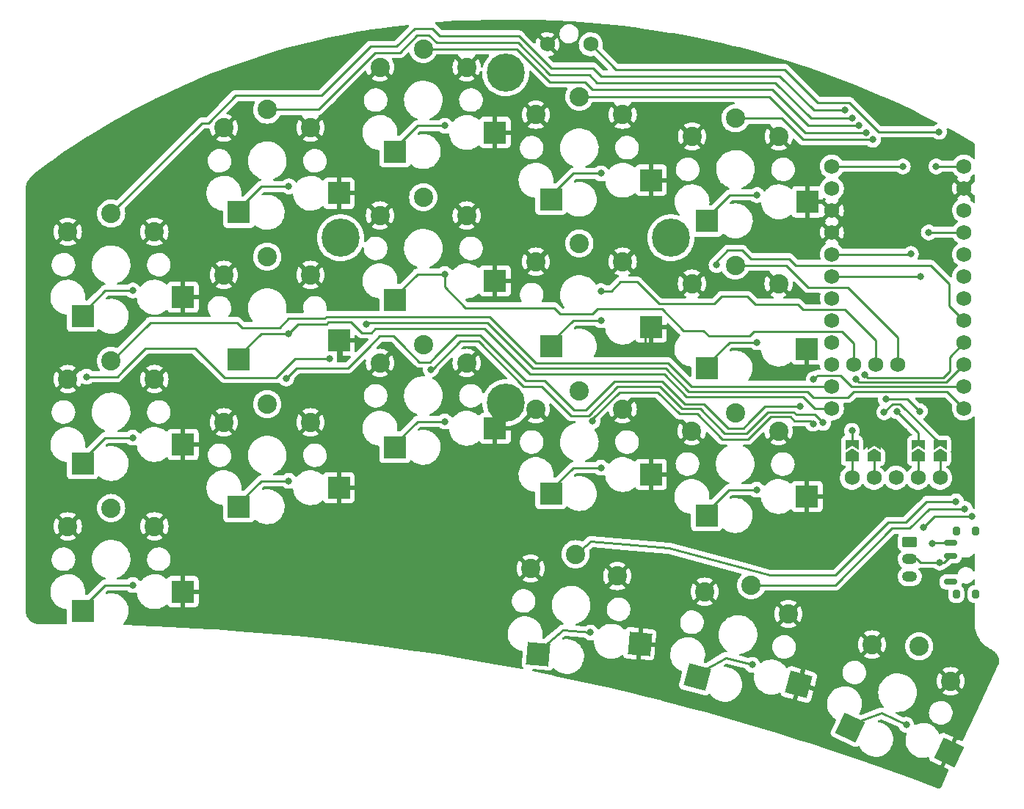
<source format=gbr>
%TF.GenerationSoftware,KiCad,Pcbnew,(6.0.0)*%
%TF.CreationDate,2022-10-22T02:23:12-07:00*%
%TF.ProjectId,half-swept,68616c66-2d73-4776-9570-742e6b696361,rev?*%
%TF.SameCoordinates,Original*%
%TF.FileFunction,Copper,L1,Top*%
%TF.FilePolarity,Positive*%
%FSLAX46Y46*%
G04 Gerber Fmt 4.6, Leading zero omitted, Abs format (unit mm)*
G04 Created by KiCad (PCBNEW (6.0.0)) date 2022-10-22 02:23:12*
%MOMM*%
%LPD*%
G01*
G04 APERTURE LIST*
G04 Aperture macros list*
%AMRoundRect*
0 Rectangle with rounded corners*
0 $1 Rounding radius*
0 $2 $3 $4 $5 $6 $7 $8 $9 X,Y pos of 4 corners*
0 Add a 4 corners polygon primitive as box body*
4,1,4,$2,$3,$4,$5,$6,$7,$8,$9,$2,$3,0*
0 Add four circle primitives for the rounded corners*
1,1,$1+$1,$2,$3*
1,1,$1+$1,$4,$5*
1,1,$1+$1,$6,$7*
1,1,$1+$1,$8,$9*
0 Add four rect primitives between the rounded corners*
20,1,$1+$1,$2,$3,$4,$5,0*
20,1,$1+$1,$4,$5,$6,$7,0*
20,1,$1+$1,$6,$7,$8,$9,0*
20,1,$1+$1,$8,$9,$2,$3,0*%
%AMRotRect*
0 Rectangle, with rotation*
0 The origin of the aperture is its center*
0 $1 length*
0 $2 width*
0 $3 Rotation angle, in degrees counterclockwise*
0 Add horizontal line*
21,1,$1,$2,0,0,$3*%
%AMFreePoly0*
4,1,6,0.500000,-0.750000,-0.650000,-0.750000,-0.150000,0.000000,-0.650000,0.750000,0.500000,0.750000,0.500000,-0.750000,0.500000,-0.750000,$1*%
%AMFreePoly1*
4,1,6,1.000000,0.000000,0.500000,-0.750000,-0.500000,-0.750000,-0.500000,0.750000,0.500000,0.750000,1.000000,0.000000,1.000000,0.000000,$1*%
G04 Aperture macros list end*
%TA.AperFunction,ComponentPad*%
%ADD10O,1.750000X1.200000*%
%TD*%
%TA.AperFunction,ComponentPad*%
%ADD11RoundRect,0.250000X-0.625000X0.350000X-0.625000X-0.350000X0.625000X-0.350000X0.625000X0.350000X0*%
%TD*%
%TA.AperFunction,SMDPad,CuDef*%
%ADD12FreePoly0,90.000000*%
%TD*%
%TA.AperFunction,SMDPad,CuDef*%
%ADD13FreePoly1,90.000000*%
%TD*%
%TA.AperFunction,ComponentPad*%
%ADD14C,1.750000*%
%TD*%
%TA.AperFunction,SMDPad,CuDef*%
%ADD15R,2.600000X2.600000*%
%TD*%
%TA.AperFunction,ComponentPad*%
%ADD16C,2.232000*%
%TD*%
%TA.AperFunction,SMDPad,CuDef*%
%ADD17RotRect,2.600000X2.600000X155.000000*%
%TD*%
%TA.AperFunction,SMDPad,CuDef*%
%ADD18RotRect,2.600000X2.600000X165.000000*%
%TD*%
%TA.AperFunction,ComponentPad*%
%ADD19C,4.400000*%
%TD*%
%TA.AperFunction,ComponentPad*%
%ADD20C,1.752600*%
%TD*%
%TA.AperFunction,SMDPad,CuDef*%
%ADD21RoundRect,0.200000X0.200000X-0.300000X0.200000X0.300000X-0.200000X0.300000X-0.200000X-0.300000X0*%
%TD*%
%TA.AperFunction,SMDPad,CuDef*%
%ADD22RoundRect,0.175000X0.575000X-0.175000X0.575000X0.175000X-0.575000X0.175000X-0.575000X-0.175000X0*%
%TD*%
%TA.AperFunction,SMDPad,CuDef*%
%ADD23RotRect,2.600000X2.600000X175.000000*%
%TD*%
%TA.AperFunction,ViaPad*%
%ADD24C,0.800000*%
%TD*%
%TA.AperFunction,Conductor*%
%ADD25C,0.250000*%
%TD*%
G04 APERTURE END LIST*
D10*
%TO.P,J1,3,Pin_3*%
%TO.N,GND*%
X114733066Y-77312291D03*
%TO.P,J1,2,Pin_2*%
%TO.N,Net-(J1-Pad2)*%
X114733066Y-75312291D03*
D11*
%TO.P,J1,1,Pin_1*%
%TO.N,GND*%
X114733066Y-73312291D03*
%TD*%
D12*
%TO.P,JP8,2,B*%
%TO.N,mosi*%
X118230000Y-62065000D03*
D13*
%TO.P,JP8,1,A*%
%TO.N,Net-(Display1-Pad5)*%
X118230000Y-63515000D03*
%TD*%
%TO.P,JP7,1,A*%
%TO.N,Net-(Display1-Pad4)*%
X115710000Y-63510000D03*
D12*
%TO.P,JP7,2,B*%
%TO.N,sck*%
X115710000Y-62060000D03*
%TD*%
%TO.P,JP6,2,B*%
%TO.N,gnd*%
X110620000Y-62065000D03*
D13*
%TO.P,JP6,1,A*%
%TO.N,Net-(Display1-Pad2)*%
X110620000Y-63515000D03*
%TD*%
D12*
%TO.P,JP5,2,B*%
%TO.N,nv_cs*%
X108070000Y-62065000D03*
D13*
%TO.P,JP5,1,A*%
%TO.N,Net-(Display1-Pad1)*%
X108070000Y-63515000D03*
%TD*%
D14*
%TO.P,RSW1,1,1*%
%TO.N,gnd*%
X72951865Y-15867504D03*
%TO.P,RSW1,2,2*%
%TO.N,reset*%
X77951865Y-15867504D03*
%TD*%
D15*
%TO.P,SW2,1,1*%
%TO.N,Switch1*%
X19351865Y-47255002D03*
D16*
X22626865Y-35405002D03*
%TO.P,SW2,2,2*%
%TO.N,gnd*%
X17626865Y-37505002D03*
X27626865Y-37505002D03*
D15*
X30901865Y-45055002D03*
%TD*%
D16*
%TO.P,SW3,1,1*%
%TO.N,Switch2*%
X40626867Y-23405002D03*
D15*
X37351867Y-35255002D03*
D16*
%TO.P,SW3,2,2*%
%TO.N,gnd*%
X45626867Y-25505002D03*
X35626867Y-25505002D03*
D15*
X48901867Y-33055002D03*
%TD*%
%TO.P,SW4,1,1*%
%TO.N,Switch3*%
X55351864Y-28255002D03*
D16*
X58626864Y-16405002D03*
%TO.P,SW4,2,2*%
%TO.N,gnd*%
X53626864Y-18505002D03*
X63626864Y-18505002D03*
D15*
X66901864Y-26055002D03*
%TD*%
%TO.P,SW5,1,1*%
%TO.N,Switch4*%
X73351865Y-33755003D03*
D16*
X76626865Y-21905003D03*
%TO.P,SW5,2,2*%
%TO.N,gnd*%
X81626865Y-24005003D03*
D15*
X84901865Y-31555003D03*
D16*
X71626865Y-24005003D03*
%TD*%
D15*
%TO.P,SW6,1,1*%
%TO.N,Switch5*%
X91351863Y-36255002D03*
D16*
X94626863Y-24405002D03*
D15*
%TO.P,SW6,2,2*%
%TO.N,gnd*%
X102901863Y-34055002D03*
D16*
X99626863Y-26505002D03*
X89626863Y-26505002D03*
%TD*%
%TO.P,SW8,1,1*%
%TO.N,Switch6*%
X22626865Y-52405002D03*
D15*
X19351865Y-64255002D03*
D16*
%TO.P,SW8,2,2*%
%TO.N,gnd*%
X27626865Y-54505002D03*
D15*
X30901865Y-62055002D03*
D16*
X17626865Y-54505002D03*
%TD*%
D15*
%TO.P,SW9,1,1*%
%TO.N,Switch7*%
X37351867Y-52229002D03*
D16*
X40626867Y-40379002D03*
%TO.P,SW9,2,2*%
%TO.N,gnd*%
X45626867Y-42479002D03*
X35626867Y-42479002D03*
D15*
X48901867Y-50029002D03*
%TD*%
D16*
%TO.P,SW10,1,1*%
%TO.N,Switch8*%
X58626866Y-33521002D03*
D15*
X55351866Y-45371002D03*
D16*
%TO.P,SW10,2,2*%
%TO.N,gnd*%
X53626866Y-35621002D03*
D15*
X66901866Y-43171002D03*
D16*
X63626866Y-35621002D03*
%TD*%
%TO.P,SW11,1,1*%
%TO.N,Switch9*%
X76626867Y-38855005D03*
D15*
X73351867Y-50705005D03*
%TO.P,SW11,2,2*%
%TO.N,gnd*%
X84901867Y-48505005D03*
D16*
X71626867Y-40955005D03*
X81626867Y-40955005D03*
%TD*%
D15*
%TO.P,SW12,1,1*%
%TO.N,Switch10*%
X91331865Y-53245002D03*
D16*
X94606865Y-41395002D03*
D15*
%TO.P,SW12,2,2*%
%TO.N,gnd*%
X102881865Y-51045002D03*
D16*
X89606865Y-43495002D03*
X99606865Y-43495002D03*
%TD*%
D15*
%TO.P,SW14,1,1*%
%TO.N,Switch11*%
X19351865Y-81254999D03*
D16*
X22626865Y-69404999D03*
D15*
%TO.P,SW14,2,2*%
%TO.N,gnd*%
X30901865Y-79054999D03*
D16*
X27626865Y-71504999D03*
X17626865Y-71504999D03*
%TD*%
D15*
%TO.P,SW15,1,1*%
%TO.N,Switch12*%
X37351864Y-69247001D03*
D16*
X40626864Y-57397001D03*
%TO.P,SW15,2,2*%
%TO.N,gnd*%
X35626864Y-59497001D03*
X45626864Y-59497001D03*
D15*
X48901864Y-67047001D03*
%TD*%
%TO.P,SW16,1,1*%
%TO.N,Switch13*%
X55351863Y-62389003D03*
D16*
X58626863Y-50539003D03*
%TO.P,SW16,2,2*%
%TO.N,gnd*%
X63626863Y-52639003D03*
D15*
X66901863Y-60189003D03*
D16*
X53626863Y-52639003D03*
%TD*%
%TO.P,SW17,1,1*%
%TO.N,Switch14*%
X76626865Y-55873005D03*
D15*
X73351865Y-67723005D03*
D16*
%TO.P,SW17,2,2*%
%TO.N,gnd*%
X71626865Y-57973005D03*
X81626865Y-57973005D03*
D15*
X84901865Y-65523005D03*
%TD*%
%TO.P,SW18,1,1*%
%TO.N,Switch15*%
X91325519Y-70263002D03*
D16*
X94600519Y-58413002D03*
%TO.P,SW18,2,2*%
%TO.N,gnd*%
X99600519Y-60513002D03*
X89600519Y-60513002D03*
D15*
X102875519Y-68063002D03*
%TD*%
D16*
%TO.P,SW20,1,1*%
%TO.N,Switch16*%
X115820315Y-85357784D03*
D17*
X107844130Y-94713457D03*
D16*
%TO.P,SW20,2,2*%
%TO.N,gnd*%
X119464355Y-89374122D03*
X110401277Y-85147939D03*
D17*
X119241745Y-97600820D03*
%TD*%
D16*
%TO.P,SW21,1,1*%
%TO.N,Switch17*%
X96453895Y-78306041D03*
D18*
X90223483Y-88904629D03*
D16*
%TO.P,SW21,2,2*%
%TO.N,gnd*%
X91080746Y-79040390D03*
D18*
X101949328Y-89768952D03*
D16*
X100740005Y-81628580D03*
%TD*%
D19*
%TO.P,REF\u002A\u002A,1*%
%TO.N,N/C*%
X49076866Y-38205003D03*
X68126866Y-57255003D03*
X68126866Y-19155003D03*
X87176866Y-38205003D03*
%TD*%
D20*
%TO.P,U1,1,TX0/P0.06*%
%TO.N,nv_cs*%
X105756864Y-29971752D03*
%TO.P,U1,2,RX1/P0.08*%
%TO.N,Switch1*%
X105756864Y-32511752D03*
%TO.P,U1,3,GND*%
%TO.N,gnd*%
X105756864Y-35051752D03*
%TO.P,U1,4,GND*%
X105756864Y-37591752D03*
%TO.P,U1,5,P0.17*%
%TO.N,mosi*%
X105756864Y-40131752D03*
%TO.P,U1,6,P0.20*%
%TO.N,sck*%
X105756864Y-42671752D03*
%TO.P,U1,7,P0.22*%
%TO.N,Switch2*%
X105756864Y-45211752D03*
%TO.P,U1,8,P0.24*%
%TO.N,Switch3*%
X105756864Y-47751752D03*
%TO.P,U1,9,P1.00*%
%TO.N,Switch4*%
X105756864Y-50291752D03*
%TO.P,U1,10,P0.11*%
%TO.N,Switch5*%
X105756864Y-52831752D03*
%TO.P,U1,11,P1.04*%
%TO.N,Switch6*%
X105756864Y-55371752D03*
%TO.P,U1,12,P1.06*%
%TO.N,Switch7*%
X105756864Y-57911752D03*
%TO.P,U1,13,NFC1/P0.09*%
%TO.N,Switch11*%
X120996864Y-57911752D03*
%TO.P,U1,14,NFC2/P0.10*%
%TO.N,Switch12*%
X120996864Y-55371752D03*
%TO.P,U1,15,P1.11*%
%TO.N,Switch13*%
X120996864Y-52831752D03*
%TO.P,U1,16,P1.13*%
%TO.N,Switch14*%
X120996864Y-50291752D03*
%TO.P,U1,17,P1.15*%
%TO.N,Switch15*%
X120996864Y-47751752D03*
%TO.P,U1,18,AIN0/P0.02*%
%TO.N,Switch16*%
X120996864Y-45211752D03*
%TO.P,U1,19,AIN5/P0.29*%
%TO.N,Switch17*%
X120996864Y-42671752D03*
%TO.P,U1,20,AIN7/P0.31*%
%TO.N,Switch18*%
X120996864Y-40131752D03*
%TO.P,U1,21,VCC*%
%TO.N,vcc*%
X120996864Y-37591752D03*
%TO.P,U1,22,RST*%
%TO.N,reset*%
X120996864Y-35051752D03*
%TO.P,U1,23,GND*%
%TO.N,gnd*%
X120996864Y-32511752D03*
%TO.P,U1,24,BATIN/P0.04*%
%TO.N,raw*%
X120996864Y-29971752D03*
%TO.P,U1,31,P1.01*%
%TO.N,Switch8*%
X108296864Y-52831752D03*
%TO.P,U1,32,P1.02*%
%TO.N,Switch9*%
X110836864Y-52831752D03*
%TO.P,U1,33,P1.07*%
%TO.N,Switch10*%
X113376864Y-52831752D03*
%TD*%
D21*
%TO.P,SW7,*%
%TO.N,*%
X120113065Y-79332291D03*
X122323065Y-79332291D03*
X122323065Y-72032291D03*
X120113065Y-72032291D03*
D22*
%TO.P,SW7,1,A*%
%TO.N,unconnected-(SW7-Pad1)*%
X119463065Y-77932291D03*
%TO.P,SW7,2,B*%
%TO.N,Net-(J1-Pad2)*%
X119463065Y-74932291D03*
%TO.P,SW7,3,C*%
%TO.N,raw*%
X119463065Y-73432291D03*
%TD*%
D16*
%TO.P,SW1,1,1*%
%TO.N,Switch18*%
X76191083Y-74727451D03*
D23*
X71895750Y-86246923D03*
D16*
%TO.P,SW1,2,2*%
%TO.N,gnd*%
X80989029Y-77255239D03*
X71027082Y-76383681D03*
D23*
X83593541Y-85061944D03*
%TD*%
D20*
%TO.P,Display1,5,CS*%
%TO.N,Net-(Display1-Pad5)*%
X118233066Y-65902292D03*
%TO.P,Display1,4,GND*%
%TO.N,Net-(Display1-Pad4)*%
X115693066Y-65902292D03*
%TO.P,Display1,3,VCC*%
%TO.N,vcc*%
X113153066Y-65902292D03*
%TO.P,Display1,2,SCK*%
%TO.N,Net-(Display1-Pad2)*%
X110613066Y-65902292D03*
%TO.P,Display1,1,MOSI*%
%TO.N,Net-(Display1-Pad1)*%
X108073066Y-65902292D03*
%TD*%
D24*
%TO.N,gnd*%
X114090000Y-60510000D03*
%TO.N,nv_cs*%
X113940000Y-29970000D03*
X111980000Y-56830000D03*
X108070000Y-60480000D03*
X115890000Y-58220000D03*
%TO.N,mosi*%
X111780000Y-58330000D03*
X114870000Y-40050000D03*
%TO.N,sck*%
X116010000Y-42660000D03*
X113250000Y-58220000D03*
%TO.N,vcc*%
X116931752Y-37591752D03*
%TO.N,raw*%
X117790000Y-29970000D03*
%TO.N,gnd*%
X49140000Y-52160000D03*
X102180000Y-53380000D03*
X84210000Y-50670000D03*
%TO.N,Switch18*%
X77896934Y-83763396D03*
X120082928Y-68632060D03*
%TO.N,reset*%
X118113067Y-25972291D03*
%TO.N,Switch1*%
X107252928Y-23482060D03*
X25119267Y-44279580D03*
%TO.N,Switch2*%
X43119268Y-32269579D03*
X108092929Y-24362060D03*
%TO.N,Switch3*%
X61123066Y-25272293D03*
X108882928Y-25202061D03*
%TO.N,Switch4*%
X79118278Y-30768056D03*
X109692929Y-26042060D03*
%TO.N,Switch5*%
X97118416Y-33268709D03*
X110482928Y-26882060D03*
%TO.N,Switch6*%
X25119269Y-61269580D03*
%TO.N,Switch7*%
X43118851Y-49238570D03*
%TO.N,Switch8*%
X61119268Y-42389580D03*
%TO.N,Switch9*%
X79119254Y-44365734D03*
X79119254Y-47719574D03*
%TO.N,Switch10*%
X97097529Y-50258044D03*
%TO.N,Switch11*%
X25119268Y-78279582D03*
X19802928Y-54232060D03*
X52072928Y-48172060D03*
X47782928Y-52162061D03*
%TO.N,Switch12*%
X42812929Y-54442060D03*
X102132928Y-57672060D03*
X43119083Y-66269403D03*
X103652928Y-54532061D03*
%TO.N,Switch13*%
X104752929Y-59552061D03*
X59504796Y-53390193D03*
X61120574Y-59405974D03*
X108542928Y-54532060D03*
%TO.N,Switch14*%
X79119267Y-64739580D03*
X109582929Y-54052061D03*
X103582928Y-59662060D03*
X78152338Y-59372650D03*
%TO.N,Switch15*%
X97088438Y-67279342D03*
X92452928Y-41342061D03*
%TO.N,Switch16*%
X116302928Y-71642061D03*
X114337915Y-94423725D03*
X121922928Y-70362060D03*
%TO.N,Switch17*%
X96569190Y-87493502D03*
X121082928Y-69512061D03*
%TO.N,raw*%
X117353065Y-73462292D03*
%TO.N,Net-(J1-Pad2)*%
X118193066Y-75682292D03*
%TD*%
D25*
%TO.N,gnd*%
X114090000Y-60510000D02*
X112175000Y-60510000D01*
X112175000Y-60510000D02*
X110620000Y-62065000D01*
%TO.N,nv_cs*%
X113938248Y-29971752D02*
X105756864Y-29971752D01*
X113940000Y-29970000D02*
X113938248Y-29971752D01*
X112010000Y-56800000D02*
X111980000Y-56830000D01*
X114470000Y-56800000D02*
X112010000Y-56800000D01*
X108070000Y-62065000D02*
X108070000Y-60480000D01*
X115890000Y-58220000D02*
X114470000Y-56800000D01*
%TO.N,mosi*%
X113630000Y-57370000D02*
X112740000Y-57370000D01*
X118230000Y-61970000D02*
X113630000Y-57370000D01*
X118230000Y-62065000D02*
X118230000Y-61970000D01*
X112740000Y-57370000D02*
X111780000Y-58330000D01*
X114870000Y-40050000D02*
X114788248Y-40131752D01*
X114788248Y-40131752D02*
X105756864Y-40131752D01*
%TO.N,sck*%
X115998248Y-42671752D02*
X105756864Y-42671752D01*
X116010000Y-42660000D02*
X115998248Y-42671752D01*
%TO.N,Switch15*%
X119290000Y-46044888D02*
X120996864Y-47751752D01*
X119290000Y-43530000D02*
X119290000Y-46044888D01*
X100842928Y-40622060D02*
X101622929Y-41402060D01*
X96402928Y-40622060D02*
X100842928Y-40622060D01*
X101622929Y-41402060D02*
X117162060Y-41402060D01*
X95442928Y-39662060D02*
X96402928Y-40622060D01*
X93742928Y-39662061D02*
X95442928Y-39662060D01*
X92452929Y-40952060D02*
X93742928Y-39662061D01*
X92452928Y-41342061D02*
X92452929Y-40952060D01*
X117162060Y-41402060D02*
X119290000Y-43530000D01*
%TO.N,sck*%
X115710000Y-60680000D02*
X113250000Y-58220000D01*
X115710000Y-61140000D02*
X115710000Y-60680000D01*
%TO.N,vcc*%
X116931752Y-37591752D02*
X120996864Y-37591752D01*
%TO.N,sck*%
X115710000Y-62060000D02*
X115710000Y-61140000D01*
%TO.N,Switch11*%
X119065111Y-55980000D02*
X120996864Y-57911752D01*
X108260000Y-55980000D02*
X119065111Y-55980000D01*
X107597940Y-56642060D02*
X108260000Y-55980000D01*
X103602928Y-56642060D02*
X107597940Y-56642060D01*
X102922928Y-55962061D02*
X103602928Y-56642060D01*
X89262929Y-55962060D02*
X102922928Y-55962061D01*
X86592928Y-53292060D02*
X89262929Y-55962060D01*
X52242928Y-48002059D02*
X54292928Y-48002060D01*
X54292928Y-48002060D02*
X65982928Y-48002060D01*
X65982928Y-48002060D02*
X71272929Y-53292060D01*
X71272929Y-53292060D02*
X86592928Y-53292060D01*
X52072928Y-48172060D02*
X52242928Y-48002059D01*
%TO.N,Net-(Display1-Pad1)*%
X108073066Y-63518066D02*
X108070000Y-63515000D01*
X108073066Y-65902292D02*
X108073066Y-63518066D01*
%TO.N,Net-(Display1-Pad2)*%
X110613066Y-63521934D02*
X110620000Y-63515000D01*
X110613066Y-65902292D02*
X110613066Y-63521934D01*
%TO.N,Net-(Display1-Pad4)*%
X115693066Y-63531934D02*
X115710000Y-63515000D01*
X115693066Y-65902292D02*
X115693066Y-63531934D01*
%TO.N,Net-(Display1-Pad5)*%
X118233066Y-63518066D02*
X118230000Y-63515000D01*
X118233066Y-65902292D02*
X118233066Y-63518066D01*
%TO.N,raw*%
X117791752Y-29971752D02*
X117790000Y-29970000D01*
X120996864Y-29971752D02*
X117791752Y-29971752D01*
%TO.N,gnd*%
X102881865Y-52678135D02*
X102881865Y-51045002D01*
X84210000Y-50670000D02*
X84210000Y-49196872D01*
X49140000Y-52160000D02*
X49140000Y-50267135D01*
X102180000Y-53380000D02*
X102881865Y-52678135D01*
X84210000Y-49196872D02*
X84901867Y-48505005D01*
X49140000Y-50267135D02*
X48901867Y-50029002D01*
%TO.N,Switch18*%
X112272928Y-71062061D02*
X106162929Y-77172061D01*
X77953302Y-73256924D02*
X77340638Y-73771010D01*
X71887733Y-86231764D02*
X71920983Y-85851706D01*
X77340638Y-73771010D02*
X77331842Y-73770240D01*
X114262928Y-71062060D02*
X112272928Y-71062061D01*
X106162929Y-77172061D02*
X98602928Y-77172060D01*
X71920983Y-85851706D02*
X74738996Y-83487112D01*
X116092928Y-69232060D02*
X114262928Y-71062060D01*
X98602928Y-77172060D02*
X86918776Y-74041301D01*
X116692929Y-68632060D02*
X116092928Y-69232060D01*
X120082928Y-68632060D02*
X116692929Y-68632060D01*
X77331842Y-73770240D02*
X76191083Y-74727451D01*
X86918776Y-74041301D02*
X77953302Y-73256924D01*
X74738996Y-83487112D02*
X77896934Y-83763396D01*
%TO.N,reset*%
X77951864Y-15867505D02*
X80846420Y-18762060D01*
X118113067Y-25972291D02*
X111173159Y-25972291D01*
X104122928Y-22592060D02*
X100292929Y-18762060D01*
X111173159Y-25972291D02*
X107792928Y-22592060D01*
X107792928Y-22592060D02*
X104122928Y-22592060D01*
X80846420Y-18762060D02*
X100292929Y-18762060D01*
%TO.N,Switch1*%
X59642928Y-14022060D02*
X57642929Y-14022060D01*
X78222929Y-18602060D02*
X73352929Y-18602060D01*
X79172928Y-19552061D02*
X78222929Y-18602060D01*
X69642928Y-14892060D02*
X60512927Y-14892060D01*
X57642929Y-14022060D02*
X55562929Y-16102060D01*
X21949267Y-44279580D02*
X25119267Y-44279580D01*
X73352929Y-18602060D02*
X69642928Y-14892060D01*
X99762929Y-19552061D02*
X79172928Y-19552061D01*
X60512927Y-14892060D02*
X59642928Y-14022060D01*
X52552928Y-16102061D02*
X46852928Y-21802060D01*
X103692929Y-23482059D02*
X99762929Y-19552061D01*
X107252928Y-23482060D02*
X103692929Y-23482059D01*
X55562929Y-16102060D02*
X52552928Y-16102061D01*
X33069808Y-24962060D02*
X22626866Y-35405002D01*
X33812929Y-24962060D02*
X33069808Y-24962060D01*
X46852928Y-21802060D02*
X36972928Y-21802060D01*
X19348066Y-47262291D02*
X19348067Y-46880784D01*
X19348067Y-46880784D02*
X21949267Y-44279580D01*
X36972928Y-21802060D02*
X33812929Y-24962060D01*
%TO.N,Switch2*%
X55952928Y-16812060D02*
X53102929Y-16812060D01*
X77762928Y-19382060D02*
X73252929Y-19382060D01*
X53102929Y-16812060D02*
X46509986Y-23405001D01*
X59282928Y-14832061D02*
X57932929Y-14832060D01*
X57932929Y-14832060D02*
X55952928Y-16812060D01*
X37348067Y-35252291D02*
X37348067Y-34870783D01*
X37348067Y-34870783D02*
X39949267Y-32269579D01*
X103322928Y-24362060D02*
X99242928Y-20282059D01*
X69562928Y-15692060D02*
X60142928Y-15692059D01*
X73252929Y-19382060D02*
X69562928Y-15692060D01*
X99242928Y-20282059D02*
X78662928Y-20282060D01*
X78662928Y-20282060D02*
X77762928Y-19382060D01*
X46509986Y-23405001D02*
X40626867Y-23405003D01*
X108092929Y-24362060D02*
X103322928Y-24362060D01*
X60142928Y-15692059D02*
X59282928Y-14832061D01*
X39949267Y-32269579D02*
X43119268Y-32269579D01*
%TO.N,Switch3*%
X102982929Y-25202060D02*
X98862929Y-21082060D01*
X77272928Y-20222060D02*
X73252928Y-20222060D01*
X55351864Y-28255002D02*
X55351864Y-27873493D01*
X108882928Y-25202061D02*
X102982929Y-25202060D01*
X69435870Y-16405002D02*
X58626865Y-16405003D01*
X57953067Y-25272291D02*
X61123066Y-25272293D01*
X55351864Y-27873493D02*
X57953067Y-25272291D01*
X73252928Y-20222060D02*
X69435870Y-16405002D01*
X78132928Y-21082060D02*
X77272928Y-20222060D01*
X98862929Y-21082060D02*
X78132928Y-21082060D01*
%TO.N,Switch4*%
X98525871Y-21905003D02*
X76626865Y-21905003D01*
X75948278Y-30768057D02*
X79118278Y-30768056D01*
X73347077Y-33369259D02*
X75948278Y-30768057D01*
X102662928Y-26042061D02*
X98525871Y-21905003D01*
X73347077Y-33750770D02*
X73347077Y-33369259D01*
X109692929Y-26042060D02*
X102662928Y-26042061D01*
%TO.N,Switch5*%
X91347215Y-36251420D02*
X91347215Y-35869911D01*
X99965870Y-24405002D02*
X94626864Y-24405002D01*
X102442928Y-26882061D02*
X99965870Y-24405002D01*
X110482928Y-26882060D02*
X102442928Y-26882061D01*
X93948416Y-33268708D02*
X97118416Y-33268709D01*
X91347215Y-35869911D02*
X93948416Y-33268708D01*
%TO.N,Switch6*%
X42032928Y-48562060D02*
X37722928Y-48562060D01*
X37152929Y-47992060D02*
X27122928Y-47992061D01*
X19348066Y-63870783D02*
X21949268Y-61269580D01*
X37722928Y-48562060D02*
X37152929Y-47992060D01*
X105756865Y-55371752D02*
X89582621Y-55371752D01*
X71642929Y-52652061D02*
X66302928Y-47312060D01*
X19348066Y-64252291D02*
X19348066Y-63870783D01*
X86862928Y-52652060D02*
X71642929Y-52652061D01*
X47270566Y-47504423D02*
X45445291Y-47504424D01*
X66302928Y-47312060D02*
X47462928Y-47312060D01*
X22709986Y-52405002D02*
X22626865Y-52405002D01*
X45442928Y-47502060D02*
X43092928Y-47502061D01*
X21949268Y-61269580D02*
X25119269Y-61269580D01*
X45445291Y-47504424D02*
X45442928Y-47502060D01*
X43092928Y-47502061D02*
X42032928Y-48562060D01*
X89582621Y-55371752D02*
X86862928Y-52652060D01*
X47462928Y-47312060D02*
X47270566Y-47504423D01*
X27122928Y-47992061D02*
X22709986Y-52405002D01*
%TO.N,Switch7*%
X44215362Y-48142060D02*
X43118851Y-49238570D01*
X53102928Y-48692060D02*
X52622929Y-49172060D01*
X37347650Y-51839773D02*
X39948851Y-49238571D01*
X47692929Y-47932060D02*
X47482928Y-48142061D01*
X50302929Y-47932060D02*
X47692929Y-47932060D01*
X103772620Y-57911752D02*
X102422928Y-56562060D01*
X51542929Y-49172061D02*
X50302929Y-47932060D01*
X39948851Y-49238571D02*
X43118851Y-49238570D01*
X47482928Y-48142061D02*
X44215362Y-48142060D01*
X52622929Y-49172060D02*
X51542929Y-49172061D01*
X102422928Y-56562060D02*
X89002929Y-56562060D01*
X86392928Y-53952061D02*
X70942928Y-53952060D01*
X65682929Y-48692060D02*
X53102928Y-48692060D01*
X89002929Y-56562060D02*
X86392928Y-53952061D01*
X70942928Y-53952060D02*
X65682929Y-48692060D01*
X37347651Y-52221282D02*
X37347650Y-51839773D01*
X105756864Y-57911752D02*
X103772620Y-57911752D01*
%TO.N,Switch8*%
X74412928Y-47002060D02*
X73692929Y-46282060D01*
X96232928Y-49562060D02*
X91612929Y-49562060D01*
X108296864Y-52831751D02*
X108296864Y-50405997D01*
X88652929Y-48902060D02*
X86142929Y-46392060D01*
X91612929Y-49562060D02*
X90952928Y-48902060D01*
X90952928Y-48902060D02*
X88652929Y-48902060D01*
X78152929Y-47002060D02*
X74412928Y-47002060D01*
X73692929Y-46282060D02*
X63512929Y-46282060D01*
X63512929Y-46282060D02*
X61119267Y-43888399D01*
X55348066Y-44990782D02*
X57949268Y-42389580D01*
X108296864Y-50405997D02*
X106902929Y-49012060D01*
X55348065Y-45372292D02*
X55348066Y-44990782D01*
X61119267Y-43888399D02*
X61119268Y-42389580D01*
X78762928Y-46392060D02*
X78152929Y-47002060D01*
X106902929Y-49012060D02*
X96782929Y-49012060D01*
X57949268Y-42389580D02*
X61119268Y-42389580D01*
X96782929Y-49012060D02*
X96232928Y-49562060D01*
X86142929Y-46392060D02*
X78762928Y-46392060D01*
%TO.N,Switch9*%
X96012928Y-44982060D02*
X93052929Y-44982060D01*
X93052929Y-44982060D02*
X92212928Y-45822060D01*
X83272928Y-43292060D02*
X81382928Y-43292061D01*
X80309255Y-44365734D02*
X79119254Y-44365734D01*
X101832929Y-45872060D02*
X96902927Y-45872061D01*
X73348052Y-50702283D02*
X73348052Y-50320775D01*
X96902927Y-45872061D02*
X96012928Y-44982060D01*
X102452928Y-46492060D02*
X101832929Y-45872060D01*
X81382928Y-43292061D02*
X80309255Y-44365734D01*
X75949253Y-47719573D02*
X79119254Y-47719574D01*
X110836864Y-52831752D02*
X110836864Y-50035996D01*
X92212928Y-45822060D02*
X85802928Y-45822061D01*
X107292928Y-46492060D02*
X102452928Y-46492060D01*
X73348052Y-50320775D02*
X75949253Y-47719573D01*
X110836864Y-50035996D02*
X107292928Y-46492060D01*
X85802928Y-45822061D02*
X83272928Y-43292060D01*
%TO.N,Switch10*%
X107612928Y-43932060D02*
X103002928Y-43932060D01*
X113376864Y-52831752D02*
X113376864Y-49695996D01*
X91326329Y-52859245D02*
X93927530Y-50258046D01*
X91326329Y-53240755D02*
X91326329Y-52859245D01*
X113376864Y-49695996D02*
X107612928Y-43932060D01*
X103002928Y-43932060D02*
X100465870Y-41395003D01*
X100465870Y-41395003D02*
X94606866Y-41395003D01*
X93927530Y-50258046D02*
X97097529Y-50258044D01*
%TO.N,Switch11*%
X43852929Y-52162061D02*
X42492929Y-53522060D01*
X19348066Y-80880782D02*
X21949269Y-78279580D01*
X42492929Y-53522060D02*
X41682928Y-54332060D01*
X32332929Y-50972060D02*
X28142929Y-50972060D01*
X23312928Y-54232060D02*
X19802928Y-54232060D01*
X28142929Y-50972060D02*
X26572928Y-50972060D01*
X34612928Y-53252060D02*
X32332929Y-50972060D01*
X41682928Y-54332060D02*
X38072928Y-54332060D01*
X38072928Y-54332060D02*
X35692928Y-54332060D01*
X26572928Y-50972060D02*
X24042929Y-53502060D01*
X47782928Y-52162061D02*
X43852929Y-52162061D01*
X35692928Y-54332060D02*
X34612928Y-53252060D01*
X24042929Y-53502060D02*
X23312928Y-54232060D01*
X19348065Y-81262290D02*
X19348066Y-80880782D01*
X21949269Y-78279580D02*
X25119268Y-78279582D01*
%TO.N,Switch12*%
X92452928Y-58872059D02*
X90962928Y-57382060D01*
X37347883Y-69252115D02*
X37347882Y-68870606D01*
X102132928Y-57672060D02*
X98052929Y-57672060D01*
X107422928Y-54742061D02*
X106782928Y-54102060D01*
X44022929Y-53232060D02*
X42812929Y-54442060D01*
X88772929Y-57382060D02*
X88202929Y-56812060D01*
X58182928Y-52542060D02*
X56272929Y-50632061D01*
X47492928Y-53232060D02*
X44022929Y-53232060D01*
X70452928Y-54712060D02*
X68742929Y-53002060D01*
X106782928Y-54102060D02*
X105792929Y-54102060D01*
X80692928Y-54762060D02*
X78612929Y-56842060D01*
X73212928Y-55282060D02*
X72642928Y-54712060D01*
X96162928Y-59562060D02*
X95532929Y-60192060D01*
X62492928Y-49432060D02*
X60022929Y-51902061D01*
X77392929Y-58062060D02*
X76582928Y-58062061D01*
X98052929Y-57672060D02*
X96162928Y-59562060D01*
X72642928Y-54712060D02*
X71102928Y-54712059D01*
X93942929Y-60192061D02*
X93772929Y-60192060D01*
X60022929Y-51902061D02*
X59382928Y-52542060D01*
X49942928Y-53232060D02*
X47492928Y-53232060D01*
X120996865Y-55371752D02*
X108052621Y-55371753D01*
X62582929Y-49432059D02*
X62492928Y-49432060D01*
X105792929Y-54102060D02*
X104082928Y-54102060D01*
X86152928Y-54762060D02*
X83272929Y-54762060D01*
X95532929Y-60192060D02*
X93942929Y-60192061D01*
X104082928Y-54102060D02*
X103652928Y-54532061D01*
X78612929Y-56842060D02*
X77392929Y-58062060D01*
X58222928Y-52542061D02*
X58182928Y-52542060D01*
X65172929Y-49432060D02*
X62582929Y-49432059D01*
X108052621Y-55371753D02*
X107422928Y-54742061D01*
X75992928Y-58062061D02*
X73212928Y-55282060D01*
X68742929Y-53002060D02*
X65172929Y-49432060D01*
X83272929Y-54762060D02*
X80692928Y-54762060D01*
X59382928Y-52542060D02*
X58222928Y-52542061D01*
X56272929Y-50632061D02*
X55212928Y-49572059D01*
X53602929Y-49572061D02*
X52402928Y-50772060D01*
X37347882Y-68870606D02*
X39949084Y-66269403D01*
X90962928Y-57382060D02*
X89692928Y-57382060D01*
X52402928Y-50772060D02*
X49942928Y-53232060D01*
X55212928Y-49572059D02*
X54272928Y-49572060D01*
X76582928Y-58062061D02*
X75992928Y-58062061D01*
X54272928Y-49572060D02*
X53602929Y-49572061D01*
X39949084Y-66269403D02*
X43119083Y-66269403D01*
X89692928Y-57382060D02*
X88772929Y-57382060D01*
X88202929Y-56812060D02*
X86152928Y-54762060D01*
X71102928Y-54712059D02*
X70452928Y-54712060D01*
X93772929Y-60192060D02*
X92452928Y-58872059D01*
%TO.N,Switch13*%
X104752929Y-59552061D02*
X103802929Y-58602060D01*
X85902928Y-55382060D02*
X81022928Y-55382060D01*
X103802929Y-58602060D02*
X101672928Y-58602060D01*
X72302929Y-55352061D02*
X70202929Y-55352060D01*
X95922928Y-60762060D02*
X93402929Y-60762061D01*
X62902928Y-50122060D02*
X59634796Y-53390193D01*
X55349372Y-62388683D02*
X55349371Y-62007174D01*
X75672929Y-58722060D02*
X72302929Y-55352061D01*
X55349371Y-62007174D02*
X57950574Y-59405972D01*
X70202929Y-55352060D02*
X64972928Y-50122060D01*
X88472928Y-57952060D02*
X85902928Y-55382060D01*
X77682928Y-58722060D02*
X75672929Y-58722060D01*
X108902928Y-54892060D02*
X108542928Y-54532060D01*
X120996864Y-52831752D02*
X118936556Y-54892060D01*
X93402929Y-60762061D02*
X90592928Y-57952060D01*
X90592928Y-57952060D02*
X88472928Y-57952060D01*
X101372927Y-58302061D02*
X98382928Y-58302060D01*
X98382928Y-58302060D02*
X95922928Y-60762060D01*
X101672928Y-58602060D02*
X101372927Y-58302061D01*
X59634796Y-53390193D02*
X59504796Y-53390193D01*
X64972928Y-50122060D02*
X62902928Y-50122060D01*
X118936556Y-54892060D02*
X108902928Y-54892060D01*
X81022928Y-55382060D02*
X77682928Y-58722060D01*
X57950574Y-59405972D02*
X61120574Y-59405974D01*
%TO.N,Switch14*%
X119332928Y-53612061D02*
X119002929Y-53942060D01*
X118622929Y-54322060D02*
X112362928Y-54322060D01*
X119002929Y-53942060D02*
X118622929Y-54322060D01*
X119332928Y-52332060D02*
X119332928Y-53612061D01*
X75949268Y-64739580D02*
X79119267Y-64739580D01*
X90212928Y-58522060D02*
X88182928Y-58522061D01*
X96122928Y-61442061D02*
X93132928Y-61442060D01*
X103242928Y-59322059D02*
X101432928Y-59322060D01*
X101432928Y-59322060D02*
X100962927Y-58852061D01*
X100962927Y-58852061D02*
X98712928Y-58852060D01*
X81222928Y-56012059D02*
X78152338Y-59082650D01*
X85672928Y-56012060D02*
X81222928Y-56012059D01*
X88182928Y-58522061D02*
X85672928Y-56012060D01*
X109852929Y-54322060D02*
X109582929Y-54052061D01*
X112362928Y-54322060D02*
X109852929Y-54322060D01*
X93132928Y-61442060D02*
X90212928Y-58522060D01*
X78152338Y-59082650D02*
X78152338Y-59372650D01*
X73348067Y-67722291D02*
X73348066Y-67340783D01*
X103582928Y-59662060D02*
X103242928Y-59322059D01*
X98712928Y-58852060D02*
X96122928Y-61442061D01*
X120996865Y-50291752D02*
X119332928Y-51955688D01*
X119332928Y-51955688D02*
X119332928Y-52332060D01*
X73348066Y-67340783D02*
X75949268Y-64739580D01*
%TO.N,Switch15*%
X91317234Y-69880545D02*
X93918438Y-67279342D01*
X91317234Y-70262053D02*
X91317234Y-69880545D01*
X93918438Y-67279342D02*
X97088438Y-67279342D01*
%TO.N,Switch16*%
X108008114Y-94342199D02*
X111464920Y-93084025D01*
X111464920Y-93084025D02*
X114337915Y-94423725D01*
X117972928Y-70362060D02*
X117582929Y-70362060D01*
X107846882Y-94687963D02*
X108008114Y-94342199D01*
X117582929Y-70362060D02*
X116302928Y-71642061D01*
X121922928Y-70362060D02*
X117972928Y-70362060D01*
%TO.N,Switch17*%
X114732928Y-71752061D02*
X112692929Y-71752060D01*
X112692929Y-71752060D02*
X106138948Y-78306040D01*
X93507204Y-86673043D02*
X96569190Y-87493502D01*
X106138948Y-78306040D02*
X96453895Y-78306040D01*
X121082928Y-69512061D02*
X116972928Y-69512060D01*
X90321395Y-88512371D02*
X93507204Y-86673043D01*
X116972928Y-69512060D02*
X114732928Y-71752061D01*
X90222652Y-88880880D02*
X90321395Y-88512371D01*
%TO.N,raw*%
X117383065Y-73432291D02*
X117353065Y-73462292D01*
X119463065Y-73432291D02*
X117383065Y-73432291D01*
%TO.N,Net-(J1-Pad2)*%
X119463066Y-74932291D02*
X118713066Y-75682292D01*
X118713066Y-75682292D02*
X118193066Y-75682292D01*
X115573067Y-75312292D02*
X114733065Y-75312291D01*
X118193066Y-75682292D02*
X115943066Y-75682291D01*
X115943066Y-75682291D02*
X115573067Y-75312292D01*
%TD*%
%TA.AperFunction,Conductor*%
%TO.N,gnd*%
G36*
X56922273Y-13610476D02*
G01*
X56974769Y-13658275D01*
X56993089Y-13726867D01*
X56971417Y-13794475D01*
X56956222Y-13812862D01*
X55337429Y-15431655D01*
X55275117Y-15465681D01*
X55248334Y-15468560D01*
X53010158Y-15468561D01*
X52631696Y-15468561D01*
X52620513Y-15468034D01*
X52613020Y-15466359D01*
X52605094Y-15466608D01*
X52605093Y-15466608D01*
X52544930Y-15468499D01*
X52540972Y-15468561D01*
X52513072Y-15468561D01*
X52509082Y-15469065D01*
X52497248Y-15469997D01*
X52453039Y-15471387D01*
X52445423Y-15473600D01*
X52445421Y-15473600D01*
X52433580Y-15477040D01*
X52414221Y-15481049D01*
X52412911Y-15481215D01*
X52394131Y-15483587D01*
X52386765Y-15486503D01*
X52386759Y-15486505D01*
X52353026Y-15499861D01*
X52341796Y-15503706D01*
X52306945Y-15513831D01*
X52299335Y-15516042D01*
X52292512Y-15520077D01*
X52281894Y-15526356D01*
X52264141Y-15535053D01*
X52256496Y-15538080D01*
X52245311Y-15542509D01*
X52238896Y-15547170D01*
X52209540Y-15568498D01*
X52199623Y-15575012D01*
X52161566Y-15597519D01*
X52147245Y-15611840D01*
X52132212Y-15624680D01*
X52115821Y-15636589D01*
X52087630Y-15670666D01*
X52079640Y-15679445D01*
X46627428Y-21131655D01*
X46565116Y-21165681D01*
X46538333Y-21168560D01*
X37051695Y-21168560D01*
X37040512Y-21168033D01*
X37033019Y-21166358D01*
X37025093Y-21166607D01*
X37025092Y-21166607D01*
X36964942Y-21168498D01*
X36960983Y-21168560D01*
X36933072Y-21168560D01*
X36929138Y-21169057D01*
X36929137Y-21169057D01*
X36929072Y-21169065D01*
X36917235Y-21169998D01*
X36885418Y-21170998D01*
X36880957Y-21171138D01*
X36873038Y-21171387D01*
X36855382Y-21176516D01*
X36853586Y-21177038D01*
X36834234Y-21181046D01*
X36827163Y-21181940D01*
X36814131Y-21183586D01*
X36806762Y-21186503D01*
X36806760Y-21186504D01*
X36773025Y-21199860D01*
X36761797Y-21203705D01*
X36719335Y-21216042D01*
X36712513Y-21220076D01*
X36712507Y-21220079D01*
X36701896Y-21226354D01*
X36684146Y-21235050D01*
X36672684Y-21239588D01*
X36672679Y-21239591D01*
X36665311Y-21242508D01*
X36658896Y-21247169D01*
X36629553Y-21268487D01*
X36619635Y-21275003D01*
X36600947Y-21286055D01*
X36581565Y-21297518D01*
X36567241Y-21311842D01*
X36552209Y-21324681D01*
X36535821Y-21336588D01*
X36512785Y-21364434D01*
X36507640Y-21370653D01*
X36499650Y-21379433D01*
X35031099Y-22847985D01*
X33587429Y-24291655D01*
X33525117Y-24325681D01*
X33498334Y-24328560D01*
X33148575Y-24328560D01*
X33137392Y-24328033D01*
X33129899Y-24326358D01*
X33121973Y-24326607D01*
X33121972Y-24326607D01*
X33061822Y-24328498D01*
X33057863Y-24328560D01*
X33029952Y-24328560D01*
X33026018Y-24329057D01*
X33026017Y-24329057D01*
X33025952Y-24329065D01*
X33014115Y-24329998D01*
X32982298Y-24330998D01*
X32977837Y-24331138D01*
X32969918Y-24331387D01*
X32952262Y-24336516D01*
X32950466Y-24337038D01*
X32931114Y-24341046D01*
X32924043Y-24341940D01*
X32911011Y-24343586D01*
X32903642Y-24346503D01*
X32903640Y-24346504D01*
X32869905Y-24359860D01*
X32858677Y-24363705D01*
X32816215Y-24376042D01*
X32809393Y-24380076D01*
X32809387Y-24380079D01*
X32798776Y-24386354D01*
X32781026Y-24395050D01*
X32769564Y-24399588D01*
X32769559Y-24399591D01*
X32762191Y-24402508D01*
X32755776Y-24407169D01*
X32726433Y-24428487D01*
X32716515Y-24435003D01*
X32697827Y-24446055D01*
X32678445Y-24457518D01*
X32664121Y-24471842D01*
X32649089Y-24484681D01*
X32632701Y-24496588D01*
X32616889Y-24515702D01*
X32604520Y-24530653D01*
X32596530Y-24539433D01*
X23296235Y-33839728D01*
X23233923Y-33873754D01*
X23158922Y-33867042D01*
X23134988Y-33857128D01*
X23134986Y-33857127D01*
X23130415Y-33855234D01*
X23005608Y-33825270D01*
X22886592Y-33796696D01*
X22886586Y-33796695D01*
X22881779Y-33795541D01*
X22626865Y-33775479D01*
X22371951Y-33795541D01*
X22367144Y-33796695D01*
X22367138Y-33796696D01*
X22248122Y-33825270D01*
X22123315Y-33855234D01*
X22118748Y-33857126D01*
X22118741Y-33857128D01*
X21891651Y-33951191D01*
X21891647Y-33951193D01*
X21887077Y-33953086D01*
X21669055Y-34086690D01*
X21665295Y-34089901D01*
X21665290Y-34089905D01*
X21538619Y-34198093D01*
X21474618Y-34252755D01*
X21471405Y-34256517D01*
X21311768Y-34443427D01*
X21311764Y-34443432D01*
X21308553Y-34447192D01*
X21174949Y-34665214D01*
X21173056Y-34669784D01*
X21173054Y-34669788D01*
X21078991Y-34896878D01*
X21078989Y-34896885D01*
X21077097Y-34901452D01*
X21066595Y-34945197D01*
X21018559Y-35145275D01*
X21018558Y-35145281D01*
X21017404Y-35150088D01*
X20997342Y-35405002D01*
X21017404Y-35659916D01*
X21018558Y-35664723D01*
X21018559Y-35664729D01*
X21049543Y-35793784D01*
X21077097Y-35908552D01*
X21078989Y-35913119D01*
X21078991Y-35913126D01*
X21173054Y-36140216D01*
X21174949Y-36144790D01*
X21308553Y-36362812D01*
X21311764Y-36366572D01*
X21311768Y-36366577D01*
X21372827Y-36438067D01*
X21474618Y-36557249D01*
X21478380Y-36560462D01*
X21665290Y-36720099D01*
X21665295Y-36720103D01*
X21669055Y-36723314D01*
X21887077Y-36856918D01*
X21891647Y-36858811D01*
X21891651Y-36858813D01*
X22118741Y-36952876D01*
X22118748Y-36952878D01*
X22123315Y-36954770D01*
X22211230Y-36975877D01*
X22367138Y-37013308D01*
X22367144Y-37013309D01*
X22371951Y-37014463D01*
X22626865Y-37034525D01*
X22881779Y-37014463D01*
X22886586Y-37013309D01*
X22886592Y-37013308D01*
X23042500Y-36975877D01*
X23130415Y-36954770D01*
X23134982Y-36952878D01*
X23134989Y-36952876D01*
X23362079Y-36858813D01*
X23362083Y-36858811D01*
X23366653Y-36856918D01*
X23584675Y-36723314D01*
X23588435Y-36720103D01*
X23588440Y-36720099D01*
X23775350Y-36560462D01*
X23779112Y-36557249D01*
X23880903Y-36438067D01*
X23941962Y-36366577D01*
X23941966Y-36366572D01*
X23945177Y-36362812D01*
X24051820Y-36188787D01*
X26674060Y-36188787D01*
X26680067Y-36198994D01*
X27614053Y-37132980D01*
X27627997Y-37140594D01*
X27629830Y-37140463D01*
X27636445Y-37136212D01*
X28572205Y-36200452D01*
X28579596Y-36186916D01*
X28576226Y-36182099D01*
X28370646Y-36056119D01*
X28361852Y-36051638D01*
X28134833Y-35957604D01*
X28125448Y-35954555D01*
X27886513Y-35897191D01*
X27876766Y-35895648D01*
X27631795Y-35876368D01*
X27621935Y-35876368D01*
X27376964Y-35895648D01*
X27367217Y-35897191D01*
X27128282Y-35954555D01*
X27118897Y-35957604D01*
X26891878Y-36051638D01*
X26883084Y-36056119D01*
X26679041Y-36181157D01*
X26674060Y-36188787D01*
X24051820Y-36188787D01*
X24078781Y-36144790D01*
X24080676Y-36140216D01*
X24174739Y-35913126D01*
X24174741Y-35913119D01*
X24176633Y-35908552D01*
X24204187Y-35793784D01*
X24235171Y-35664729D01*
X24235172Y-35664723D01*
X24236326Y-35659916D01*
X24256388Y-35405002D01*
X24236326Y-35150088D01*
X24235172Y-35145281D01*
X24235171Y-35145275D01*
X24177788Y-34906261D01*
X24177786Y-34906256D01*
X24176633Y-34901452D01*
X24164825Y-34872944D01*
X24157236Y-34802356D01*
X24192139Y-34735633D01*
X25943037Y-32984735D01*
X33614689Y-32984735D01*
X33614842Y-32989123D01*
X33614842Y-32989129D01*
X33624219Y-33257636D01*
X33624492Y-33265460D01*
X33625254Y-33269783D01*
X33625255Y-33269790D01*
X33650815Y-33414744D01*
X33673269Y-33542089D01*
X33760070Y-33809237D01*
X33761998Y-33813190D01*
X33762000Y-33813195D01*
X33803395Y-33898066D01*
X33883207Y-34061704D01*
X33885662Y-34065343D01*
X33885665Y-34065349D01*
X33935259Y-34138875D01*
X34040282Y-34294578D01*
X34043227Y-34297849D01*
X34043228Y-34297850D01*
X34103517Y-34364807D01*
X34228238Y-34503324D01*
X34443417Y-34683881D01*
X34681631Y-34832733D01*
X34938242Y-34946984D01*
X35208257Y-35024409D01*
X35212607Y-35025020D01*
X35212610Y-35025021D01*
X35434903Y-35056262D01*
X35499577Y-35085550D01*
X35538150Y-35145154D01*
X35543367Y-35181036D01*
X35543367Y-36603136D01*
X35550122Y-36665318D01*
X35601252Y-36801707D01*
X35688606Y-36918263D01*
X35805162Y-37005617D01*
X35941551Y-37056747D01*
X36003733Y-37063502D01*
X38700001Y-37063502D01*
X38762183Y-37056747D01*
X38898572Y-37005617D01*
X39015128Y-36918263D01*
X39102482Y-36801707D01*
X39104916Y-36795215D01*
X39154446Y-36745797D01*
X39223837Y-36730783D01*
X39295698Y-36759930D01*
X39341007Y-36797949D01*
X39443417Y-36883881D01*
X39681631Y-37032733D01*
X39769170Y-37071708D01*
X39923596Y-37140463D01*
X39938242Y-37146984D01*
X39942470Y-37148196D01*
X39942469Y-37148196D01*
X40203211Y-37222962D01*
X40208257Y-37224409D01*
X40212607Y-37225020D01*
X40212610Y-37225021D01*
X40315557Y-37239489D01*
X40486419Y-37263502D01*
X40697013Y-37263502D01*
X40699199Y-37263349D01*
X40699203Y-37263349D01*
X40902694Y-37249120D01*
X40902699Y-37249119D01*
X40907079Y-37248813D01*
X41181837Y-37190411D01*
X41185966Y-37188908D01*
X41185970Y-37188907D01*
X41441648Y-37095848D01*
X41441652Y-37095846D01*
X41445793Y-37094339D01*
X41693809Y-36962466D01*
X41707009Y-36952876D01*
X41917496Y-36799949D01*
X41917499Y-36799946D01*
X41921059Y-36797360D01*
X41925265Y-36793299D01*
X42034762Y-36687558D01*
X42123119Y-36602233D01*
X42296055Y-36380884D01*
X42298251Y-36377080D01*
X42298256Y-36377073D01*
X42427592Y-36153055D01*
X42436503Y-36137621D01*
X42541729Y-35877178D01*
X42544011Y-35868025D01*
X42608620Y-35608895D01*
X42608621Y-35608890D01*
X42609684Y-35604626D01*
X42610488Y-35596982D01*
X42638586Y-35329638D01*
X42638586Y-35329635D01*
X42639045Y-35325269D01*
X42638892Y-35320875D01*
X42629396Y-35048941D01*
X42629395Y-35048935D01*
X42629242Y-35044544D01*
X42624752Y-35019077D01*
X42593510Y-34841898D01*
X42580465Y-34767915D01*
X42493664Y-34500767D01*
X42483340Y-34479598D01*
X42427639Y-34365397D01*
X42370527Y-34248300D01*
X42368072Y-34244661D01*
X42368069Y-34244655D01*
X42275825Y-34107898D01*
X42213452Y-34015426D01*
X42192691Y-33992368D01*
X42046168Y-33829639D01*
X42025496Y-33806680D01*
X42009048Y-33792878D01*
X41841878Y-33652606D01*
X41810317Y-33626123D01*
X41572103Y-33477271D01*
X41315492Y-33363020D01*
X41132935Y-33310673D01*
X41049704Y-33286807D01*
X41049703Y-33286807D01*
X41045477Y-33285595D01*
X41041127Y-33284984D01*
X41041124Y-33284983D01*
X40906677Y-33266088D01*
X40767315Y-33246502D01*
X40556721Y-33246502D01*
X40554535Y-33246655D01*
X40554531Y-33246655D01*
X40351040Y-33260884D01*
X40351035Y-33260885D01*
X40346655Y-33261191D01*
X40136529Y-33305855D01*
X40065740Y-33300453D01*
X40009108Y-33257636D01*
X39984614Y-33190999D01*
X40000035Y-33121697D01*
X40021238Y-33093513D01*
X40174766Y-32939984D01*
X40237078Y-32905959D01*
X40263862Y-32903079D01*
X42411068Y-32903079D01*
X42479189Y-32923081D01*
X42498415Y-32939422D01*
X42498688Y-32939119D01*
X42503600Y-32943542D01*
X42508015Y-32948445D01*
X42513354Y-32952324D01*
X42650893Y-33052252D01*
X42662516Y-33060697D01*
X42668544Y-33063381D01*
X42668546Y-33063382D01*
X42825482Y-33133254D01*
X42836980Y-33138373D01*
X42930380Y-33158226D01*
X43017324Y-33176707D01*
X43017329Y-33176707D01*
X43023781Y-33178079D01*
X43214755Y-33178079D01*
X43221207Y-33176707D01*
X43221212Y-33176707D01*
X43308156Y-33158226D01*
X43401556Y-33138373D01*
X43407583Y-33135690D01*
X43407591Y-33135687D01*
X43446055Y-33118561D01*
X43516422Y-33109126D01*
X43580720Y-33139232D01*
X43618533Y-33199320D01*
X43623228Y-33229269D01*
X43624219Y-33257636D01*
X43624492Y-33265460D01*
X43625254Y-33269783D01*
X43625255Y-33269790D01*
X43650815Y-33414744D01*
X43673269Y-33542089D01*
X43760070Y-33809237D01*
X43761998Y-33813190D01*
X43762000Y-33813195D01*
X43803395Y-33898066D01*
X43883207Y-34061704D01*
X43885662Y-34065343D01*
X43885665Y-34065349D01*
X43935259Y-34138875D01*
X44040282Y-34294578D01*
X44043227Y-34297849D01*
X44043228Y-34297850D01*
X44103517Y-34364807D01*
X44228238Y-34503324D01*
X44443417Y-34683881D01*
X44681631Y-34832733D01*
X44938242Y-34946984D01*
X45208257Y-35024409D01*
X45212607Y-35025020D01*
X45212610Y-35025021D01*
X45311651Y-35038940D01*
X45486419Y-35063502D01*
X45697013Y-35063502D01*
X45699199Y-35063349D01*
X45699203Y-35063349D01*
X45902694Y-35049120D01*
X45902699Y-35049119D01*
X45907079Y-35048813D01*
X46181837Y-34990411D01*
X46185966Y-34988908D01*
X46185970Y-34988907D01*
X46441648Y-34895848D01*
X46441652Y-34895846D01*
X46445793Y-34894339D01*
X46693809Y-34762466D01*
X46747735Y-34723287D01*
X46917496Y-34599949D01*
X46917499Y-34599946D01*
X46921059Y-34597360D01*
X46935146Y-34583757D01*
X46952646Y-34566857D01*
X47015543Y-34533925D01*
X47086260Y-34540225D01*
X47142344Y-34583757D01*
X47150691Y-34596982D01*
X47157077Y-34608645D01*
X47233582Y-34710726D01*
X47246143Y-34723287D01*
X47348218Y-34799788D01*
X47363813Y-34808326D01*
X47484261Y-34853480D01*
X47499516Y-34857107D01*
X47550381Y-34862633D01*
X47557195Y-34863002D01*
X48629752Y-34863002D01*
X48644991Y-34858527D01*
X48646196Y-34857137D01*
X48647867Y-34849454D01*
X48647867Y-34844886D01*
X49155867Y-34844886D01*
X49160342Y-34860125D01*
X49161732Y-34861330D01*
X49169415Y-34863001D01*
X50246536Y-34863001D01*
X50253357Y-34862631D01*
X50304219Y-34857107D01*
X50319471Y-34853481D01*
X50439921Y-34808326D01*
X50455516Y-34799788D01*
X50557591Y-34723287D01*
X50570152Y-34710726D01*
X50646653Y-34608651D01*
X50655191Y-34593056D01*
X50700345Y-34472608D01*
X50703972Y-34457353D01*
X50709498Y-34406488D01*
X50709867Y-34399674D01*
X50709867Y-34304787D01*
X52674061Y-34304787D01*
X52680068Y-34314994D01*
X53614054Y-35248980D01*
X53627998Y-35256594D01*
X53629831Y-35256463D01*
X53636446Y-35252212D01*
X54572206Y-34316452D01*
X54579597Y-34302916D01*
X54576227Y-34298099D01*
X54370647Y-34172119D01*
X54361853Y-34167638D01*
X54134834Y-34073604D01*
X54125449Y-34070555D01*
X53886514Y-34013191D01*
X53876767Y-34011648D01*
X53631796Y-33992368D01*
X53621936Y-33992368D01*
X53376965Y-34011648D01*
X53367218Y-34013191D01*
X53128283Y-34070555D01*
X53118898Y-34073604D01*
X52891879Y-34167638D01*
X52883085Y-34172119D01*
X52679042Y-34297157D01*
X52674061Y-34304787D01*
X50709867Y-34304787D01*
X50709867Y-33521002D01*
X56997343Y-33521002D01*
X57017405Y-33775916D01*
X57018559Y-33780723D01*
X57018560Y-33780729D01*
X57045844Y-33894370D01*
X57077098Y-34024552D01*
X57078990Y-34029119D01*
X57078992Y-34029126D01*
X57173055Y-34256216D01*
X57174950Y-34260790D01*
X57308554Y-34478812D01*
X57311765Y-34482572D01*
X57311769Y-34482577D01*
X57436785Y-34628951D01*
X57474619Y-34673249D01*
X57478381Y-34676462D01*
X57665291Y-34836099D01*
X57665296Y-34836103D01*
X57669056Y-34839314D01*
X57887078Y-34972918D01*
X57891648Y-34974811D01*
X57891652Y-34974813D01*
X58118742Y-35068876D01*
X58118749Y-35068878D01*
X58123316Y-35070770D01*
X58211231Y-35091877D01*
X58367139Y-35129308D01*
X58367145Y-35129309D01*
X58371952Y-35130463D01*
X58626866Y-35150525D01*
X58881780Y-35130463D01*
X58886587Y-35129309D01*
X58886593Y-35129308D01*
X59042501Y-35091877D01*
X59130416Y-35070770D01*
X59134983Y-35068878D01*
X59134990Y-35068876D01*
X59362080Y-34974813D01*
X59362084Y-34974811D01*
X59366654Y-34972918D01*
X59584676Y-34839314D01*
X59588436Y-34836103D01*
X59588441Y-34836099D01*
X59775351Y-34676462D01*
X59779113Y-34673249D01*
X59816947Y-34628951D01*
X59941963Y-34482577D01*
X59941967Y-34482572D01*
X59945178Y-34478812D01*
X60051821Y-34304787D01*
X62674061Y-34304787D01*
X62680068Y-34314994D01*
X63614054Y-35248980D01*
X63627998Y-35256594D01*
X63629831Y-35256463D01*
X63636446Y-35252212D01*
X64572206Y-34316452D01*
X64579597Y-34302916D01*
X64576227Y-34298099D01*
X64370647Y-34172119D01*
X64361853Y-34167638D01*
X64134834Y-34073604D01*
X64125449Y-34070555D01*
X63886514Y-34013191D01*
X63876767Y-34011648D01*
X63631796Y-33992368D01*
X63621936Y-33992368D01*
X63376965Y-34011648D01*
X63367218Y-34013191D01*
X63128283Y-34070555D01*
X63118898Y-34073604D01*
X62891879Y-34167638D01*
X62883085Y-34172119D01*
X62679042Y-34297157D01*
X62674061Y-34304787D01*
X60051821Y-34304787D01*
X60078782Y-34260790D01*
X60080677Y-34256216D01*
X60174740Y-34029126D01*
X60174742Y-34029119D01*
X60176634Y-34024552D01*
X60207888Y-33894370D01*
X60235172Y-33780729D01*
X60235173Y-33780723D01*
X60236327Y-33775916D01*
X60256389Y-33521002D01*
X60236327Y-33266088D01*
X60235173Y-33261281D01*
X60235172Y-33261275D01*
X60195728Y-33096983D01*
X60176634Y-33017452D01*
X60174742Y-33012885D01*
X60174740Y-33012878D01*
X60080677Y-32785788D01*
X60080675Y-32785784D01*
X60078782Y-32781214D01*
X59945178Y-32563192D01*
X59941967Y-32559432D01*
X59941963Y-32559427D01*
X59782326Y-32372517D01*
X59779113Y-32368755D01*
X59714062Y-32313196D01*
X59588441Y-32205905D01*
X59588436Y-32205901D01*
X59584676Y-32202690D01*
X59366654Y-32069086D01*
X59362084Y-32067193D01*
X59362080Y-32067191D01*
X59134990Y-31973128D01*
X59134983Y-31973126D01*
X59130416Y-31971234D01*
X59042501Y-31950127D01*
X58886593Y-31912696D01*
X58886587Y-31912695D01*
X58881780Y-31911541D01*
X58626866Y-31891479D01*
X58371952Y-31911541D01*
X58367145Y-31912695D01*
X58367139Y-31912696D01*
X58211231Y-31950127D01*
X58123316Y-31971234D01*
X58118749Y-31973126D01*
X58118742Y-31973128D01*
X57891652Y-32067191D01*
X57891648Y-32067193D01*
X57887078Y-32069086D01*
X57669056Y-32202690D01*
X57665296Y-32205901D01*
X57665291Y-32205905D01*
X57539670Y-32313196D01*
X57474619Y-32368755D01*
X57471406Y-32372517D01*
X57311769Y-32559427D01*
X57311765Y-32559432D01*
X57308554Y-32563192D01*
X57174950Y-32781214D01*
X57173057Y-32785784D01*
X57173055Y-32785788D01*
X57078992Y-33012878D01*
X57078990Y-33012885D01*
X57077098Y-33017452D01*
X57058004Y-33096983D01*
X57018560Y-33261275D01*
X57018559Y-33261281D01*
X57017405Y-33266088D01*
X56997343Y-33521002D01*
X50709867Y-33521002D01*
X50709867Y-33327117D01*
X50705392Y-33311878D01*
X50704002Y-33310673D01*
X50696319Y-33309002D01*
X49173982Y-33309002D01*
X49158743Y-33313477D01*
X49157538Y-33314867D01*
X49155867Y-33322550D01*
X49155867Y-34844886D01*
X48647867Y-34844886D01*
X48647867Y-32782887D01*
X49155867Y-32782887D01*
X49160342Y-32798126D01*
X49161732Y-32799331D01*
X49169415Y-32801002D01*
X50691751Y-32801002D01*
X50706990Y-32796527D01*
X50708195Y-32795137D01*
X50709866Y-32787454D01*
X50709866Y-31710333D01*
X50709496Y-31703512D01*
X50703972Y-31652650D01*
X50700346Y-31637398D01*
X50655191Y-31516948D01*
X50646653Y-31501353D01*
X50634199Y-31484736D01*
X69614687Y-31484736D01*
X69614840Y-31489124D01*
X69614840Y-31489130D01*
X69623783Y-31745207D01*
X69624490Y-31765461D01*
X69625252Y-31769784D01*
X69625253Y-31769791D01*
X69646710Y-31891479D01*
X69673267Y-32042090D01*
X69760068Y-32309238D01*
X69761996Y-32313191D01*
X69761998Y-32313196D01*
X69803625Y-32398543D01*
X69883205Y-32561705D01*
X69885660Y-32565344D01*
X69885663Y-32565350D01*
X69953896Y-32666509D01*
X70040280Y-32794579D01*
X70043225Y-32797850D01*
X70043226Y-32797851D01*
X70085269Y-32844544D01*
X70228236Y-33003325D01*
X70231598Y-33006146D01*
X70231599Y-33006147D01*
X70252015Y-33023278D01*
X70443415Y-33183882D01*
X70681629Y-33332734D01*
X70860435Y-33412344D01*
X70930687Y-33443622D01*
X70938240Y-33446985D01*
X71208255Y-33524410D01*
X71212605Y-33525021D01*
X71212608Y-33525022D01*
X71434901Y-33556263D01*
X71499575Y-33585551D01*
X71538148Y-33645155D01*
X71543365Y-33681037D01*
X71543365Y-35103137D01*
X71550120Y-35165319D01*
X71601250Y-35301708D01*
X71688604Y-35418264D01*
X71805160Y-35505618D01*
X71941549Y-35556748D01*
X72003731Y-35563503D01*
X74699999Y-35563503D01*
X74762181Y-35556748D01*
X74898570Y-35505618D01*
X75015126Y-35418264D01*
X75102480Y-35301708D01*
X75104914Y-35295216D01*
X75154444Y-35245798D01*
X75223835Y-35230784D01*
X75295696Y-35259931D01*
X75340886Y-35297850D01*
X75443415Y-35383882D01*
X75681629Y-35532734D01*
X75861489Y-35612813D01*
X75908658Y-35633814D01*
X75938240Y-35646985D01*
X76208255Y-35724410D01*
X76212605Y-35725021D01*
X76212608Y-35725022D01*
X76315555Y-35739490D01*
X76486417Y-35763503D01*
X76697011Y-35763503D01*
X76699197Y-35763350D01*
X76699201Y-35763350D01*
X76902692Y-35749121D01*
X76902697Y-35749120D01*
X76907077Y-35748814D01*
X77181835Y-35690412D01*
X77185964Y-35688909D01*
X77185968Y-35688908D01*
X77441646Y-35595849D01*
X77441650Y-35595847D01*
X77445791Y-35594340D01*
X77693807Y-35462467D01*
X77757363Y-35416291D01*
X77917494Y-35299950D01*
X77917497Y-35299947D01*
X77921057Y-35297361D01*
X77925263Y-35293300D01*
X78041515Y-35181036D01*
X78123117Y-35102234D01*
X78279984Y-34901452D01*
X78293346Y-34884350D01*
X78293347Y-34884349D01*
X78296053Y-34880885D01*
X78298249Y-34877081D01*
X78298254Y-34877074D01*
X78418806Y-34668271D01*
X78436501Y-34637622D01*
X78541727Y-34377179D01*
X78545257Y-34363020D01*
X78608618Y-34108896D01*
X78608619Y-34108891D01*
X78609682Y-34104627D01*
X78610802Y-34093976D01*
X78638584Y-33829639D01*
X78638584Y-33829636D01*
X78639043Y-33825270D01*
X78638890Y-33820876D01*
X78629394Y-33548942D01*
X78629393Y-33548936D01*
X78629240Y-33544545D01*
X78628309Y-33539262D01*
X78588742Y-33314867D01*
X78580463Y-33267916D01*
X78493662Y-33000768D01*
X78487986Y-32989129D01*
X78405045Y-32819077D01*
X78370525Y-32748301D01*
X78368070Y-32744662D01*
X78368067Y-32744656D01*
X78269092Y-32597920D01*
X78213450Y-32515427D01*
X78200781Y-32501356D01*
X78028431Y-32309943D01*
X78025494Y-32306681D01*
X77810315Y-32126124D01*
X77572101Y-31977272D01*
X77380279Y-31891867D01*
X77319504Y-31864808D01*
X77319502Y-31864807D01*
X77315490Y-31863021D01*
X77131332Y-31810215D01*
X77049702Y-31786808D01*
X77049701Y-31786808D01*
X77045475Y-31785596D01*
X77041125Y-31784985D01*
X77041122Y-31784984D01*
X76933016Y-31769791D01*
X76767313Y-31746503D01*
X76556719Y-31746503D01*
X76554533Y-31746656D01*
X76554529Y-31746656D01*
X76351038Y-31760885D01*
X76351033Y-31760886D01*
X76346653Y-31761192D01*
X76342359Y-31762105D01*
X76342357Y-31762105D01*
X76133341Y-31806533D01*
X76062550Y-31801131D01*
X76005918Y-31758314D01*
X75981424Y-31691676D01*
X75996845Y-31622375D01*
X76018049Y-31594191D01*
X76173778Y-31438462D01*
X76236090Y-31404436D01*
X76262873Y-31401557D01*
X77297721Y-31401557D01*
X78410078Y-31401556D01*
X78478199Y-31421558D01*
X78497424Y-31437899D01*
X78497698Y-31437595D01*
X78502607Y-31442015D01*
X78507025Y-31446922D01*
X78512367Y-31450803D01*
X78512369Y-31450805D01*
X78656184Y-31555293D01*
X78661526Y-31559174D01*
X78667554Y-31561858D01*
X78667556Y-31561859D01*
X78829959Y-31634165D01*
X78835990Y-31636850D01*
X78910323Y-31652650D01*
X79016334Y-31675184D01*
X79016339Y-31675184D01*
X79022791Y-31676556D01*
X79213765Y-31676556D01*
X79220217Y-31675184D01*
X79220222Y-31675184D01*
X79326233Y-31652650D01*
X79400566Y-31636850D01*
X79406599Y-31634164D01*
X79406605Y-31634162D01*
X79445987Y-31616628D01*
X79516354Y-31607193D01*
X79580651Y-31637299D01*
X79618464Y-31697388D01*
X79623159Y-31727336D01*
X79624490Y-31765461D01*
X79625252Y-31769784D01*
X79625253Y-31769791D01*
X79646710Y-31891479D01*
X79673267Y-32042090D01*
X79760068Y-32309238D01*
X79761996Y-32313191D01*
X79761998Y-32313196D01*
X79803625Y-32398543D01*
X79883205Y-32561705D01*
X79885660Y-32565344D01*
X79885663Y-32565350D01*
X79953896Y-32666509D01*
X80040280Y-32794579D01*
X80043225Y-32797850D01*
X80043226Y-32797851D01*
X80085269Y-32844544D01*
X80228236Y-33003325D01*
X80231598Y-33006146D01*
X80231599Y-33006147D01*
X80252015Y-33023278D01*
X80443415Y-33183882D01*
X80681629Y-33332734D01*
X80860435Y-33412344D01*
X80930687Y-33443622D01*
X80938240Y-33446985D01*
X81208255Y-33524410D01*
X81212605Y-33525021D01*
X81212608Y-33525022D01*
X81303288Y-33537766D01*
X81486417Y-33563503D01*
X81697011Y-33563503D01*
X81699197Y-33563350D01*
X81699201Y-33563350D01*
X81902692Y-33549121D01*
X81902697Y-33549120D01*
X81907077Y-33548814D01*
X82181835Y-33490412D01*
X82185964Y-33488909D01*
X82185968Y-33488908D01*
X82441646Y-33395849D01*
X82441650Y-33395847D01*
X82445791Y-33394340D01*
X82693807Y-33262467D01*
X82697368Y-33259880D01*
X82917494Y-33099950D01*
X82917497Y-33099947D01*
X82921057Y-33097361D01*
X82935144Y-33083758D01*
X82952644Y-33066858D01*
X83015541Y-33033926D01*
X83086258Y-33040226D01*
X83142342Y-33083758D01*
X83150689Y-33096983D01*
X83157075Y-33108646D01*
X83233580Y-33210727D01*
X83246141Y-33223288D01*
X83348216Y-33299789D01*
X83363811Y-33308327D01*
X83484259Y-33353481D01*
X83499514Y-33357108D01*
X83550379Y-33362634D01*
X83557193Y-33363003D01*
X84629750Y-33363003D01*
X84644989Y-33358528D01*
X84646194Y-33357138D01*
X84647865Y-33349455D01*
X84647865Y-33344887D01*
X85155865Y-33344887D01*
X85160340Y-33360126D01*
X85161730Y-33361331D01*
X85169413Y-33363002D01*
X86246534Y-33363002D01*
X86253355Y-33362632D01*
X86304217Y-33357108D01*
X86319469Y-33353482D01*
X86439919Y-33308327D01*
X86455514Y-33299789D01*
X86557589Y-33223288D01*
X86570150Y-33210727D01*
X86646651Y-33108652D01*
X86655189Y-33093057D01*
X86700343Y-32972609D01*
X86703970Y-32957354D01*
X86709496Y-32906489D01*
X86709865Y-32899675D01*
X86709865Y-31827118D01*
X86705390Y-31811879D01*
X86704000Y-31810674D01*
X86696317Y-31809003D01*
X85173980Y-31809003D01*
X85158741Y-31813478D01*
X85157536Y-31814868D01*
X85155865Y-31822551D01*
X85155865Y-33344887D01*
X84647865Y-33344887D01*
X84647865Y-31282888D01*
X85155865Y-31282888D01*
X85160340Y-31298127D01*
X85161730Y-31299332D01*
X85169413Y-31301003D01*
X86691749Y-31301003D01*
X86706988Y-31296528D01*
X86708193Y-31295138D01*
X86709864Y-31287455D01*
X86709864Y-30240734D01*
X87764063Y-30240734D01*
X87764263Y-30246064D01*
X87764263Y-30246065D01*
X87768227Y-30351661D01*
X87772717Y-30471270D01*
X87820091Y-30697052D01*
X87822049Y-30702011D01*
X87822050Y-30702013D01*
X87856638Y-30789594D01*
X87904830Y-30911624D01*
X88024510Y-31108851D01*
X88028007Y-31112881D01*
X88152654Y-31256524D01*
X88175710Y-31283094D01*
X88179841Y-31286481D01*
X88349978Y-31425986D01*
X88349984Y-31425990D01*
X88354106Y-31429370D01*
X88554598Y-31543496D01*
X88559614Y-31545317D01*
X88559619Y-31545319D01*
X88766438Y-31620391D01*
X88766442Y-31620392D01*
X88771453Y-31622211D01*
X88776702Y-31623160D01*
X88776705Y-31623161D01*
X88994386Y-31662524D01*
X88994393Y-31662525D01*
X88998470Y-31663262D01*
X89016207Y-31664098D01*
X89021155Y-31664332D01*
X89021162Y-31664332D01*
X89022643Y-31664402D01*
X89184788Y-31664402D01*
X89251744Y-31658721D01*
X89351425Y-31650263D01*
X89351429Y-31650262D01*
X89356736Y-31649812D01*
X89361891Y-31648474D01*
X89361897Y-31648473D01*
X89574866Y-31593197D01*
X89574870Y-31593196D01*
X89580035Y-31591855D01*
X89584901Y-31589663D01*
X89584904Y-31589662D01*
X89785512Y-31499295D01*
X89790378Y-31497103D01*
X89794798Y-31494127D01*
X89794802Y-31494125D01*
X89929455Y-31403470D01*
X89981748Y-31368264D01*
X90148675Y-31209024D01*
X90217463Y-31116570D01*
X90283200Y-31028216D01*
X90283202Y-31028213D01*
X90286384Y-31023936D01*
X90341168Y-30916185D01*
X90388521Y-30823048D01*
X90388521Y-30823047D01*
X90390940Y-30818290D01*
X90433016Y-30682785D01*
X90457768Y-30603072D01*
X90457769Y-30603066D01*
X90459352Y-30597969D01*
X90476851Y-30465939D01*
X90488963Y-30374555D01*
X90488963Y-30374550D01*
X90489663Y-30369270D01*
X90488846Y-30347491D01*
X90484477Y-30231112D01*
X90481009Y-30138734D01*
X90433635Y-29912952D01*
X90431152Y-29906663D01*
X90386778Y-29794302D01*
X90348896Y-29698380D01*
X90229216Y-29501153D01*
X90186311Y-29451709D01*
X90081516Y-29330943D01*
X90081514Y-29330941D01*
X90078016Y-29326910D01*
X90033105Y-29290085D01*
X89903748Y-29184018D01*
X89903742Y-29184014D01*
X89899620Y-29180634D01*
X89699128Y-29066508D01*
X89694112Y-29064687D01*
X89694107Y-29064685D01*
X89487288Y-28989613D01*
X89487284Y-28989612D01*
X89482273Y-28987793D01*
X89477024Y-28986844D01*
X89477021Y-28986843D01*
X89259340Y-28947480D01*
X89259333Y-28947479D01*
X89255256Y-28946742D01*
X89237519Y-28945906D01*
X89232571Y-28945672D01*
X89232564Y-28945672D01*
X89231083Y-28945602D01*
X89068938Y-28945602D01*
X89001982Y-28951283D01*
X88902301Y-28959741D01*
X88902297Y-28959742D01*
X88896990Y-28960192D01*
X88891835Y-28961530D01*
X88891829Y-28961531D01*
X88678860Y-29016807D01*
X88678856Y-29016808D01*
X88673691Y-29018149D01*
X88668825Y-29020341D01*
X88668822Y-29020342D01*
X88468214Y-29110709D01*
X88463348Y-29112901D01*
X88458928Y-29115877D01*
X88458924Y-29115879D01*
X88387184Y-29164178D01*
X88271978Y-29241740D01*
X88105051Y-29400980D01*
X88084109Y-29429127D01*
X87986079Y-29560885D01*
X87967342Y-29586068D01*
X87964927Y-29590818D01*
X87871841Y-29773905D01*
X87862786Y-29791714D01*
X87835045Y-29881053D01*
X87795958Y-30006932D01*
X87795957Y-30006938D01*
X87794374Y-30012035D01*
X87784663Y-30085307D01*
X87765989Y-30226204D01*
X87764063Y-30240734D01*
X86709864Y-30240734D01*
X86709864Y-30210334D01*
X86709494Y-30203513D01*
X86703970Y-30152651D01*
X86700344Y-30137399D01*
X86655189Y-30016949D01*
X86646651Y-30001354D01*
X86570150Y-29899279D01*
X86557589Y-29886718D01*
X86455514Y-29810217D01*
X86439919Y-29801679D01*
X86319471Y-29756525D01*
X86304216Y-29752898D01*
X86253351Y-29747372D01*
X86246537Y-29747003D01*
X85173980Y-29747003D01*
X85158741Y-29751478D01*
X85157536Y-29752868D01*
X85155865Y-29760551D01*
X85155865Y-31282888D01*
X84647865Y-31282888D01*
X84647865Y-29765119D01*
X84643390Y-29749880D01*
X84642000Y-29748675D01*
X84634317Y-29747004D01*
X83557196Y-29747004D01*
X83550375Y-29747374D01*
X83499513Y-29752898D01*
X83484261Y-29756524D01*
X83363811Y-29801679D01*
X83348216Y-29810217D01*
X83246141Y-29886718D01*
X83233580Y-29899279D01*
X83157077Y-30001357D01*
X83149940Y-30014393D01*
X83099682Y-30064539D01*
X83030291Y-30079553D01*
X82958429Y-30050406D01*
X82813686Y-29928952D01*
X82813681Y-29928948D01*
X82810315Y-29926124D01*
X82572101Y-29777272D01*
X82353693Y-29680030D01*
X82319504Y-29664808D01*
X82319502Y-29664807D01*
X82315490Y-29663021D01*
X82106645Y-29603136D01*
X82049702Y-29586808D01*
X82049701Y-29586808D01*
X82045475Y-29585596D01*
X82041125Y-29584985D01*
X82041122Y-29584984D01*
X81938175Y-29570516D01*
X81767313Y-29546503D01*
X81556719Y-29546503D01*
X81554533Y-29546656D01*
X81554529Y-29546656D01*
X81351038Y-29560885D01*
X81351033Y-29560886D01*
X81346653Y-29561192D01*
X81071895Y-29619594D01*
X81067766Y-29621097D01*
X81067762Y-29621098D01*
X80812084Y-29714157D01*
X80812080Y-29714159D01*
X80807939Y-29715666D01*
X80559923Y-29847539D01*
X80556364Y-29850125D01*
X80556362Y-29850126D01*
X80338008Y-30008769D01*
X80332673Y-30012645D01*
X80329509Y-30015701D01*
X80329506Y-30015703D01*
X80263388Y-30079553D01*
X80130613Y-30207772D01*
X80127905Y-30211238D01*
X80127897Y-30211247D01*
X80080712Y-30271641D01*
X80023011Y-30313007D01*
X79952106Y-30316610D01*
X79890509Y-30281307D01*
X79872304Y-30257069D01*
X79857318Y-30231112D01*
X79839432Y-30211247D01*
X79733953Y-30094101D01*
X79733952Y-30094100D01*
X79729531Y-30089190D01*
X79620613Y-30010056D01*
X79580372Y-29980819D01*
X79580371Y-29980818D01*
X79575030Y-29976938D01*
X79569002Y-29974254D01*
X79569000Y-29974253D01*
X79406597Y-29901947D01*
X79406596Y-29901947D01*
X79400566Y-29899262D01*
X79307166Y-29879409D01*
X79220222Y-29860928D01*
X79220217Y-29860928D01*
X79213765Y-29859556D01*
X79022791Y-29859556D01*
X79016339Y-29860928D01*
X79016334Y-29860928D01*
X78929390Y-29879409D01*
X78835990Y-29899262D01*
X78829960Y-29901947D01*
X78829959Y-29901947D01*
X78667556Y-29974253D01*
X78667554Y-29974254D01*
X78661526Y-29976938D01*
X78656185Y-29980818D01*
X78656184Y-29980819D01*
X78551679Y-30056747D01*
X78507025Y-30089190D01*
X78502610Y-30094093D01*
X78497698Y-30098516D01*
X78496573Y-30097267D01*
X78443264Y-30130107D01*
X78410078Y-30134556D01*
X77442596Y-30134556D01*
X77374475Y-30114554D01*
X77327982Y-30060898D01*
X77317878Y-29990624D01*
X77347372Y-29926044D01*
X77401575Y-29889421D01*
X77486288Y-29860252D01*
X77486291Y-29860251D01*
X77490240Y-29858891D01*
X77653230Y-29777272D01*
X77750560Y-29728533D01*
X77750562Y-29728532D01*
X77754296Y-29726662D01*
X77998543Y-29560671D01*
X78218692Y-29363835D01*
X78225568Y-29355813D01*
X78408154Y-29142787D01*
X78408157Y-29142783D01*
X78410874Y-29139613D01*
X78413148Y-29136111D01*
X78413152Y-29136106D01*
X78569435Y-28895452D01*
X78569438Y-28895447D01*
X78571714Y-28891942D01*
X78578725Y-28877178D01*
X78663624Y-28698380D01*
X78698384Y-28625175D01*
X78700035Y-28620035D01*
X78787380Y-28347986D01*
X78787380Y-28347985D01*
X78788660Y-28343999D01*
X78805037Y-28252981D01*
X78840216Y-28057462D01*
X78840217Y-28057457D01*
X78840955Y-28053353D01*
X78841148Y-28049120D01*
X78854162Y-27762514D01*
X78854162Y-27762509D01*
X78854351Y-27758344D01*
X78853564Y-27749341D01*
X78852811Y-27740735D01*
X80764065Y-27740735D01*
X80764265Y-27746065D01*
X80764265Y-27746066D01*
X80768146Y-27849454D01*
X80772719Y-27971271D01*
X80820093Y-28197053D01*
X80822051Y-28202012D01*
X80822052Y-28202014D01*
X80840906Y-28249755D01*
X80904832Y-28411625D01*
X81024512Y-28608852D01*
X81028009Y-28612882D01*
X81141254Y-28743385D01*
X81175712Y-28783095D01*
X81191363Y-28795928D01*
X81349980Y-28925987D01*
X81349986Y-28925991D01*
X81354108Y-28929371D01*
X81554600Y-29043497D01*
X81559616Y-29045318D01*
X81559621Y-29045320D01*
X81766440Y-29120392D01*
X81766444Y-29120393D01*
X81771455Y-29122212D01*
X81776704Y-29123161D01*
X81776707Y-29123162D01*
X81994388Y-29162525D01*
X81994395Y-29162526D01*
X81998472Y-29163263D01*
X82016209Y-29164099D01*
X82021157Y-29164333D01*
X82021164Y-29164333D01*
X82022645Y-29164403D01*
X82184790Y-29164403D01*
X82251746Y-29158722D01*
X82351427Y-29150264D01*
X82351431Y-29150263D01*
X82356738Y-29149813D01*
X82361893Y-29148475D01*
X82361899Y-29148474D01*
X82574868Y-29093198D01*
X82574872Y-29093197D01*
X82580037Y-29091856D01*
X82584903Y-29089664D01*
X82584906Y-29089663D01*
X82785514Y-28999296D01*
X82790380Y-28997104D01*
X82794800Y-28994128D01*
X82794804Y-28994126D01*
X82896013Y-28925987D01*
X82981750Y-28868265D01*
X83148677Y-28709025D01*
X83208249Y-28628957D01*
X83283202Y-28528217D01*
X83283204Y-28528214D01*
X83286386Y-28523937D01*
X83341170Y-28416186D01*
X83388523Y-28323049D01*
X83388523Y-28323048D01*
X83390942Y-28318291D01*
X83444703Y-28145154D01*
X83457770Y-28103073D01*
X83457771Y-28103067D01*
X83459354Y-28097970D01*
X83473809Y-27988907D01*
X83488965Y-27874556D01*
X83488965Y-27874551D01*
X83489665Y-27869271D01*
X83488848Y-27847492D01*
X83487932Y-27823088D01*
X88674132Y-27823088D01*
X88677502Y-27827905D01*
X88883082Y-27953885D01*
X88891876Y-27958366D01*
X89118895Y-28052400D01*
X89128280Y-28055449D01*
X89367215Y-28112813D01*
X89376962Y-28114356D01*
X89621933Y-28133636D01*
X89631793Y-28133636D01*
X89876764Y-28114356D01*
X89886511Y-28112813D01*
X90125446Y-28055449D01*
X90134831Y-28052400D01*
X90361850Y-27958366D01*
X90370644Y-27953885D01*
X90574687Y-27828847D01*
X90578447Y-27823088D01*
X98674132Y-27823088D01*
X98677502Y-27827905D01*
X98883082Y-27953885D01*
X98891876Y-27958366D01*
X99118895Y-28052400D01*
X99128280Y-28055449D01*
X99367215Y-28112813D01*
X99376962Y-28114356D01*
X99621933Y-28133636D01*
X99631793Y-28133636D01*
X99876764Y-28114356D01*
X99886511Y-28112813D01*
X100125446Y-28055449D01*
X100134831Y-28052400D01*
X100361850Y-27958366D01*
X100370644Y-27953885D01*
X100574687Y-27828847D01*
X100579668Y-27821217D01*
X100573661Y-27811010D01*
X99639675Y-26877024D01*
X99625731Y-26869410D01*
X99623898Y-26869541D01*
X99617283Y-26873792D01*
X98681523Y-27809552D01*
X98674132Y-27823088D01*
X90578447Y-27823088D01*
X90579668Y-27821217D01*
X90573661Y-27811010D01*
X89639675Y-26877024D01*
X89625731Y-26869410D01*
X89623898Y-26869541D01*
X89617283Y-26873792D01*
X88681523Y-27809552D01*
X88674132Y-27823088D01*
X83487932Y-27823088D01*
X83482793Y-27686213D01*
X83481011Y-27638735D01*
X83433637Y-27412953D01*
X83429404Y-27402233D01*
X83384717Y-27289079D01*
X83348898Y-27198381D01*
X83240094Y-27019077D01*
X83231987Y-27005717D01*
X83231986Y-27005716D01*
X83229218Y-27001154D01*
X83142293Y-26900981D01*
X83081518Y-26830944D01*
X83081516Y-26830942D01*
X83078018Y-26826911D01*
X83002092Y-26764655D01*
X82903750Y-26684019D01*
X82903744Y-26684015D01*
X82899622Y-26680635D01*
X82699130Y-26566509D01*
X82694114Y-26564688D01*
X82694109Y-26564686D01*
X82543265Y-26509932D01*
X87998229Y-26509932D01*
X88017509Y-26754903D01*
X88019052Y-26764650D01*
X88076416Y-27003585D01*
X88079465Y-27012970D01*
X88173499Y-27239989D01*
X88177980Y-27248783D01*
X88303018Y-27452826D01*
X88310648Y-27457807D01*
X88320855Y-27451800D01*
X89254841Y-26517814D01*
X89261219Y-26506134D01*
X89991271Y-26506134D01*
X89991402Y-26507967D01*
X89995653Y-26514582D01*
X90931413Y-27450342D01*
X90944949Y-27457733D01*
X90949766Y-27454363D01*
X91075746Y-27248783D01*
X91080227Y-27239989D01*
X91174261Y-27012970D01*
X91177310Y-27003585D01*
X91234674Y-26764650D01*
X91236217Y-26754903D01*
X91255497Y-26509932D01*
X97998229Y-26509932D01*
X98017509Y-26754903D01*
X98019052Y-26764650D01*
X98076416Y-27003585D01*
X98079465Y-27012970D01*
X98173499Y-27239989D01*
X98177980Y-27248783D01*
X98303018Y-27452826D01*
X98310648Y-27457807D01*
X98320855Y-27451800D01*
X99254841Y-26517814D01*
X99262455Y-26503870D01*
X99262324Y-26502037D01*
X99258073Y-26495422D01*
X98322313Y-25559662D01*
X98308777Y-25552271D01*
X98303960Y-25555641D01*
X98177980Y-25761221D01*
X98173499Y-25770015D01*
X98079465Y-25997034D01*
X98076416Y-26006419D01*
X98019052Y-26245354D01*
X98017509Y-26255101D01*
X97998229Y-26500072D01*
X97998229Y-26509932D01*
X91255497Y-26509932D01*
X91255497Y-26500072D01*
X91236217Y-26255101D01*
X91234674Y-26245354D01*
X91177310Y-26006419D01*
X91174261Y-25997034D01*
X91080227Y-25770015D01*
X91075746Y-25761221D01*
X90950708Y-25557178D01*
X90943078Y-25552197D01*
X90932871Y-25558204D01*
X89998885Y-26492190D01*
X89991271Y-26506134D01*
X89261219Y-26506134D01*
X89262455Y-26503870D01*
X89262324Y-26502037D01*
X89258073Y-26495422D01*
X88322313Y-25559662D01*
X88308777Y-25552271D01*
X88303960Y-25555641D01*
X88177980Y-25761221D01*
X88173499Y-25770015D01*
X88079465Y-25997034D01*
X88076416Y-26006419D01*
X88019052Y-26245354D01*
X88017509Y-26255101D01*
X87998229Y-26500072D01*
X87998229Y-26509932D01*
X82543265Y-26509932D01*
X82487290Y-26489614D01*
X82487286Y-26489613D01*
X82482275Y-26487794D01*
X82477026Y-26486845D01*
X82477023Y-26486844D01*
X82259342Y-26447481D01*
X82259335Y-26447480D01*
X82255258Y-26446743D01*
X82237521Y-26445907D01*
X82232573Y-26445673D01*
X82232566Y-26445673D01*
X82231085Y-26445603D01*
X82068940Y-26445603D01*
X82001984Y-26451284D01*
X81902303Y-26459742D01*
X81902299Y-26459743D01*
X81896992Y-26460193D01*
X81891837Y-26461531D01*
X81891831Y-26461532D01*
X81678862Y-26516808D01*
X81678858Y-26516809D01*
X81673693Y-26518150D01*
X81668827Y-26520342D01*
X81668824Y-26520343D01*
X81620550Y-26542089D01*
X81463350Y-26612902D01*
X81458930Y-26615878D01*
X81458926Y-26615880D01*
X81367878Y-26677178D01*
X81271980Y-26741741D01*
X81105053Y-26900981D01*
X81101865Y-26905266D01*
X80973150Y-27078266D01*
X80967344Y-27086069D01*
X80964929Y-27090819D01*
X80865295Y-27286785D01*
X80862788Y-27291715D01*
X80836786Y-27375455D01*
X80795960Y-27506933D01*
X80795959Y-27506939D01*
X80794376Y-27512036D01*
X80782732Y-27599888D01*
X80771594Y-27683930D01*
X80764065Y-27740735D01*
X78852811Y-27740735D01*
X78828977Y-27468315D01*
X78828613Y-27464154D01*
X78827702Y-27460077D01*
X78765105Y-27180031D01*
X78765103Y-27180024D01*
X78764193Y-27175953D01*
X78756169Y-27154143D01*
X78693873Y-26984831D01*
X78662221Y-26898804D01*
X78652001Y-26879419D01*
X78574260Y-26731972D01*
X78524491Y-26637576D01*
X78436772Y-26514143D01*
X78355846Y-26400268D01*
X78355841Y-26400262D01*
X78353422Y-26396858D01*
X78350578Y-26393808D01*
X78350573Y-26393802D01*
X78154865Y-26183931D01*
X78152019Y-26180879D01*
X77923820Y-25993435D01*
X77672836Y-25837818D01*
X77403475Y-25716762D01*
X77139470Y-25638059D01*
X77124469Y-25633587D01*
X77124467Y-25633587D01*
X77120470Y-25632395D01*
X77116350Y-25631742D01*
X77116348Y-25631742D01*
X76832273Y-25586748D01*
X76832267Y-25586747D01*
X76828792Y-25586197D01*
X76804233Y-25585082D01*
X76737848Y-25582067D01*
X76737827Y-25582067D01*
X76736428Y-25582003D01*
X76551964Y-25582003D01*
X76332201Y-25596600D01*
X76328102Y-25597426D01*
X76328098Y-25597427D01*
X76185504Y-25626179D01*
X76042714Y-25654970D01*
X75763490Y-25751115D01*
X75687983Y-25788926D01*
X75512055Y-25877024D01*
X75499434Y-25883344D01*
X75255187Y-26049335D01*
X75252073Y-26052119D01*
X75252072Y-26052120D01*
X75176222Y-26119938D01*
X75035038Y-26246171D01*
X75032321Y-26249341D01*
X75032320Y-26249342D01*
X74850451Y-26461532D01*
X74842856Y-26470393D01*
X74840582Y-26473895D01*
X74840578Y-26473900D01*
X74704125Y-26684019D01*
X74682016Y-26718064D01*
X74680222Y-26721842D01*
X74680221Y-26721844D01*
X74641278Y-26803858D01*
X74555346Y-26984831D01*
X74554067Y-26988814D01*
X74554066Y-26988817D01*
X74480881Y-27216761D01*
X74465070Y-27266007D01*
X74459943Y-27294504D01*
X74413591Y-27552119D01*
X74412775Y-27556653D01*
X74412586Y-27560820D01*
X74412585Y-27560827D01*
X74399568Y-27847492D01*
X74399379Y-27851662D01*
X74399742Y-27855810D01*
X74399742Y-27855814D01*
X74419543Y-28082141D01*
X74425117Y-28145852D01*
X74426027Y-28149924D01*
X74426028Y-28149929D01*
X74484524Y-28411625D01*
X74489537Y-28434053D01*
X74591509Y-28711202D01*
X74593456Y-28714895D01*
X74593457Y-28714897D01*
X74629414Y-28783095D01*
X74729239Y-28972430D01*
X74731659Y-28975835D01*
X74897884Y-29209738D01*
X74897889Y-29209744D01*
X74900308Y-29213148D01*
X74903152Y-29216198D01*
X74903157Y-29216204D01*
X75075464Y-29400980D01*
X75101711Y-29429127D01*
X75329910Y-29616571D01*
X75580894Y-29772188D01*
X75584711Y-29773904D01*
X75584714Y-29773905D01*
X75657573Y-29806649D01*
X75850255Y-29893244D01*
X75854255Y-29894437D01*
X75854270Y-29894442D01*
X75855150Y-29894704D01*
X75855385Y-29894856D01*
X75858183Y-29895897D01*
X75857951Y-29896521D01*
X75914716Y-29933336D01*
X75943939Y-29998039D01*
X75933542Y-30068271D01*
X75886826Y-30121732D01*
X75848099Y-30136399D01*
X75848386Y-30137385D01*
X75830499Y-30142581D01*
X75828936Y-30143035D01*
X75809584Y-30147043D01*
X75797346Y-30148589D01*
X75797344Y-30148590D01*
X75789481Y-30149583D01*
X75748364Y-30165863D01*
X75737163Y-30169698D01*
X75694684Y-30182039D01*
X75687865Y-30186072D01*
X75687860Y-30186074D01*
X75677249Y-30192350D01*
X75659499Y-30201047D01*
X75640661Y-30208505D01*
X75634245Y-30213166D01*
X75634244Y-30213167D01*
X75604903Y-30234485D01*
X75594979Y-30241004D01*
X75563738Y-30259479D01*
X75563733Y-30259483D01*
X75556915Y-30263515D01*
X75542591Y-30277839D01*
X75527559Y-30290678D01*
X75511171Y-30302585D01*
X75497527Y-30319078D01*
X75482990Y-30336650D01*
X75475000Y-30345430D01*
X74682288Y-31138143D01*
X73910833Y-31909598D01*
X73848521Y-31943623D01*
X73821738Y-31946503D01*
X73745218Y-31946503D01*
X73677097Y-31926501D01*
X73630604Y-31872845D01*
X73619908Y-31807333D01*
X73638584Y-31629639D01*
X73638584Y-31629636D01*
X73639043Y-31625270D01*
X73638873Y-31620391D01*
X73629394Y-31348942D01*
X73629393Y-31348936D01*
X73629240Y-31344545D01*
X73622466Y-31306124D01*
X73588575Y-31113921D01*
X73580463Y-31067916D01*
X73493662Y-30800768D01*
X73489939Y-30793133D01*
X73427647Y-30665417D01*
X73370525Y-30548301D01*
X73368070Y-30544662D01*
X73368067Y-30544656D01*
X73268134Y-30396500D01*
X73213450Y-30315427D01*
X73166697Y-30263502D01*
X73073438Y-30159928D01*
X73025494Y-30106681D01*
X73010786Y-30094339D01*
X72931729Y-30028003D01*
X72810315Y-29926124D01*
X72572101Y-29777272D01*
X72353693Y-29680030D01*
X72319504Y-29664808D01*
X72319502Y-29664807D01*
X72315490Y-29663021D01*
X72106645Y-29603136D01*
X72049702Y-29586808D01*
X72049701Y-29586808D01*
X72045475Y-29585596D01*
X72041125Y-29584985D01*
X72041122Y-29584984D01*
X71938175Y-29570516D01*
X71767313Y-29546503D01*
X71556719Y-29546503D01*
X71554533Y-29546656D01*
X71554529Y-29546656D01*
X71351038Y-29560885D01*
X71351033Y-29560886D01*
X71346653Y-29561192D01*
X71071895Y-29619594D01*
X71067766Y-29621097D01*
X71067762Y-29621098D01*
X70812084Y-29714157D01*
X70812080Y-29714159D01*
X70807939Y-29715666D01*
X70559923Y-29847539D01*
X70556364Y-29850125D01*
X70556362Y-29850126D01*
X70338008Y-30008769D01*
X70332673Y-30012645D01*
X70329509Y-30015701D01*
X70329506Y-30015703D01*
X70263388Y-30079553D01*
X70130613Y-30207772D01*
X69957677Y-30429121D01*
X69955481Y-30432925D01*
X69955476Y-30432932D01*
X69854581Y-30607689D01*
X69817229Y-30672384D01*
X69712003Y-30932827D01*
X69710938Y-30937100D01*
X69710937Y-30937102D01*
X69654164Y-31164807D01*
X69644048Y-31205379D01*
X69643589Y-31209747D01*
X69643588Y-31209752D01*
X69615146Y-31480367D01*
X69614687Y-31484736D01*
X50634199Y-31484736D01*
X50570152Y-31399278D01*
X50557591Y-31386717D01*
X50455516Y-31310216D01*
X50439921Y-31301678D01*
X50319473Y-31256524D01*
X50304218Y-31252897D01*
X50253353Y-31247371D01*
X50246539Y-31247002D01*
X49173982Y-31247002D01*
X49158743Y-31251477D01*
X49157538Y-31252867D01*
X49155867Y-31260550D01*
X49155867Y-32782887D01*
X48647867Y-32782887D01*
X48647867Y-31265118D01*
X48643392Y-31249879D01*
X48642002Y-31248674D01*
X48634319Y-31247003D01*
X47557198Y-31247003D01*
X47550377Y-31247373D01*
X47499515Y-31252897D01*
X47484263Y-31256523D01*
X47363813Y-31301678D01*
X47348218Y-31310216D01*
X47246143Y-31386717D01*
X47233582Y-31399278D01*
X47157079Y-31501356D01*
X47149942Y-31514392D01*
X47099684Y-31564538D01*
X47030293Y-31579552D01*
X46958431Y-31550405D01*
X46813688Y-31428951D01*
X46813683Y-31428947D01*
X46810317Y-31426123D01*
X46572103Y-31277271D01*
X46315492Y-31163020D01*
X46139676Y-31112606D01*
X46049704Y-31086807D01*
X46049703Y-31086807D01*
X46045477Y-31085595D01*
X46041127Y-31084984D01*
X46041124Y-31084983D01*
X45919684Y-31067916D01*
X45767315Y-31046502D01*
X45556721Y-31046502D01*
X45554535Y-31046655D01*
X45554531Y-31046655D01*
X45351040Y-31060884D01*
X45351035Y-31060885D01*
X45346655Y-31061191D01*
X45071897Y-31119593D01*
X45067768Y-31121096D01*
X45067764Y-31121097D01*
X44812086Y-31214156D01*
X44812082Y-31214158D01*
X44807941Y-31215665D01*
X44559925Y-31347538D01*
X44556366Y-31350124D01*
X44556364Y-31350125D01*
X44346098Y-31502892D01*
X44332675Y-31512644D01*
X44329511Y-31515700D01*
X44329508Y-31515702D01*
X44133777Y-31704717D01*
X44133774Y-31704721D01*
X44130615Y-31707771D01*
X44080776Y-31771563D01*
X44023077Y-31812927D01*
X43952172Y-31816531D01*
X43890575Y-31781229D01*
X43872369Y-31756990D01*
X43866403Y-31746656D01*
X43858308Y-31732635D01*
X43842150Y-31714689D01*
X43734943Y-31595624D01*
X43734942Y-31595623D01*
X43730521Y-31590713D01*
X43604731Y-31499321D01*
X43581362Y-31482342D01*
X43581361Y-31482341D01*
X43576020Y-31478461D01*
X43569992Y-31475777D01*
X43569990Y-31475776D01*
X43407587Y-31403470D01*
X43407586Y-31403470D01*
X43401556Y-31400785D01*
X43305780Y-31380427D01*
X43221212Y-31362451D01*
X43221207Y-31362451D01*
X43214755Y-31361079D01*
X43023781Y-31361079D01*
X43017329Y-31362451D01*
X43017324Y-31362451D01*
X42932756Y-31380427D01*
X42836980Y-31400785D01*
X42830950Y-31403470D01*
X42830949Y-31403470D01*
X42668546Y-31475776D01*
X42668544Y-31475777D01*
X42662516Y-31478461D01*
X42657175Y-31482341D01*
X42657174Y-31482342D01*
X42529597Y-31575033D01*
X42508015Y-31590713D01*
X42503600Y-31595616D01*
X42498688Y-31600039D01*
X42497563Y-31598790D01*
X42444254Y-31631630D01*
X42411068Y-31636079D01*
X41438173Y-31636079D01*
X41370052Y-31616077D01*
X41323559Y-31562421D01*
X41313455Y-31492147D01*
X41342949Y-31427567D01*
X41397151Y-31390944D01*
X41427694Y-31380427D01*
X41490242Y-31358890D01*
X41653232Y-31277271D01*
X41750562Y-31228532D01*
X41750564Y-31228531D01*
X41754298Y-31226661D01*
X41998545Y-31060670D01*
X42029401Y-31033082D01*
X42215579Y-30866619D01*
X42218694Y-30863834D01*
X42283531Y-30788188D01*
X42408156Y-30642786D01*
X42408159Y-30642782D01*
X42410876Y-30639612D01*
X42413150Y-30636110D01*
X42413154Y-30636105D01*
X42569437Y-30395451D01*
X42569440Y-30395446D01*
X42571716Y-30391941D01*
X42579972Y-30374555D01*
X42648083Y-30231112D01*
X42698386Y-30125174D01*
X42704324Y-30106681D01*
X42787382Y-29847985D01*
X42787382Y-29847984D01*
X42788662Y-29843998D01*
X42822225Y-29657462D01*
X42840218Y-29557461D01*
X42840219Y-29557456D01*
X42840957Y-29553352D01*
X42841241Y-29547115D01*
X42854164Y-29262513D01*
X42854164Y-29262508D01*
X42854353Y-29258343D01*
X42852901Y-29241740D01*
X42852813Y-29240734D01*
X44764067Y-29240734D01*
X44764267Y-29246064D01*
X44764267Y-29246065D01*
X44768231Y-29351661D01*
X44772721Y-29471270D01*
X44820095Y-29697052D01*
X44822053Y-29702011D01*
X44822054Y-29702013D01*
X44852881Y-29780072D01*
X44904834Y-29911624D01*
X44975454Y-30028003D01*
X45018243Y-30098516D01*
X45024514Y-30108851D01*
X45028011Y-30112881D01*
X45165776Y-30271641D01*
X45175714Y-30283094D01*
X45179845Y-30286481D01*
X45349982Y-30425986D01*
X45349988Y-30425990D01*
X45354110Y-30429370D01*
X45554602Y-30543496D01*
X45559618Y-30545317D01*
X45559623Y-30545319D01*
X45766442Y-30620391D01*
X45766446Y-30620392D01*
X45771457Y-30622211D01*
X45776706Y-30623160D01*
X45776709Y-30623161D01*
X45994390Y-30662524D01*
X45994397Y-30662525D01*
X45998474Y-30663262D01*
X46016211Y-30664098D01*
X46021159Y-30664332D01*
X46021166Y-30664332D01*
X46022647Y-30664402D01*
X46184792Y-30664402D01*
X46251748Y-30658721D01*
X46351429Y-30650263D01*
X46351433Y-30650262D01*
X46356740Y-30649812D01*
X46361895Y-30648474D01*
X46361901Y-30648473D01*
X46574870Y-30593197D01*
X46574874Y-30593196D01*
X46580039Y-30591855D01*
X46584905Y-30589663D01*
X46584908Y-30589662D01*
X46785516Y-30499295D01*
X46790382Y-30497103D01*
X46794802Y-30494127D01*
X46794806Y-30494125D01*
X46946386Y-30392074D01*
X46981752Y-30368264D01*
X47148679Y-30209024D01*
X47204858Y-30133516D01*
X47283204Y-30028216D01*
X47283206Y-30028213D01*
X47286388Y-30023936D01*
X47332087Y-29934052D01*
X47388525Y-29823048D01*
X47388525Y-29823047D01*
X47390944Y-29818290D01*
X47433875Y-29680030D01*
X47457772Y-29603072D01*
X47457773Y-29603066D01*
X47459356Y-29597969D01*
X47481864Y-29428148D01*
X47488967Y-29374555D01*
X47488967Y-29374550D01*
X47489667Y-29369270D01*
X47488850Y-29347491D01*
X47482419Y-29176197D01*
X47481013Y-29138734D01*
X47433639Y-28912952D01*
X47428630Y-28900267D01*
X47385760Y-28791714D01*
X47348900Y-28698380D01*
X47229220Y-28501153D01*
X47225723Y-28497123D01*
X47081520Y-28330943D01*
X47081518Y-28330941D01*
X47078020Y-28326910D01*
X47035885Y-28292362D01*
X46903752Y-28184018D01*
X46903746Y-28184014D01*
X46899624Y-28180634D01*
X46699132Y-28066508D01*
X46694116Y-28064687D01*
X46694111Y-28064685D01*
X46487292Y-27989613D01*
X46487288Y-27989612D01*
X46482277Y-27987793D01*
X46477028Y-27986844D01*
X46477025Y-27986843D01*
X46259344Y-27947480D01*
X46259337Y-27947479D01*
X46255260Y-27946742D01*
X46237523Y-27945906D01*
X46232575Y-27945672D01*
X46232568Y-27945672D01*
X46231087Y-27945602D01*
X46068942Y-27945602D01*
X46001986Y-27951283D01*
X45902305Y-27959741D01*
X45902301Y-27959742D01*
X45896994Y-27960192D01*
X45891839Y-27961530D01*
X45891833Y-27961531D01*
X45678864Y-28016807D01*
X45678860Y-28016808D01*
X45673695Y-28018149D01*
X45668829Y-28020341D01*
X45668826Y-28020342D01*
X45500156Y-28096322D01*
X45463352Y-28112901D01*
X45458932Y-28115877D01*
X45458928Y-28115879D01*
X45398845Y-28156330D01*
X45271982Y-28241740D01*
X45105055Y-28400980D01*
X45083482Y-28429975D01*
X44992605Y-28552119D01*
X44967346Y-28586068D01*
X44964931Y-28590818D01*
X44905718Y-28707282D01*
X44862790Y-28791714D01*
X44854760Y-28817575D01*
X44795962Y-29006932D01*
X44795961Y-29006938D01*
X44794378Y-29012035D01*
X44783799Y-29091856D01*
X44766571Y-29221843D01*
X44764067Y-29240734D01*
X42852813Y-29240734D01*
X42828979Y-28968314D01*
X42828615Y-28964153D01*
X42827629Y-28959741D01*
X42765107Y-28680030D01*
X42765105Y-28680023D01*
X42764195Y-28675952D01*
X42662223Y-28398803D01*
X42655312Y-28385694D01*
X42577845Y-28238766D01*
X42524493Y-28137575D01*
X42471852Y-28063502D01*
X42355848Y-27900267D01*
X42355843Y-27900261D01*
X42353424Y-27896857D01*
X42350580Y-27893807D01*
X42350575Y-27893801D01*
X42154867Y-27683930D01*
X42152021Y-27680878D01*
X41923822Y-27493434D01*
X41672838Y-27337817D01*
X41668137Y-27335704D01*
X41564391Y-27289079D01*
X41403477Y-27216761D01*
X41193428Y-27154143D01*
X41124471Y-27133586D01*
X41124469Y-27133586D01*
X41120472Y-27132394D01*
X41116352Y-27131741D01*
X41116350Y-27131741D01*
X40832275Y-27086747D01*
X40832269Y-27086746D01*
X40828794Y-27086196D01*
X40804235Y-27085081D01*
X40737850Y-27082066D01*
X40737829Y-27082066D01*
X40736430Y-27082002D01*
X40551966Y-27082002D01*
X40332203Y-27096599D01*
X40328104Y-27097425D01*
X40328100Y-27097426D01*
X40185506Y-27126178D01*
X40042716Y-27154969D01*
X39763492Y-27251114D01*
X39676844Y-27294504D01*
X39529315Y-27368381D01*
X39499436Y-27383343D01*
X39255189Y-27549334D01*
X39252075Y-27552118D01*
X39252074Y-27552119D01*
X39188853Y-27608645D01*
X39035040Y-27746170D01*
X39032323Y-27749340D01*
X39032322Y-27749341D01*
X38846674Y-27965940D01*
X38842858Y-27970392D01*
X38840584Y-27973894D01*
X38840580Y-27973899D01*
X38704127Y-28184018D01*
X38682018Y-28218063D01*
X38680224Y-28221841D01*
X38680223Y-28221843D01*
X38666324Y-28251114D01*
X38555348Y-28484830D01*
X38554069Y-28488813D01*
X38554068Y-28488816D01*
X38466352Y-28762019D01*
X38465072Y-28766006D01*
X38460118Y-28793539D01*
X38419705Y-29018149D01*
X38412777Y-29056652D01*
X38412588Y-29060819D01*
X38412587Y-29060826D01*
X38400192Y-29333801D01*
X38399381Y-29351661D01*
X38399744Y-29355809D01*
X38399744Y-29355813D01*
X38417712Y-29561192D01*
X38425119Y-29645851D01*
X38426029Y-29649923D01*
X38426030Y-29649928D01*
X38487767Y-29926124D01*
X38489539Y-29934052D01*
X38490982Y-29937975D01*
X38490983Y-29937977D01*
X38502145Y-29968314D01*
X38591511Y-30211201D01*
X38593458Y-30214894D01*
X38593459Y-30214896D01*
X38628474Y-30281307D01*
X38729241Y-30472429D01*
X38754800Y-30508394D01*
X38897886Y-30709737D01*
X38897891Y-30709743D01*
X38900310Y-30713147D01*
X38903154Y-30716197D01*
X38903159Y-30716203D01*
X39080766Y-30906663D01*
X39101713Y-30929126D01*
X39329912Y-31116570D01*
X39580896Y-31272187D01*
X39584713Y-31273903D01*
X39584716Y-31273904D01*
X39631964Y-31295138D01*
X39850257Y-31393243D01*
X39858823Y-31395797D01*
X39918390Y-31434425D01*
X39947618Y-31499126D01*
X39937226Y-31569358D01*
X39890514Y-31622822D01*
X39849244Y-31638456D01*
X39849375Y-31638907D01*
X39841769Y-31641116D01*
X39841770Y-31641116D01*
X39829925Y-31644557D01*
X39810573Y-31648565D01*
X39798335Y-31650111D01*
X39798333Y-31650112D01*
X39790470Y-31651105D01*
X39749353Y-31667385D01*
X39738152Y-31671220D01*
X39695673Y-31683561D01*
X39688854Y-31687594D01*
X39688849Y-31687596D01*
X39678238Y-31693872D01*
X39660488Y-31702569D01*
X39641650Y-31710027D01*
X39617288Y-31727727D01*
X39605882Y-31736014D01*
X39595961Y-31742531D01*
X39564731Y-31761000D01*
X39564728Y-31761002D01*
X39557904Y-31765038D01*
X39543584Y-31779358D01*
X39528551Y-31792198D01*
X39512160Y-31804107D01*
X39507108Y-31810214D01*
X39507107Y-31810215D01*
X39483978Y-31838174D01*
X39475988Y-31846955D01*
X38278290Y-33044655D01*
X37913348Y-33409597D01*
X37851035Y-33443622D01*
X37824252Y-33446502D01*
X37745220Y-33446502D01*
X37677099Y-33426500D01*
X37630606Y-33372844D01*
X37619910Y-33307332D01*
X37638586Y-33129638D01*
X37638586Y-33129635D01*
X37639045Y-33125269D01*
X37638811Y-33118561D01*
X37629396Y-32848941D01*
X37629395Y-32848935D01*
X37629242Y-32844544D01*
X37624752Y-32819077D01*
X37592331Y-32635209D01*
X37580465Y-32567915D01*
X37493664Y-32300767D01*
X37488617Y-32290418D01*
X37429187Y-32168571D01*
X37370527Y-32048300D01*
X37368072Y-32044661D01*
X37368069Y-32044655D01*
X37286347Y-31923497D01*
X37213452Y-31815426D01*
X37199065Y-31799447D01*
X37077267Y-31664177D01*
X37025496Y-31606680D01*
X36981018Y-31569358D01*
X36913428Y-31512644D01*
X36810317Y-31426123D01*
X36572103Y-31277271D01*
X36315492Y-31163020D01*
X36139676Y-31112606D01*
X36049704Y-31086807D01*
X36049703Y-31086807D01*
X36045477Y-31085595D01*
X36041127Y-31084984D01*
X36041124Y-31084983D01*
X35919684Y-31067916D01*
X35767315Y-31046502D01*
X35556721Y-31046502D01*
X35554535Y-31046655D01*
X35554531Y-31046655D01*
X35351040Y-31060884D01*
X35351035Y-31060885D01*
X35346655Y-31061191D01*
X35071897Y-31119593D01*
X35067768Y-31121096D01*
X35067764Y-31121097D01*
X34812086Y-31214156D01*
X34812082Y-31214158D01*
X34807941Y-31215665D01*
X34559925Y-31347538D01*
X34556366Y-31350124D01*
X34556364Y-31350125D01*
X34346098Y-31502892D01*
X34332675Y-31512644D01*
X34329511Y-31515700D01*
X34329508Y-31515702D01*
X34284492Y-31559174D01*
X34130615Y-31707771D01*
X34025156Y-31842753D01*
X33981975Y-31898023D01*
X33957679Y-31929120D01*
X33955483Y-31932924D01*
X33955478Y-31932931D01*
X33867691Y-32084983D01*
X33817231Y-32172383D01*
X33712005Y-32432826D01*
X33710940Y-32437099D01*
X33710939Y-32437101D01*
X33648701Y-32686725D01*
X33644050Y-32705378D01*
X33643591Y-32709746D01*
X33643590Y-32709751D01*
X33619483Y-32939119D01*
X33614689Y-32984735D01*
X25943037Y-32984735D01*
X29687038Y-29240734D01*
X33764067Y-29240734D01*
X33764267Y-29246064D01*
X33764267Y-29246065D01*
X33768231Y-29351661D01*
X33772721Y-29471270D01*
X33820095Y-29697052D01*
X33822053Y-29702011D01*
X33822054Y-29702013D01*
X33852881Y-29780072D01*
X33904834Y-29911624D01*
X33975454Y-30028003D01*
X34018243Y-30098516D01*
X34024514Y-30108851D01*
X34028011Y-30112881D01*
X34165776Y-30271641D01*
X34175714Y-30283094D01*
X34179845Y-30286481D01*
X34349982Y-30425986D01*
X34349988Y-30425990D01*
X34354110Y-30429370D01*
X34554602Y-30543496D01*
X34559618Y-30545317D01*
X34559623Y-30545319D01*
X34766442Y-30620391D01*
X34766446Y-30620392D01*
X34771457Y-30622211D01*
X34776706Y-30623160D01*
X34776709Y-30623161D01*
X34994390Y-30662524D01*
X34994397Y-30662525D01*
X34998474Y-30663262D01*
X35016211Y-30664098D01*
X35021159Y-30664332D01*
X35021166Y-30664332D01*
X35022647Y-30664402D01*
X35184792Y-30664402D01*
X35251748Y-30658721D01*
X35351429Y-30650263D01*
X35351433Y-30650262D01*
X35356740Y-30649812D01*
X35361895Y-30648474D01*
X35361901Y-30648473D01*
X35574870Y-30593197D01*
X35574874Y-30593196D01*
X35580039Y-30591855D01*
X35584905Y-30589663D01*
X35584908Y-30589662D01*
X35785516Y-30499295D01*
X35790382Y-30497103D01*
X35794802Y-30494127D01*
X35794806Y-30494125D01*
X35946386Y-30392074D01*
X35981752Y-30368264D01*
X36148679Y-30209024D01*
X36204858Y-30133516D01*
X36283204Y-30028216D01*
X36283206Y-30028213D01*
X36286388Y-30023936D01*
X36332087Y-29934052D01*
X36388525Y-29823048D01*
X36388525Y-29823047D01*
X36390944Y-29818290D01*
X36433875Y-29680030D01*
X36457772Y-29603072D01*
X36457773Y-29603066D01*
X36459356Y-29597969D01*
X36481864Y-29428148D01*
X36488967Y-29374555D01*
X36488967Y-29374550D01*
X36489667Y-29369270D01*
X36488850Y-29347491D01*
X36482419Y-29176197D01*
X36481013Y-29138734D01*
X36433639Y-28912952D01*
X36428630Y-28900267D01*
X36385760Y-28791714D01*
X36348900Y-28698380D01*
X36229220Y-28501153D01*
X36225723Y-28497123D01*
X36081520Y-28330943D01*
X36081518Y-28330941D01*
X36078020Y-28326910D01*
X36035885Y-28292362D01*
X35903752Y-28184018D01*
X35903746Y-28184014D01*
X35899624Y-28180634D01*
X35699132Y-28066508D01*
X35694116Y-28064687D01*
X35694111Y-28064685D01*
X35487292Y-27989613D01*
X35487288Y-27989612D01*
X35482277Y-27987793D01*
X35477028Y-27986844D01*
X35477025Y-27986843D01*
X35259344Y-27947480D01*
X35259337Y-27947479D01*
X35255260Y-27946742D01*
X35237523Y-27945906D01*
X35232575Y-27945672D01*
X35232568Y-27945672D01*
X35231087Y-27945602D01*
X35068942Y-27945602D01*
X35001986Y-27951283D01*
X34902305Y-27959741D01*
X34902301Y-27959742D01*
X34896994Y-27960192D01*
X34891839Y-27961530D01*
X34891833Y-27961531D01*
X34678864Y-28016807D01*
X34678860Y-28016808D01*
X34673695Y-28018149D01*
X34668829Y-28020341D01*
X34668826Y-28020342D01*
X34500156Y-28096322D01*
X34463352Y-28112901D01*
X34458932Y-28115877D01*
X34458928Y-28115879D01*
X34398845Y-28156330D01*
X34271982Y-28241740D01*
X34105055Y-28400980D01*
X34083482Y-28429975D01*
X33992605Y-28552119D01*
X33967346Y-28586068D01*
X33964931Y-28590818D01*
X33905718Y-28707282D01*
X33862790Y-28791714D01*
X33854760Y-28817575D01*
X33795962Y-29006932D01*
X33795961Y-29006938D01*
X33794378Y-29012035D01*
X33783799Y-29091856D01*
X33766571Y-29221843D01*
X33764067Y-29240734D01*
X29687038Y-29240734D01*
X32104684Y-26823088D01*
X34674136Y-26823088D01*
X34677506Y-26827905D01*
X34883086Y-26953885D01*
X34891880Y-26958366D01*
X35118899Y-27052400D01*
X35128284Y-27055449D01*
X35367219Y-27112813D01*
X35376966Y-27114356D01*
X35621937Y-27133636D01*
X35631797Y-27133636D01*
X35876768Y-27114356D01*
X35886515Y-27112813D01*
X36125450Y-27055449D01*
X36134835Y-27052400D01*
X36361854Y-26958366D01*
X36370648Y-26953885D01*
X36574691Y-26828847D01*
X36578451Y-26823088D01*
X44674136Y-26823088D01*
X44677506Y-26827905D01*
X44883086Y-26953885D01*
X44891880Y-26958366D01*
X45118899Y-27052400D01*
X45128284Y-27055449D01*
X45367219Y-27112813D01*
X45376966Y-27114356D01*
X45621937Y-27133636D01*
X45631797Y-27133636D01*
X45876768Y-27114356D01*
X45886515Y-27112813D01*
X46125450Y-27055449D01*
X46134835Y-27052400D01*
X46361854Y-26958366D01*
X46370648Y-26953885D01*
X46574691Y-26828847D01*
X46579672Y-26821217D01*
X46573665Y-26811010D01*
X45639679Y-25877024D01*
X45625735Y-25869410D01*
X45623902Y-25869541D01*
X45617287Y-25873792D01*
X44681527Y-26809552D01*
X44674136Y-26823088D01*
X36578451Y-26823088D01*
X36579672Y-26821217D01*
X36573665Y-26811010D01*
X35639679Y-25877024D01*
X35625735Y-25869410D01*
X35623902Y-25869541D01*
X35617287Y-25873792D01*
X34681527Y-26809552D01*
X34674136Y-26823088D01*
X32104684Y-26823088D01*
X33295307Y-25632465D01*
X33357619Y-25598439D01*
X33384402Y-25595560D01*
X33734162Y-25595560D01*
X33745345Y-25596087D01*
X33752838Y-25597762D01*
X33760764Y-25597513D01*
X33760765Y-25597513D01*
X33820915Y-25595622D01*
X33824874Y-25595560D01*
X33852785Y-25595560D01*
X33856720Y-25595063D01*
X33856785Y-25595055D01*
X33868624Y-25594122D01*
X33880483Y-25593750D01*
X33884385Y-25593627D01*
X33953101Y-25611480D01*
X34001256Y-25663650D01*
X34013954Y-25709680D01*
X34017513Y-25754903D01*
X34019056Y-25764650D01*
X34076420Y-26003585D01*
X34079469Y-26012970D01*
X34173503Y-26239989D01*
X34177984Y-26248783D01*
X34303022Y-26452826D01*
X34310652Y-26457807D01*
X34320859Y-26451800D01*
X35266525Y-25506134D01*
X35991275Y-25506134D01*
X35991406Y-25507967D01*
X35995657Y-25514582D01*
X36931417Y-26450342D01*
X36944953Y-26457733D01*
X36949770Y-26454363D01*
X37075750Y-26248783D01*
X37080231Y-26239989D01*
X37174265Y-26012970D01*
X37177314Y-26003585D01*
X37234678Y-25764650D01*
X37236221Y-25754903D01*
X37255501Y-25509932D01*
X43998233Y-25509932D01*
X44017513Y-25754903D01*
X44019056Y-25764650D01*
X44076420Y-26003585D01*
X44079469Y-26012970D01*
X44173503Y-26239989D01*
X44177984Y-26248783D01*
X44303022Y-26452826D01*
X44310652Y-26457807D01*
X44320859Y-26451800D01*
X45254845Y-25517814D01*
X45261223Y-25506134D01*
X45991275Y-25506134D01*
X45991406Y-25507967D01*
X45995657Y-25514582D01*
X46931417Y-26450342D01*
X46944953Y-26457733D01*
X46949770Y-26454363D01*
X47075750Y-26248783D01*
X47080231Y-26239989D01*
X47174265Y-26012970D01*
X47177314Y-26003585D01*
X47181840Y-25984735D01*
X51614686Y-25984735D01*
X51614839Y-25989123D01*
X51614839Y-25989129D01*
X51623907Y-26248783D01*
X51624489Y-26265460D01*
X51625251Y-26269783D01*
X51625252Y-26269790D01*
X51647119Y-26393802D01*
X51673266Y-26542089D01*
X51760067Y-26809237D01*
X51761995Y-26813190D01*
X51761997Y-26813195D01*
X51789415Y-26869410D01*
X51883204Y-27061704D01*
X51885659Y-27065343D01*
X51885662Y-27065349D01*
X51945555Y-27154143D01*
X52040279Y-27294578D01*
X52043224Y-27297849D01*
X52043225Y-27297850D01*
X52079212Y-27337817D01*
X52228235Y-27503324D01*
X52231597Y-27506145D01*
X52231598Y-27506146D01*
X52264704Y-27533925D01*
X52443414Y-27683881D01*
X52681628Y-27832733D01*
X52938239Y-27946984D01*
X53041136Y-27976489D01*
X53194071Y-28020342D01*
X53208254Y-28024409D01*
X53212604Y-28025020D01*
X53212607Y-28025021D01*
X53434900Y-28056262D01*
X53499574Y-28085550D01*
X53538147Y-28145154D01*
X53543364Y-28181036D01*
X53543364Y-29603136D01*
X53550119Y-29665318D01*
X53601249Y-29801707D01*
X53688603Y-29918263D01*
X53805159Y-30005617D01*
X53941548Y-30056747D01*
X54003730Y-30063502D01*
X56699998Y-30063502D01*
X56762180Y-30056747D01*
X56898569Y-30005617D01*
X57015125Y-29918263D01*
X57102479Y-29801707D01*
X57104913Y-29795215D01*
X57154443Y-29745797D01*
X57223834Y-29730783D01*
X57295695Y-29759930D01*
X57343388Y-29799949D01*
X57443414Y-29883881D01*
X57681628Y-30032733D01*
X57841379Y-30103859D01*
X57913140Y-30135809D01*
X57938239Y-30146984D01*
X58208254Y-30224409D01*
X58212604Y-30225020D01*
X58212607Y-30225021D01*
X58296613Y-30236827D01*
X58486416Y-30263502D01*
X58697010Y-30263502D01*
X58699196Y-30263349D01*
X58699200Y-30263349D01*
X58902691Y-30249120D01*
X58902696Y-30249119D01*
X58907076Y-30248813D01*
X59181834Y-30190411D01*
X59185963Y-30188908D01*
X59185967Y-30188907D01*
X59441645Y-30095848D01*
X59441649Y-30095846D01*
X59445790Y-30094339D01*
X59693806Y-29962466D01*
X59720657Y-29942958D01*
X59917493Y-29799949D01*
X59917496Y-29799946D01*
X59921056Y-29797360D01*
X59925262Y-29793299D01*
X60050842Y-29672027D01*
X60123116Y-29602233D01*
X60296052Y-29380884D01*
X60298248Y-29377080D01*
X60298253Y-29377073D01*
X60422122Y-29162525D01*
X60436500Y-29137621D01*
X60541726Y-28877178D01*
X60566189Y-28779062D01*
X60608617Y-28608895D01*
X60608618Y-28608890D01*
X60609681Y-28604626D01*
X60611133Y-28590818D01*
X60638583Y-28329638D01*
X60638583Y-28329635D01*
X60639042Y-28325269D01*
X60638889Y-28320875D01*
X60629393Y-28048941D01*
X60629392Y-28048935D01*
X60629239Y-28044544D01*
X60624349Y-28016807D01*
X60594839Y-27849454D01*
X60580462Y-27767915D01*
X60493661Y-27500767D01*
X60491377Y-27496083D01*
X60427109Y-27364316D01*
X60370524Y-27248300D01*
X60368069Y-27244661D01*
X60368066Y-27244655D01*
X60279137Y-27112813D01*
X60213449Y-27015426D01*
X60200599Y-27001154D01*
X60043709Y-26826911D01*
X60025493Y-26806680D01*
X59810314Y-26626123D01*
X59572100Y-26477271D01*
X59315489Y-26363020D01*
X59132932Y-26310673D01*
X59049701Y-26286807D01*
X59049700Y-26286807D01*
X59045474Y-26285595D01*
X59041124Y-26284984D01*
X59041121Y-26284983D01*
X58933015Y-26269790D01*
X58767312Y-26246502D01*
X58556718Y-26246502D01*
X58554532Y-26246655D01*
X58554528Y-26246655D01*
X58351037Y-26260884D01*
X58351032Y-26260885D01*
X58346652Y-26261191D01*
X58144801Y-26304096D01*
X58074011Y-26298694D01*
X58017379Y-26255877D01*
X57992885Y-26189240D01*
X58008306Y-26119938D01*
X58029510Y-26091754D01*
X58178568Y-25942696D01*
X58240880Y-25908670D01*
X58267663Y-25905791D01*
X59302520Y-25905792D01*
X60414866Y-25905793D01*
X60482987Y-25925795D01*
X60502213Y-25942136D01*
X60502486Y-25941833D01*
X60507398Y-25946256D01*
X60511813Y-25951159D01*
X60517152Y-25955038D01*
X60587872Y-26006419D01*
X60666314Y-26063411D01*
X60672342Y-26066095D01*
X60672344Y-26066096D01*
X60834747Y-26138402D01*
X60840778Y-26141087D01*
X60934178Y-26160940D01*
X61021122Y-26179421D01*
X61021127Y-26179421D01*
X61027579Y-26180793D01*
X61218553Y-26180793D01*
X61225005Y-26179421D01*
X61225010Y-26179421D01*
X61311954Y-26160940D01*
X61405354Y-26141087D01*
X61416304Y-26136212D01*
X61446205Y-26122899D01*
X61516572Y-26113465D01*
X61580869Y-26143571D01*
X61618683Y-26203660D01*
X61623377Y-26233610D01*
X61623907Y-26248783D01*
X61624489Y-26265460D01*
X61625251Y-26269783D01*
X61625252Y-26269790D01*
X61647119Y-26393802D01*
X61673266Y-26542089D01*
X61760067Y-26809237D01*
X61761995Y-26813190D01*
X61761997Y-26813195D01*
X61789415Y-26869410D01*
X61883204Y-27061704D01*
X61885659Y-27065343D01*
X61885662Y-27065349D01*
X61945555Y-27154143D01*
X62040279Y-27294578D01*
X62043224Y-27297849D01*
X62043225Y-27297850D01*
X62079212Y-27337817D01*
X62228235Y-27503324D01*
X62231597Y-27506145D01*
X62231598Y-27506146D01*
X62264704Y-27533925D01*
X62443414Y-27683881D01*
X62681628Y-27832733D01*
X62938239Y-27946984D01*
X63041136Y-27976489D01*
X63194071Y-28020342D01*
X63208254Y-28024409D01*
X63212604Y-28025020D01*
X63212607Y-28025021D01*
X63315554Y-28039489D01*
X63486416Y-28063502D01*
X63697010Y-28063502D01*
X63699196Y-28063349D01*
X63699200Y-28063349D01*
X63902691Y-28049120D01*
X63902696Y-28049119D01*
X63907076Y-28048813D01*
X64181834Y-27990411D01*
X64185963Y-27988908D01*
X64185967Y-27988907D01*
X64441645Y-27895848D01*
X64441649Y-27895846D01*
X64445790Y-27894339D01*
X64693806Y-27762466D01*
X64697367Y-27759879D01*
X64917493Y-27599949D01*
X64917496Y-27599946D01*
X64921056Y-27597360D01*
X64935143Y-27583757D01*
X64952643Y-27566857D01*
X65015540Y-27533925D01*
X65086257Y-27540225D01*
X65142341Y-27583757D01*
X65150688Y-27596982D01*
X65157074Y-27608645D01*
X65233579Y-27710726D01*
X65246140Y-27723287D01*
X65348215Y-27799788D01*
X65363810Y-27808326D01*
X65484258Y-27853480D01*
X65499513Y-27857107D01*
X65550378Y-27862633D01*
X65557192Y-27863002D01*
X66629749Y-27863002D01*
X66644988Y-27858527D01*
X66646193Y-27857137D01*
X66647864Y-27849454D01*
X66647864Y-27844886D01*
X67155864Y-27844886D01*
X67160339Y-27860125D01*
X67161729Y-27861330D01*
X67169412Y-27863001D01*
X68246533Y-27863001D01*
X68253354Y-27862631D01*
X68304216Y-27857107D01*
X68319468Y-27853481D01*
X68439918Y-27808326D01*
X68455513Y-27799788D01*
X68534307Y-27740735D01*
X69764065Y-27740735D01*
X69764265Y-27746065D01*
X69764265Y-27746066D01*
X69768146Y-27849454D01*
X69772719Y-27971271D01*
X69820093Y-28197053D01*
X69822051Y-28202012D01*
X69822052Y-28202014D01*
X69840906Y-28249755D01*
X69904832Y-28411625D01*
X70024512Y-28608852D01*
X70028009Y-28612882D01*
X70141254Y-28743385D01*
X70175712Y-28783095D01*
X70191363Y-28795928D01*
X70349980Y-28925987D01*
X70349986Y-28925991D01*
X70354108Y-28929371D01*
X70554600Y-29043497D01*
X70559616Y-29045318D01*
X70559621Y-29045320D01*
X70766440Y-29120392D01*
X70766444Y-29120393D01*
X70771455Y-29122212D01*
X70776704Y-29123161D01*
X70776707Y-29123162D01*
X70994388Y-29162525D01*
X70994395Y-29162526D01*
X70998472Y-29163263D01*
X71016209Y-29164099D01*
X71021157Y-29164333D01*
X71021164Y-29164333D01*
X71022645Y-29164403D01*
X71184790Y-29164403D01*
X71251746Y-29158722D01*
X71351427Y-29150264D01*
X71351431Y-29150263D01*
X71356738Y-29149813D01*
X71361893Y-29148475D01*
X71361899Y-29148474D01*
X71574868Y-29093198D01*
X71574872Y-29093197D01*
X71580037Y-29091856D01*
X71584903Y-29089664D01*
X71584906Y-29089663D01*
X71785514Y-28999296D01*
X71790380Y-28997104D01*
X71794800Y-28994128D01*
X71794804Y-28994126D01*
X71896013Y-28925987D01*
X71981750Y-28868265D01*
X72148677Y-28709025D01*
X72208249Y-28628957D01*
X72283202Y-28528217D01*
X72283204Y-28528214D01*
X72286386Y-28523937D01*
X72341170Y-28416186D01*
X72388523Y-28323049D01*
X72388523Y-28323048D01*
X72390942Y-28318291D01*
X72444703Y-28145154D01*
X72457770Y-28103073D01*
X72457771Y-28103067D01*
X72459354Y-28097970D01*
X72473809Y-27988907D01*
X72488965Y-27874556D01*
X72488965Y-27874551D01*
X72489665Y-27869271D01*
X72488848Y-27847492D01*
X72482793Y-27686213D01*
X72481011Y-27638735D01*
X72433637Y-27412953D01*
X72429404Y-27402233D01*
X72384717Y-27289079D01*
X72348898Y-27198381D01*
X72240094Y-27019077D01*
X72231987Y-27005717D01*
X72231986Y-27005716D01*
X72229218Y-27001154D01*
X72142293Y-26900981D01*
X72081518Y-26830944D01*
X72081516Y-26830942D01*
X72078018Y-26826911D01*
X72002092Y-26764655D01*
X71903750Y-26684019D01*
X71903744Y-26684015D01*
X71899622Y-26680635D01*
X71699130Y-26566509D01*
X71694114Y-26564688D01*
X71694109Y-26564686D01*
X71487290Y-26489614D01*
X71487286Y-26489613D01*
X71482275Y-26487794D01*
X71477026Y-26486845D01*
X71477023Y-26486844D01*
X71259342Y-26447481D01*
X71259335Y-26447480D01*
X71255258Y-26446743D01*
X71237521Y-26445907D01*
X71232573Y-26445673D01*
X71232566Y-26445673D01*
X71231085Y-26445603D01*
X71068940Y-26445603D01*
X71001984Y-26451284D01*
X70902303Y-26459742D01*
X70902299Y-26459743D01*
X70896992Y-26460193D01*
X70891837Y-26461531D01*
X70891831Y-26461532D01*
X70678862Y-26516808D01*
X70678858Y-26516809D01*
X70673693Y-26518150D01*
X70668827Y-26520342D01*
X70668824Y-26520343D01*
X70620550Y-26542089D01*
X70463350Y-26612902D01*
X70458930Y-26615878D01*
X70458926Y-26615880D01*
X70367878Y-26677178D01*
X70271980Y-26741741D01*
X70105053Y-26900981D01*
X70101865Y-26905266D01*
X69973150Y-27078266D01*
X69967344Y-27086069D01*
X69964929Y-27090819D01*
X69865295Y-27286785D01*
X69862788Y-27291715D01*
X69836786Y-27375455D01*
X69795960Y-27506933D01*
X69795959Y-27506939D01*
X69794376Y-27512036D01*
X69782732Y-27599888D01*
X69771594Y-27683930D01*
X69764065Y-27740735D01*
X68534307Y-27740735D01*
X68557588Y-27723287D01*
X68570149Y-27710726D01*
X68646650Y-27608651D01*
X68655188Y-27593056D01*
X68700342Y-27472608D01*
X68703969Y-27457353D01*
X68709495Y-27406488D01*
X68709864Y-27399674D01*
X68709864Y-26327117D01*
X68705389Y-26311878D01*
X68703999Y-26310673D01*
X68696316Y-26309002D01*
X67173979Y-26309002D01*
X67158740Y-26313477D01*
X67157535Y-26314867D01*
X67155864Y-26322550D01*
X67155864Y-27844886D01*
X66647864Y-27844886D01*
X66647864Y-25782887D01*
X67155864Y-25782887D01*
X67160339Y-25798126D01*
X67161729Y-25799331D01*
X67169412Y-25801002D01*
X68691748Y-25801002D01*
X68706987Y-25796527D01*
X68708192Y-25795137D01*
X68709863Y-25787454D01*
X68709863Y-25323089D01*
X70674134Y-25323089D01*
X70677504Y-25327906D01*
X70883084Y-25453886D01*
X70891878Y-25458367D01*
X71118897Y-25552401D01*
X71128282Y-25555450D01*
X71367217Y-25612814D01*
X71376964Y-25614357D01*
X71621935Y-25633637D01*
X71631795Y-25633637D01*
X71876766Y-25614357D01*
X71886513Y-25612814D01*
X72125448Y-25555450D01*
X72134833Y-25552401D01*
X72361852Y-25458367D01*
X72370646Y-25453886D01*
X72574689Y-25328848D01*
X72578449Y-25323089D01*
X80674134Y-25323089D01*
X80677504Y-25327906D01*
X80883084Y-25453886D01*
X80891878Y-25458367D01*
X81118897Y-25552401D01*
X81128282Y-25555450D01*
X81367217Y-25612814D01*
X81376964Y-25614357D01*
X81621935Y-25633637D01*
X81631795Y-25633637D01*
X81876766Y-25614357D01*
X81886513Y-25612814D01*
X82125448Y-25555450D01*
X82134833Y-25552401D01*
X82361852Y-25458367D01*
X82370646Y-25453886D01*
X82574689Y-25328848D01*
X82579670Y-25321218D01*
X82573663Y-25311011D01*
X82451439Y-25188787D01*
X88674058Y-25188787D01*
X88680065Y-25198994D01*
X89614051Y-26132980D01*
X89627995Y-26140594D01*
X89629828Y-26140463D01*
X89636443Y-26136212D01*
X90572203Y-25200452D01*
X90579594Y-25186916D01*
X90576224Y-25182099D01*
X90370644Y-25056119D01*
X90361850Y-25051638D01*
X90134831Y-24957604D01*
X90125446Y-24954555D01*
X89886511Y-24897191D01*
X89876764Y-24895648D01*
X89631793Y-24876368D01*
X89621933Y-24876368D01*
X89376962Y-24895648D01*
X89367215Y-24897191D01*
X89128280Y-24954555D01*
X89118895Y-24957604D01*
X88891876Y-25051638D01*
X88883082Y-25056119D01*
X88679039Y-25181157D01*
X88674058Y-25188787D01*
X82451439Y-25188787D01*
X81639677Y-24377025D01*
X81625733Y-24369411D01*
X81623900Y-24369542D01*
X81617285Y-24373793D01*
X80681525Y-25309553D01*
X80674134Y-25323089D01*
X72578449Y-25323089D01*
X72579670Y-25321218D01*
X72573663Y-25311011D01*
X71639677Y-24377025D01*
X71625733Y-24369411D01*
X71623900Y-24369542D01*
X71617285Y-24373793D01*
X70681525Y-25309553D01*
X70674134Y-25323089D01*
X68709863Y-25323089D01*
X68709863Y-24710333D01*
X68709493Y-24703512D01*
X68703969Y-24652650D01*
X68700343Y-24637398D01*
X68655188Y-24516948D01*
X68646650Y-24501353D01*
X68570149Y-24399278D01*
X68557588Y-24386717D01*
X68455513Y-24310216D01*
X68439918Y-24301678D01*
X68319470Y-24256524D01*
X68304215Y-24252897D01*
X68253350Y-24247371D01*
X68246536Y-24247002D01*
X67173979Y-24247002D01*
X67158740Y-24251477D01*
X67157535Y-24252867D01*
X67155864Y-24260550D01*
X67155864Y-25782887D01*
X66647864Y-25782887D01*
X66647864Y-24265118D01*
X66643389Y-24249879D01*
X66641999Y-24248674D01*
X66634316Y-24247003D01*
X65557195Y-24247003D01*
X65550374Y-24247373D01*
X65499512Y-24252897D01*
X65484260Y-24256523D01*
X65363810Y-24301678D01*
X65348215Y-24310216D01*
X65246140Y-24386717D01*
X65233579Y-24399278D01*
X65157076Y-24501356D01*
X65149939Y-24514392D01*
X65099681Y-24564538D01*
X65030290Y-24579552D01*
X64958428Y-24550405D01*
X64813685Y-24428951D01*
X64813680Y-24428947D01*
X64810314Y-24426123D01*
X64572100Y-24277271D01*
X64369160Y-24186916D01*
X64319503Y-24164807D01*
X64319501Y-24164806D01*
X64315489Y-24163020D01*
X64045474Y-24085595D01*
X64041124Y-24084984D01*
X64041121Y-24084983D01*
X63938174Y-24070515D01*
X63767312Y-24046502D01*
X63556718Y-24046502D01*
X63554532Y-24046655D01*
X63554528Y-24046655D01*
X63351037Y-24060884D01*
X63351032Y-24060885D01*
X63346652Y-24061191D01*
X63071894Y-24119593D01*
X63067765Y-24121096D01*
X63067761Y-24121097D01*
X62812083Y-24214156D01*
X62812079Y-24214158D01*
X62807938Y-24215665D01*
X62559922Y-24347538D01*
X62556363Y-24350124D01*
X62556361Y-24350125D01*
X62346363Y-24502697D01*
X62332672Y-24512644D01*
X62329508Y-24515700D01*
X62329505Y-24515702D01*
X62286482Y-24557249D01*
X62130612Y-24707771D01*
X62127904Y-24711237D01*
X62127896Y-24711246D01*
X62082058Y-24769916D01*
X62024357Y-24811282D01*
X61953452Y-24814885D01*
X61891855Y-24779582D01*
X61873651Y-24755345D01*
X61865407Y-24741067D01*
X61862106Y-24735349D01*
X61840397Y-24711238D01*
X61738741Y-24598338D01*
X61738740Y-24598337D01*
X61734319Y-24593427D01*
X61610664Y-24503586D01*
X61585160Y-24485056D01*
X61585159Y-24485055D01*
X61579818Y-24481175D01*
X61573790Y-24478491D01*
X61573788Y-24478490D01*
X61411385Y-24406184D01*
X61411384Y-24406184D01*
X61405354Y-24403499D01*
X61311954Y-24383646D01*
X61225010Y-24365165D01*
X61225005Y-24365165D01*
X61218553Y-24363793D01*
X61027579Y-24363793D01*
X61021127Y-24365165D01*
X61021122Y-24365165D01*
X60934178Y-24383646D01*
X60840778Y-24403499D01*
X60834748Y-24406184D01*
X60834747Y-24406184D01*
X60672344Y-24478490D01*
X60672342Y-24478491D01*
X60666314Y-24481175D01*
X60660973Y-24485055D01*
X60660972Y-24485056D01*
X60550755Y-24565134D01*
X60511813Y-24593427D01*
X60507395Y-24598334D01*
X60502486Y-24602754D01*
X60501360Y-24601504D01*
X60448054Y-24634344D01*
X60414866Y-24638793D01*
X60184146Y-24638793D01*
X59430290Y-24638792D01*
X59362169Y-24618790D01*
X59315676Y-24565134D01*
X59305573Y-24494860D01*
X59335066Y-24430279D01*
X59389269Y-24393657D01*
X59486287Y-24360251D01*
X59486290Y-24360250D01*
X59490239Y-24358890D01*
X59653229Y-24277271D01*
X59750559Y-24228532D01*
X59750561Y-24228531D01*
X59754295Y-24226661D01*
X59998542Y-24060670D01*
X60029332Y-24033141D01*
X60055289Y-24009933D01*
X69998231Y-24009933D01*
X70017511Y-24254904D01*
X70019054Y-24264651D01*
X70076418Y-24503586D01*
X70079467Y-24512971D01*
X70173501Y-24739990D01*
X70177982Y-24748784D01*
X70303020Y-24952827D01*
X70310650Y-24957808D01*
X70320857Y-24951801D01*
X71254843Y-24017815D01*
X71261221Y-24006135D01*
X71991273Y-24006135D01*
X71991404Y-24007968D01*
X71995655Y-24014583D01*
X72931415Y-24950343D01*
X72944951Y-24957734D01*
X72949768Y-24954364D01*
X73075748Y-24748784D01*
X73080229Y-24739990D01*
X73174263Y-24512971D01*
X73177312Y-24503586D01*
X73234676Y-24264651D01*
X73236219Y-24254904D01*
X73255499Y-24009933D01*
X79998231Y-24009933D01*
X80017511Y-24254904D01*
X80019054Y-24264651D01*
X80076418Y-24503586D01*
X80079467Y-24512971D01*
X80173501Y-24739990D01*
X80177982Y-24748784D01*
X80303020Y-24952827D01*
X80310650Y-24957808D01*
X80320857Y-24951801D01*
X81254843Y-24017815D01*
X81261221Y-24006135D01*
X81991273Y-24006135D01*
X81991404Y-24007968D01*
X81995655Y-24014583D01*
X82931415Y-24950343D01*
X82944951Y-24957734D01*
X82949768Y-24954364D01*
X83075748Y-24748784D01*
X83080229Y-24739990D01*
X83174263Y-24512971D01*
X83177312Y-24503586D01*
X83234676Y-24264651D01*
X83236219Y-24254904D01*
X83255499Y-24009933D01*
X83255499Y-24000073D01*
X83236219Y-23755102D01*
X83234676Y-23745355D01*
X83177312Y-23506420D01*
X83174263Y-23497035D01*
X83080229Y-23270016D01*
X83075748Y-23261222D01*
X82950710Y-23057179D01*
X82943080Y-23052198D01*
X82932873Y-23058205D01*
X81998887Y-23992191D01*
X81991273Y-24006135D01*
X81261221Y-24006135D01*
X81262457Y-24003871D01*
X81262326Y-24002038D01*
X81258075Y-23995423D01*
X80322315Y-23059663D01*
X80308779Y-23052272D01*
X80303962Y-23055642D01*
X80177982Y-23261222D01*
X80173501Y-23270016D01*
X80079467Y-23497035D01*
X80076418Y-23506420D01*
X80019054Y-23745355D01*
X80017511Y-23755102D01*
X79998231Y-24000073D01*
X79998231Y-24009933D01*
X73255499Y-24009933D01*
X73255499Y-24000073D01*
X73236219Y-23755102D01*
X73234676Y-23745355D01*
X73177312Y-23506420D01*
X73174263Y-23497035D01*
X73080229Y-23270016D01*
X73075748Y-23261222D01*
X72950710Y-23057179D01*
X72943080Y-23052198D01*
X72932873Y-23058205D01*
X71998887Y-23992191D01*
X71991273Y-24006135D01*
X71261221Y-24006135D01*
X71262457Y-24003871D01*
X71262326Y-24002038D01*
X71258075Y-23995423D01*
X70322315Y-23059663D01*
X70308779Y-23052272D01*
X70303962Y-23055642D01*
X70177982Y-23261222D01*
X70173501Y-23270016D01*
X70079467Y-23497035D01*
X70076418Y-23506420D01*
X70019054Y-23745355D01*
X70017511Y-23755102D01*
X69998231Y-24000073D01*
X69998231Y-24009933D01*
X60055289Y-24009933D01*
X60173844Y-23903932D01*
X60218691Y-23863834D01*
X60249733Y-23827617D01*
X60408153Y-23642786D01*
X60408156Y-23642782D01*
X60410873Y-23639612D01*
X60413147Y-23636110D01*
X60413151Y-23636105D01*
X60569434Y-23395451D01*
X60569437Y-23395446D01*
X60571713Y-23391941D01*
X60581544Y-23371238D01*
X60696587Y-23128956D01*
X60698383Y-23125174D01*
X60719160Y-23060463D01*
X60787379Y-22847985D01*
X60787379Y-22847984D01*
X60788659Y-22843998D01*
X60809645Y-22727364D01*
X60840215Y-22557461D01*
X60840216Y-22557456D01*
X60840954Y-22553352D01*
X60841507Y-22541194D01*
X60854161Y-22262513D01*
X60854161Y-22262508D01*
X60854350Y-22258343D01*
X60852810Y-22240734D01*
X62764064Y-22240734D01*
X62764264Y-22246064D01*
X62764264Y-22246065D01*
X62768228Y-22351661D01*
X62772718Y-22471270D01*
X62820092Y-22697052D01*
X62822050Y-22702011D01*
X62822051Y-22702013D01*
X62862461Y-22804338D01*
X62904831Y-22911624D01*
X63024511Y-23108851D01*
X63028008Y-23112881D01*
X63164363Y-23270016D01*
X63175711Y-23283094D01*
X63179842Y-23286481D01*
X63349979Y-23425986D01*
X63349985Y-23425990D01*
X63354107Y-23429370D01*
X63554599Y-23543496D01*
X63559615Y-23545317D01*
X63559620Y-23545319D01*
X63766439Y-23620391D01*
X63766443Y-23620392D01*
X63771454Y-23622211D01*
X63776703Y-23623160D01*
X63776706Y-23623161D01*
X63994387Y-23662524D01*
X63994394Y-23662525D01*
X63998471Y-23663262D01*
X64016208Y-23664098D01*
X64021156Y-23664332D01*
X64021163Y-23664332D01*
X64022644Y-23664402D01*
X64184789Y-23664402D01*
X64251745Y-23658721D01*
X64351426Y-23650263D01*
X64351430Y-23650262D01*
X64356737Y-23649812D01*
X64361892Y-23648474D01*
X64361898Y-23648473D01*
X64574867Y-23593197D01*
X64574871Y-23593196D01*
X64580036Y-23591855D01*
X64584902Y-23589663D01*
X64584905Y-23589662D01*
X64785513Y-23499295D01*
X64790379Y-23497103D01*
X64794799Y-23494127D01*
X64794803Y-23494125D01*
X64941367Y-23395451D01*
X64981749Y-23368264D01*
X65148676Y-23209024D01*
X65192526Y-23150088D01*
X65283201Y-23028216D01*
X65283203Y-23028213D01*
X65286385Y-23023936D01*
X65342757Y-22913061D01*
X65388522Y-22823048D01*
X65388522Y-22823047D01*
X65390941Y-22818290D01*
X65431153Y-22688788D01*
X70674060Y-22688788D01*
X70680067Y-22698995D01*
X71614053Y-23632981D01*
X71627997Y-23640595D01*
X71629830Y-23640464D01*
X71636445Y-23636213D01*
X72572205Y-22700453D01*
X72579596Y-22686917D01*
X72576226Y-22682100D01*
X72370646Y-22556120D01*
X72361852Y-22551639D01*
X72134833Y-22457605D01*
X72125448Y-22454556D01*
X71886513Y-22397192D01*
X71876766Y-22395649D01*
X71631795Y-22376369D01*
X71621935Y-22376369D01*
X71376964Y-22395649D01*
X71367217Y-22397192D01*
X71128282Y-22454556D01*
X71118897Y-22457605D01*
X70891878Y-22551639D01*
X70883084Y-22556120D01*
X70679041Y-22681158D01*
X70674060Y-22688788D01*
X65431153Y-22688788D01*
X65431860Y-22686510D01*
X65457769Y-22603072D01*
X65457770Y-22603066D01*
X65459353Y-22597969D01*
X65476852Y-22465939D01*
X65488964Y-22374555D01*
X65488964Y-22374550D01*
X65489664Y-22369270D01*
X65488847Y-22347491D01*
X65481210Y-22144065D01*
X65481010Y-22138734D01*
X65433636Y-21912952D01*
X65348897Y-21698380D01*
X65229217Y-21501153D01*
X65142292Y-21400980D01*
X65081517Y-21330943D01*
X65081515Y-21330941D01*
X65078017Y-21326910D01*
X64980766Y-21247169D01*
X64903749Y-21184018D01*
X64903743Y-21184014D01*
X64899621Y-21180634D01*
X64699129Y-21066508D01*
X64694113Y-21064687D01*
X64694108Y-21064685D01*
X64487289Y-20989613D01*
X64487285Y-20989612D01*
X64482274Y-20987793D01*
X64477025Y-20986844D01*
X64477022Y-20986843D01*
X64259341Y-20947480D01*
X64259334Y-20947479D01*
X64255257Y-20946742D01*
X64237520Y-20945906D01*
X64232572Y-20945672D01*
X64232565Y-20945672D01*
X64231084Y-20945602D01*
X64068939Y-20945602D01*
X64001983Y-20951283D01*
X63902302Y-20959741D01*
X63902298Y-20959742D01*
X63896991Y-20960192D01*
X63891836Y-20961530D01*
X63891830Y-20961531D01*
X63678861Y-21016807D01*
X63678857Y-21016808D01*
X63673692Y-21018149D01*
X63668826Y-21020341D01*
X63668823Y-21020342D01*
X63570385Y-21064685D01*
X63463349Y-21112901D01*
X63458929Y-21115877D01*
X63458925Y-21115879D01*
X63383947Y-21166358D01*
X63271979Y-21241740D01*
X63105052Y-21400980D01*
X63101864Y-21405265D01*
X62973930Y-21577215D01*
X62967343Y-21586068D01*
X62964928Y-21590818D01*
X62868552Y-21780376D01*
X62862787Y-21791714D01*
X62829140Y-21900073D01*
X62795959Y-22006932D01*
X62795958Y-22006938D01*
X62794375Y-22012035D01*
X62764064Y-22240734D01*
X60852810Y-22240734D01*
X60828976Y-21968314D01*
X60828612Y-21964153D01*
X60819397Y-21922926D01*
X60765104Y-21680030D01*
X60765102Y-21680023D01*
X60764192Y-21675952D01*
X60662220Y-21398803D01*
X60626442Y-21330943D01*
X60571298Y-21226354D01*
X60524490Y-21137575D01*
X60426360Y-20999492D01*
X60355845Y-20900267D01*
X60355840Y-20900261D01*
X60353421Y-20896857D01*
X60350577Y-20893807D01*
X60350572Y-20893801D01*
X60154864Y-20683930D01*
X60152018Y-20680878D01*
X59923819Y-20493434D01*
X59672835Y-20337817D01*
X59403474Y-20216761D01*
X59193425Y-20154143D01*
X59124468Y-20133586D01*
X59124466Y-20133586D01*
X59120469Y-20132394D01*
X59116349Y-20131741D01*
X59116347Y-20131741D01*
X58832272Y-20086747D01*
X58832266Y-20086746D01*
X58828791Y-20086196D01*
X58804232Y-20085081D01*
X58737847Y-20082066D01*
X58737826Y-20082066D01*
X58736427Y-20082002D01*
X58551963Y-20082002D01*
X58332200Y-20096599D01*
X58328101Y-20097425D01*
X58328097Y-20097426D01*
X58185503Y-20126178D01*
X58042713Y-20154969D01*
X57763489Y-20251114D01*
X57759761Y-20252981D01*
X57590347Y-20337817D01*
X57499433Y-20383343D01*
X57255186Y-20549334D01*
X57035037Y-20746170D01*
X57032320Y-20749340D01*
X57032319Y-20749341D01*
X56850450Y-20961531D01*
X56842855Y-20970392D01*
X56840581Y-20973894D01*
X56840577Y-20973899D01*
X56684294Y-21214553D01*
X56682015Y-21218063D01*
X56680221Y-21221841D01*
X56680220Y-21221843D01*
X56671794Y-21239588D01*
X56555345Y-21484830D01*
X56554066Y-21488813D01*
X56554065Y-21488816D01*
X56466349Y-21762019D01*
X56465069Y-21766006D01*
X56459525Y-21796817D01*
X56418490Y-22024886D01*
X56412774Y-22056652D01*
X56412585Y-22060819D01*
X56412584Y-22060826D01*
X56404655Y-22235449D01*
X56399378Y-22351661D01*
X56399741Y-22355809D01*
X56399741Y-22355813D01*
X56417693Y-22561004D01*
X56425116Y-22645851D01*
X56426026Y-22649923D01*
X56426027Y-22649928D01*
X56485112Y-22914259D01*
X56489536Y-22934052D01*
X56591508Y-23211201D01*
X56593455Y-23214894D01*
X56593456Y-23214896D01*
X56629413Y-23283094D01*
X56729238Y-23472429D01*
X56731658Y-23475834D01*
X56897883Y-23709737D01*
X56897888Y-23709743D01*
X56900307Y-23713147D01*
X56903151Y-23716197D01*
X56903156Y-23716203D01*
X57008801Y-23829493D01*
X57101710Y-23929126D01*
X57329909Y-24116570D01*
X57580893Y-24272187D01*
X57584710Y-24273903D01*
X57584713Y-24273904D01*
X57592205Y-24277271D01*
X57850254Y-24393243D01*
X57862799Y-24396983D01*
X57866080Y-24397961D01*
X57925647Y-24436591D01*
X57954873Y-24501293D01*
X57944480Y-24571525D01*
X57897765Y-24624988D01*
X57853927Y-24641593D01*
X57853178Y-24641617D01*
X57845563Y-24643830D01*
X57845560Y-24643830D01*
X57833726Y-24647268D01*
X57814363Y-24651279D01*
X57794270Y-24653817D01*
X57786903Y-24656734D01*
X57786898Y-24656735D01*
X57753159Y-24670093D01*
X57741932Y-24673937D01*
X57699474Y-24686273D01*
X57692648Y-24690310D01*
X57682039Y-24696584D01*
X57664291Y-24705279D01*
X57645450Y-24712739D01*
X57639034Y-24717401D01*
X57639033Y-24717401D01*
X57609680Y-24738727D01*
X57599760Y-24745243D01*
X57568532Y-24763711D01*
X57568529Y-24763713D01*
X57561705Y-24767749D01*
X57547384Y-24782070D01*
X57532351Y-24794910D01*
X57515960Y-24806819D01*
X57487769Y-24840896D01*
X57479779Y-24849675D01*
X55919856Y-26409597D01*
X55857544Y-26443623D01*
X55830761Y-26446502D01*
X55745217Y-26446502D01*
X55677096Y-26426500D01*
X55630603Y-26372844D01*
X55619907Y-26307332D01*
X55638583Y-26129638D01*
X55638583Y-26129635D01*
X55639042Y-26125269D01*
X55636882Y-26063411D01*
X55629393Y-25848941D01*
X55629392Y-25848935D01*
X55629239Y-25844544D01*
X55628443Y-25840025D01*
X55592830Y-25638059D01*
X55580462Y-25567915D01*
X55493661Y-25300767D01*
X55488189Y-25289546D01*
X55419644Y-25149010D01*
X55370524Y-25048300D01*
X55368069Y-25044661D01*
X55368066Y-25044655D01*
X55284680Y-24921031D01*
X55213449Y-24815426D01*
X55025493Y-24606680D01*
X55019325Y-24601504D01*
X54892231Y-24494860D01*
X54810314Y-24426123D01*
X54572100Y-24277271D01*
X54369160Y-24186916D01*
X54319503Y-24164807D01*
X54319501Y-24164806D01*
X54315489Y-24163020D01*
X54045474Y-24085595D01*
X54041124Y-24084984D01*
X54041121Y-24084983D01*
X53938174Y-24070515D01*
X53767312Y-24046502D01*
X53556718Y-24046502D01*
X53554532Y-24046655D01*
X53554528Y-24046655D01*
X53351037Y-24060884D01*
X53351032Y-24060885D01*
X53346652Y-24061191D01*
X53071894Y-24119593D01*
X53067765Y-24121096D01*
X53067761Y-24121097D01*
X52812083Y-24214156D01*
X52812079Y-24214158D01*
X52807938Y-24215665D01*
X52559922Y-24347538D01*
X52556363Y-24350124D01*
X52556361Y-24350125D01*
X52346363Y-24502697D01*
X52332672Y-24512644D01*
X52329508Y-24515700D01*
X52329505Y-24515702D01*
X52286482Y-24557249D01*
X52130612Y-24707771D01*
X51957676Y-24929120D01*
X51955480Y-24932924D01*
X51955475Y-24932931D01*
X51877302Y-25068331D01*
X51817228Y-25172383D01*
X51712002Y-25432826D01*
X51710937Y-25437099D01*
X51710936Y-25437101D01*
X51656276Y-25656331D01*
X51644047Y-25705378D01*
X51643588Y-25709746D01*
X51643587Y-25709751D01*
X51619195Y-25941833D01*
X51614686Y-25984735D01*
X47181840Y-25984735D01*
X47234678Y-25764650D01*
X47236221Y-25754903D01*
X47255501Y-25509932D01*
X47255501Y-25500072D01*
X47236221Y-25255101D01*
X47234678Y-25245354D01*
X47177314Y-25006419D01*
X47174265Y-24997034D01*
X47080231Y-24770015D01*
X47075750Y-24761221D01*
X46950712Y-24557178D01*
X46943082Y-24552197D01*
X46932875Y-24558204D01*
X45998889Y-25492190D01*
X45991275Y-25506134D01*
X45261223Y-25506134D01*
X45262459Y-25503870D01*
X45262328Y-25502037D01*
X45258077Y-25495422D01*
X44322317Y-24559662D01*
X44308781Y-24552271D01*
X44303964Y-24555641D01*
X44177984Y-24761221D01*
X44173503Y-24770015D01*
X44079469Y-24997034D01*
X44076420Y-25006419D01*
X44019056Y-25245354D01*
X44017513Y-25255101D01*
X43998233Y-25500072D01*
X43998233Y-25509932D01*
X37255501Y-25509932D01*
X37255501Y-25500072D01*
X37236221Y-25255101D01*
X37234678Y-25245354D01*
X37177314Y-25006419D01*
X37174265Y-24997034D01*
X37080231Y-24770015D01*
X37075750Y-24761221D01*
X36950712Y-24557178D01*
X36943082Y-24552197D01*
X36932875Y-24558204D01*
X35998889Y-25492190D01*
X35991275Y-25506134D01*
X35266525Y-25506134D01*
X36572207Y-24200452D01*
X36579598Y-24186916D01*
X36576228Y-24182099D01*
X36370648Y-24056119D01*
X36361854Y-24051638D01*
X36134835Y-23957604D01*
X36125441Y-23954552D01*
X36014314Y-23927872D01*
X35952745Y-23892520D01*
X35920063Y-23829493D01*
X35926644Y-23758802D01*
X35954634Y-23716259D01*
X37198428Y-22472465D01*
X37260740Y-22438439D01*
X37287523Y-22435560D01*
X39090694Y-22435560D01*
X39158815Y-22455562D01*
X39205308Y-22509218D01*
X39215412Y-22579492D01*
X39198126Y-22627396D01*
X39174951Y-22665214D01*
X39173058Y-22669784D01*
X39173056Y-22669788D01*
X39078993Y-22896878D01*
X39078991Y-22896885D01*
X39077099Y-22901452D01*
X39068330Y-22937977D01*
X39018561Y-23145275D01*
X39018560Y-23145281D01*
X39017406Y-23150088D01*
X38997344Y-23405002D01*
X39017406Y-23659916D01*
X39018560Y-23664723D01*
X39018561Y-23664729D01*
X39042090Y-23762733D01*
X39077099Y-23908552D01*
X39078991Y-23913119D01*
X39078993Y-23913126D01*
X39164514Y-24119593D01*
X39174951Y-24144790D01*
X39308555Y-24362812D01*
X39311766Y-24366572D01*
X39311770Y-24366577D01*
X39426829Y-24501293D01*
X39474620Y-24557249D01*
X39478382Y-24560462D01*
X39665292Y-24720099D01*
X39665297Y-24720103D01*
X39669057Y-24723314D01*
X39887079Y-24856918D01*
X39891649Y-24858811D01*
X39891653Y-24858813D01*
X40118743Y-24952876D01*
X40118750Y-24952878D01*
X40123317Y-24954770D01*
X40211232Y-24975877D01*
X40367140Y-25013308D01*
X40367146Y-25013309D01*
X40371953Y-25014463D01*
X40626867Y-25034525D01*
X40881781Y-25014463D01*
X40886588Y-25013309D01*
X40886594Y-25013308D01*
X41042502Y-24975877D01*
X41130417Y-24954770D01*
X41134984Y-24952878D01*
X41134991Y-24952876D01*
X41362081Y-24858813D01*
X41362085Y-24858811D01*
X41366655Y-24856918D01*
X41584677Y-24723314D01*
X41588437Y-24720103D01*
X41588442Y-24720099D01*
X41775352Y-24560462D01*
X41779114Y-24557249D01*
X41826905Y-24501293D01*
X41941964Y-24366577D01*
X41941968Y-24366572D01*
X41945179Y-24362812D01*
X42078783Y-24144790D01*
X42090591Y-24116283D01*
X42135138Y-24061003D01*
X42206999Y-24038502D01*
X42306728Y-24038502D01*
X44547983Y-24038501D01*
X44616103Y-24058503D01*
X44662596Y-24112159D01*
X44673979Y-24165406D01*
X44673814Y-24188365D01*
X44680069Y-24198994D01*
X45614055Y-25132980D01*
X45627999Y-25140594D01*
X45629832Y-25140463D01*
X45636447Y-25136212D01*
X46572207Y-24200452D01*
X46579822Y-24186507D01*
X46577405Y-24152717D01*
X46592497Y-24083343D01*
X46642699Y-24033141D01*
X46666476Y-24023766D01*
X46668783Y-24023475D01*
X46676155Y-24020556D01*
X46676160Y-24020555D01*
X46709894Y-24007199D01*
X46721121Y-24003355D01*
X46728425Y-24001233D01*
X46763579Y-23991019D01*
X46781014Y-23980708D01*
X46798762Y-23972013D01*
X46817603Y-23964553D01*
X46831369Y-23954552D01*
X46853373Y-23938565D01*
X46863293Y-23932049D01*
X46894521Y-23913581D01*
X46894524Y-23913579D01*
X46901348Y-23909543D01*
X46915669Y-23895222D01*
X46930703Y-23882381D01*
X46940680Y-23875132D01*
X46947093Y-23870473D01*
X46975284Y-23836396D01*
X46983274Y-23827617D01*
X48042269Y-22768622D01*
X48570157Y-22240734D01*
X51764064Y-22240734D01*
X51764264Y-22246064D01*
X51764264Y-22246065D01*
X51768228Y-22351661D01*
X51772718Y-22471270D01*
X51820092Y-22697052D01*
X51822050Y-22702011D01*
X51822051Y-22702013D01*
X51862461Y-22804338D01*
X51904831Y-22911624D01*
X52024511Y-23108851D01*
X52028008Y-23112881D01*
X52164363Y-23270016D01*
X52175711Y-23283094D01*
X52179842Y-23286481D01*
X52349979Y-23425986D01*
X52349985Y-23425990D01*
X52354107Y-23429370D01*
X52554599Y-23543496D01*
X52559615Y-23545317D01*
X52559620Y-23545319D01*
X52766439Y-23620391D01*
X52766443Y-23620392D01*
X52771454Y-23622211D01*
X52776703Y-23623160D01*
X52776706Y-23623161D01*
X52994387Y-23662524D01*
X52994394Y-23662525D01*
X52998471Y-23663262D01*
X53016208Y-23664098D01*
X53021156Y-23664332D01*
X53021163Y-23664332D01*
X53022644Y-23664402D01*
X53184789Y-23664402D01*
X53251745Y-23658721D01*
X53351426Y-23650263D01*
X53351430Y-23650262D01*
X53356737Y-23649812D01*
X53361892Y-23648474D01*
X53361898Y-23648473D01*
X53574867Y-23593197D01*
X53574871Y-23593196D01*
X53580036Y-23591855D01*
X53584902Y-23589663D01*
X53584905Y-23589662D01*
X53785513Y-23499295D01*
X53790379Y-23497103D01*
X53794799Y-23494127D01*
X53794803Y-23494125D01*
X53941367Y-23395451D01*
X53981749Y-23368264D01*
X54148676Y-23209024D01*
X54192526Y-23150088D01*
X54283201Y-23028216D01*
X54283203Y-23028213D01*
X54286385Y-23023936D01*
X54342757Y-22913061D01*
X54388522Y-22823048D01*
X54388522Y-22823047D01*
X54390941Y-22818290D01*
X54431860Y-22686510D01*
X54457769Y-22603072D01*
X54457770Y-22603066D01*
X54459353Y-22597969D01*
X54476852Y-22465939D01*
X54488964Y-22374555D01*
X54488964Y-22374550D01*
X54489664Y-22369270D01*
X54488847Y-22347491D01*
X54481210Y-22144065D01*
X54481010Y-22138734D01*
X54433636Y-21912952D01*
X54348897Y-21698380D01*
X54229217Y-21501153D01*
X54142292Y-21400980D01*
X54081517Y-21330943D01*
X54081515Y-21330941D01*
X54078017Y-21326910D01*
X53980766Y-21247169D01*
X53903749Y-21184018D01*
X53903743Y-21184014D01*
X53899621Y-21180634D01*
X53699129Y-21066508D01*
X53694113Y-21064687D01*
X53694108Y-21064685D01*
X53487289Y-20989613D01*
X53487285Y-20989612D01*
X53482274Y-20987793D01*
X53477025Y-20986844D01*
X53477022Y-20986843D01*
X53259341Y-20947480D01*
X53259334Y-20947479D01*
X53255257Y-20946742D01*
X53237520Y-20945906D01*
X53232572Y-20945672D01*
X53232565Y-20945672D01*
X53231084Y-20945602D01*
X53068939Y-20945602D01*
X53001983Y-20951283D01*
X52902302Y-20959741D01*
X52902298Y-20959742D01*
X52896991Y-20960192D01*
X52891836Y-20961530D01*
X52891830Y-20961531D01*
X52678861Y-21016807D01*
X52678857Y-21016808D01*
X52673692Y-21018149D01*
X52668826Y-21020341D01*
X52668823Y-21020342D01*
X52570385Y-21064685D01*
X52463349Y-21112901D01*
X52458929Y-21115877D01*
X52458925Y-21115879D01*
X52383947Y-21166358D01*
X52271979Y-21241740D01*
X52105052Y-21400980D01*
X52101864Y-21405265D01*
X51973930Y-21577215D01*
X51967343Y-21586068D01*
X51964928Y-21590818D01*
X51868552Y-21780376D01*
X51862787Y-21791714D01*
X51829140Y-21900073D01*
X51795959Y-22006932D01*
X51795958Y-22006938D01*
X51794375Y-22012035D01*
X51764064Y-22240734D01*
X48570157Y-22240734D01*
X50987805Y-19823088D01*
X52674133Y-19823088D01*
X52677503Y-19827905D01*
X52883083Y-19953885D01*
X52891877Y-19958366D01*
X53118896Y-20052400D01*
X53128281Y-20055449D01*
X53367216Y-20112813D01*
X53376963Y-20114356D01*
X53621934Y-20133636D01*
X53631794Y-20133636D01*
X53876765Y-20114356D01*
X53886512Y-20112813D01*
X54125447Y-20055449D01*
X54134832Y-20052400D01*
X54361851Y-19958366D01*
X54370645Y-19953885D01*
X54574688Y-19828847D01*
X54578448Y-19823088D01*
X62674133Y-19823088D01*
X62677503Y-19827905D01*
X62883083Y-19953885D01*
X62891877Y-19958366D01*
X63118896Y-20052400D01*
X63128281Y-20055449D01*
X63367216Y-20112813D01*
X63376963Y-20114356D01*
X63621934Y-20133636D01*
X63631794Y-20133636D01*
X63876765Y-20114356D01*
X63886512Y-20112813D01*
X64125447Y-20055449D01*
X64134832Y-20052400D01*
X64361851Y-19958366D01*
X64370645Y-19953885D01*
X64574688Y-19828847D01*
X64579669Y-19821217D01*
X64573662Y-19811010D01*
X63639676Y-18877024D01*
X63625732Y-18869410D01*
X63623899Y-18869541D01*
X63617284Y-18873792D01*
X62681524Y-19809552D01*
X62674133Y-19823088D01*
X54578448Y-19823088D01*
X54579669Y-19821217D01*
X54573662Y-19811010D01*
X53639676Y-18877024D01*
X53625732Y-18869410D01*
X53623899Y-18869541D01*
X53617284Y-18873792D01*
X52681524Y-19809552D01*
X52674133Y-19823088D01*
X50987805Y-19823088D01*
X51865227Y-18945667D01*
X51927538Y-18911641D01*
X51998354Y-18916706D01*
X52055189Y-18959253D01*
X52073943Y-18999180D01*
X52074886Y-18998874D01*
X52079466Y-19012970D01*
X52173500Y-19239989D01*
X52177981Y-19248783D01*
X52303019Y-19452826D01*
X52310649Y-19457807D01*
X52320856Y-19451800D01*
X53537769Y-18234887D01*
X53600081Y-18200861D01*
X53670896Y-18205926D01*
X53715959Y-18234887D01*
X54931414Y-19450342D01*
X54944950Y-19457733D01*
X54949767Y-19454363D01*
X55075747Y-19248783D01*
X55080228Y-19239989D01*
X55174262Y-19012970D01*
X55177311Y-19003585D01*
X55234675Y-18764650D01*
X55236218Y-18754903D01*
X55255498Y-18509932D01*
X61998230Y-18509932D01*
X62017510Y-18754903D01*
X62019053Y-18764650D01*
X62076417Y-19003585D01*
X62079466Y-19012970D01*
X62173500Y-19239989D01*
X62177981Y-19248783D01*
X62303019Y-19452826D01*
X62310649Y-19457807D01*
X62320856Y-19451800D01*
X63254842Y-18517814D01*
X63262456Y-18503870D01*
X63262325Y-18502037D01*
X63258074Y-18495422D01*
X62322314Y-17559662D01*
X62308778Y-17552271D01*
X62303961Y-17555641D01*
X62177981Y-17761221D01*
X62173500Y-17770015D01*
X62079466Y-17997034D01*
X62076417Y-18006419D01*
X62019053Y-18245354D01*
X62017510Y-18255101D01*
X61998230Y-18500072D01*
X61998230Y-18509932D01*
X55255498Y-18509932D01*
X55255498Y-18500072D01*
X55236218Y-18255101D01*
X55234675Y-18245354D01*
X55177311Y-18006419D01*
X55174262Y-17997034D01*
X55080228Y-17770015D01*
X55075747Y-17761221D01*
X54999866Y-17637395D01*
X54981328Y-17568862D01*
X55002784Y-17501185D01*
X55057423Y-17455852D01*
X55107299Y-17445560D01*
X55874160Y-17445560D01*
X55885343Y-17446087D01*
X55892836Y-17447762D01*
X55900762Y-17447513D01*
X55900763Y-17447513D01*
X55960926Y-17445622D01*
X55964884Y-17445560D01*
X55992784Y-17445560D01*
X55996775Y-17445056D01*
X56008608Y-17444124D01*
X56052817Y-17442734D01*
X56060431Y-17440522D01*
X56060436Y-17440521D01*
X56072269Y-17437083D01*
X56091632Y-17433072D01*
X56111725Y-17430534D01*
X56119092Y-17427617D01*
X56119097Y-17427616D01*
X56152836Y-17414258D01*
X56164063Y-17410414D01*
X56171367Y-17408292D01*
X56206521Y-17398078D01*
X56223956Y-17387767D01*
X56241704Y-17379072D01*
X56260545Y-17371612D01*
X56272658Y-17362812D01*
X56296315Y-17345624D01*
X56306235Y-17339108D01*
X56337463Y-17320640D01*
X56337466Y-17320638D01*
X56344290Y-17316602D01*
X56358611Y-17302281D01*
X56373645Y-17289440D01*
X56383622Y-17282191D01*
X56390035Y-17277532D01*
X56395086Y-17271427D01*
X56395091Y-17271422D01*
X56418227Y-17243456D01*
X56426215Y-17234678D01*
X56855132Y-16805761D01*
X56917444Y-16771735D01*
X56988259Y-16776800D01*
X57045095Y-16819347D01*
X57066745Y-16865441D01*
X57075938Y-16903731D01*
X57075940Y-16903738D01*
X57077096Y-16908552D01*
X57078988Y-16913119D01*
X57078990Y-16913126D01*
X57173053Y-17140216D01*
X57174948Y-17144790D01*
X57308552Y-17362812D01*
X57311763Y-17366572D01*
X57311767Y-17366577D01*
X57426734Y-17501185D01*
X57474617Y-17557249D01*
X57478379Y-17560462D01*
X57665289Y-17720099D01*
X57665294Y-17720103D01*
X57669054Y-17723314D01*
X57887076Y-17856918D01*
X57891646Y-17858811D01*
X57891650Y-17858813D01*
X58118740Y-17952876D01*
X58118747Y-17952878D01*
X58123314Y-17954770D01*
X58211229Y-17975877D01*
X58367137Y-18013308D01*
X58367143Y-18013309D01*
X58371950Y-18014463D01*
X58626864Y-18034525D01*
X58881778Y-18014463D01*
X58886585Y-18013309D01*
X58886591Y-18013308D01*
X59042499Y-17975877D01*
X59130414Y-17954770D01*
X59134981Y-17952878D01*
X59134988Y-17952876D01*
X59362078Y-17858813D01*
X59362082Y-17858811D01*
X59366652Y-17856918D01*
X59584674Y-17723314D01*
X59588434Y-17720103D01*
X59588439Y-17720099D01*
X59775349Y-17560462D01*
X59779111Y-17557249D01*
X59826994Y-17501185D01*
X59941961Y-17366577D01*
X59941965Y-17366572D01*
X59945176Y-17362812D01*
X60078780Y-17144790D01*
X60088507Y-17121308D01*
X60090587Y-17116285D01*
X60135135Y-17061004D01*
X60206996Y-17038503D01*
X62547979Y-17038503D01*
X62616100Y-17058505D01*
X62662593Y-17112161D01*
X62673976Y-17165408D01*
X62673811Y-17188365D01*
X62680066Y-17198994D01*
X63614052Y-18132980D01*
X63627996Y-18140594D01*
X63629829Y-18140463D01*
X63636444Y-18136212D01*
X64572204Y-17200452D01*
X64579818Y-17186509D01*
X64578887Y-17173492D01*
X64593978Y-17104118D01*
X64644179Y-17053915D01*
X64704565Y-17038502D01*
X66108389Y-17038502D01*
X66176510Y-17058504D01*
X66223003Y-17112160D01*
X66233107Y-17182434D01*
X66203613Y-17247014D01*
X66196800Y-17254276D01*
X66110379Y-17339350D01*
X66108015Y-17342317D01*
X66108012Y-17342320D01*
X65934183Y-17560462D01*
X65906857Y-17594754D01*
X65735492Y-17872760D01*
X65708341Y-17931655D01*
X65601540Y-18163327D01*
X65598768Y-18169339D01*
X65597607Y-18172943D01*
X65597607Y-18172944D01*
X65522625Y-18405787D01*
X65498663Y-18480195D01*
X65498011Y-18479985D01*
X65463357Y-18538212D01*
X65399827Y-18569905D01*
X65329247Y-18562220D01*
X65274027Y-18517597D01*
X65252011Y-18455763D01*
X65236218Y-18255101D01*
X65234675Y-18245354D01*
X65177311Y-18006419D01*
X65174262Y-17997034D01*
X65080228Y-17770015D01*
X65075747Y-17761221D01*
X64950709Y-17557178D01*
X64943079Y-17552197D01*
X64932872Y-17558204D01*
X63998886Y-18492190D01*
X63991272Y-18506134D01*
X63991403Y-18507967D01*
X63995654Y-18514582D01*
X64931414Y-19450342D01*
X64944950Y-19457733D01*
X64949767Y-19454363D01*
X65075747Y-19248783D01*
X65080228Y-19239989D01*
X65175720Y-19009450D01*
X65220268Y-18954169D01*
X65287632Y-18931748D01*
X65356423Y-18949306D01*
X65404801Y-19001268D01*
X65417814Y-19066567D01*
X65413564Y-19126588D01*
X65429802Y-19452762D01*
X65430443Y-19456493D01*
X65430444Y-19456501D01*
X65474020Y-19710097D01*
X65485107Y-19774622D01*
X65486195Y-19778261D01*
X65486196Y-19778264D01*
X65577053Y-20082066D01*
X65578680Y-20087507D01*
X65580193Y-20090978D01*
X65580195Y-20090984D01*
X65669734Y-20296419D01*
X65709163Y-20386884D01*
X65711086Y-20390155D01*
X65711088Y-20390159D01*
X65753450Y-20462218D01*
X65874668Y-20668417D01*
X65876969Y-20671432D01*
X66070497Y-20925015D01*
X66070502Y-20925020D01*
X66072797Y-20928028D01*
X66132791Y-20989613D01*
X66280527Y-21141268D01*
X66300680Y-21161956D01*
X66396042Y-21238766D01*
X66552062Y-21364434D01*
X66552067Y-21364438D01*
X66555015Y-21366812D01*
X66832119Y-21539630D01*
X67127978Y-21677906D01*
X67205567Y-21703341D01*
X67409290Y-21770125D01*
X67438306Y-21779637D01*
X67758608Y-21843349D01*
X67762380Y-21843636D01*
X67762388Y-21843637D01*
X68080468Y-21867832D01*
X68080473Y-21867832D01*
X68084245Y-21868119D01*
X68410499Y-21853589D01*
X68470291Y-21843637D01*
X68728903Y-21800593D01*
X68728908Y-21800592D01*
X68732644Y-21799970D01*
X69046015Y-21708037D01*
X69049482Y-21706547D01*
X69049486Y-21706546D01*
X69342587Y-21580619D01*
X69342589Y-21580618D01*
X69346071Y-21579122D01*
X69628467Y-21415094D01*
X69889111Y-21218327D01*
X70043858Y-21069151D01*
X70121498Y-20994306D01*
X70121501Y-20994303D01*
X70124229Y-20991673D01*
X70245197Y-20843087D01*
X70328021Y-20741354D01*
X70328024Y-20741350D01*
X70330415Y-20738413D01*
X70368388Y-20678229D01*
X70502654Y-20465431D01*
X70502656Y-20465428D01*
X70504681Y-20462218D01*
X70528042Y-20412910D01*
X70642875Y-20170525D01*
X70644504Y-20167087D01*
X70648547Y-20154969D01*
X70746656Y-19860900D01*
X70746658Y-19860894D01*
X70747858Y-19857296D01*
X70813247Y-19537332D01*
X70819716Y-19457807D01*
X70836716Y-19248783D01*
X70839722Y-19211829D01*
X70840317Y-19155003D01*
X70834986Y-19066568D01*
X70831457Y-19008037D01*
X70847324Y-18938836D01*
X70898084Y-18889199D01*
X70967623Y-18874884D01*
X71033862Y-18900438D01*
X71046324Y-18911360D01*
X72749271Y-20614307D01*
X72756815Y-20622597D01*
X72760928Y-20629078D01*
X72766705Y-20634503D01*
X72810595Y-20675718D01*
X72813437Y-20678473D01*
X72833158Y-20698194D01*
X72836353Y-20700672D01*
X72845375Y-20708378D01*
X72877607Y-20738646D01*
X72888786Y-20744792D01*
X72895360Y-20748406D01*
X72911884Y-20759259D01*
X72927887Y-20771673D01*
X72968471Y-20789236D01*
X72979101Y-20794443D01*
X73017868Y-20815755D01*
X73025545Y-20817726D01*
X73025550Y-20817728D01*
X73037486Y-20820792D01*
X73056194Y-20827197D01*
X73074783Y-20835241D01*
X73082611Y-20836481D01*
X73082618Y-20836483D01*
X73118452Y-20842159D01*
X73130072Y-20844565D01*
X73165217Y-20853588D01*
X73172898Y-20855560D01*
X73193152Y-20855560D01*
X73212862Y-20857111D01*
X73232871Y-20860280D01*
X73240763Y-20859534D01*
X73276889Y-20856119D01*
X73288747Y-20855560D01*
X75139716Y-20855560D01*
X75207837Y-20875562D01*
X75254330Y-20929218D01*
X75264434Y-20999492D01*
X75247149Y-21047395D01*
X75174949Y-21165215D01*
X75173056Y-21169785D01*
X75173054Y-21169789D01*
X75078991Y-21396879D01*
X75078989Y-21396886D01*
X75077097Y-21401453D01*
X75057988Y-21481048D01*
X75018559Y-21645276D01*
X75018558Y-21645282D01*
X75017404Y-21650089D01*
X74997342Y-21905003D01*
X75017404Y-22159917D01*
X75018558Y-22164724D01*
X75018559Y-22164730D01*
X75040037Y-22254191D01*
X75077097Y-22408553D01*
X75078989Y-22413120D01*
X75078991Y-22413127D01*
X75171656Y-22636841D01*
X75174949Y-22644791D01*
X75308553Y-22862813D01*
X75311764Y-22866573D01*
X75311768Y-22866578D01*
X75352492Y-22914259D01*
X75474618Y-23057250D01*
X75478380Y-23060463D01*
X75665290Y-23220100D01*
X75665295Y-23220104D01*
X75669055Y-23223315D01*
X75887077Y-23356919D01*
X75891647Y-23358812D01*
X75891651Y-23358814D01*
X76118741Y-23452877D01*
X76118748Y-23452879D01*
X76123315Y-23454771D01*
X76181483Y-23468736D01*
X76367138Y-23513309D01*
X76367144Y-23513310D01*
X76371951Y-23514464D01*
X76626865Y-23534526D01*
X76881779Y-23514464D01*
X76886586Y-23513310D01*
X76886592Y-23513309D01*
X77072247Y-23468736D01*
X77130415Y-23454771D01*
X77134982Y-23452879D01*
X77134989Y-23452877D01*
X77362079Y-23358814D01*
X77362083Y-23358812D01*
X77366653Y-23356919D01*
X77584675Y-23223315D01*
X77588435Y-23220104D01*
X77588440Y-23220100D01*
X77775350Y-23060463D01*
X77779112Y-23057250D01*
X77901238Y-22914259D01*
X77941962Y-22866578D01*
X77941966Y-22866573D01*
X77945177Y-22862813D01*
X78078781Y-22644791D01*
X78090589Y-22616284D01*
X78135136Y-22561004D01*
X78206997Y-22538503D01*
X80547980Y-22538503D01*
X80616101Y-22558505D01*
X80662594Y-22612161D01*
X80673977Y-22665408D01*
X80673812Y-22688366D01*
X80680067Y-22698995D01*
X81614053Y-23632981D01*
X81627997Y-23640595D01*
X81629830Y-23640464D01*
X81636445Y-23636213D01*
X82572205Y-22700453D01*
X82579819Y-22686510D01*
X82578888Y-22673493D01*
X82593979Y-22604119D01*
X82644180Y-22553916D01*
X82704567Y-22538503D01*
X94431007Y-22538503D01*
X94499128Y-22558505D01*
X94545621Y-22612161D01*
X94555725Y-22682435D01*
X94526231Y-22747015D01*
X94466505Y-22785399D01*
X94440893Y-22790115D01*
X94371949Y-22795541D01*
X94367142Y-22796695D01*
X94367136Y-22796696D01*
X94211228Y-22834127D01*
X94123313Y-22855234D01*
X94118746Y-22857126D01*
X94118739Y-22857128D01*
X93891649Y-22951191D01*
X93891645Y-22951193D01*
X93887075Y-22953086D01*
X93669053Y-23086690D01*
X93665293Y-23089901D01*
X93665288Y-23089905D01*
X93530835Y-23204739D01*
X93474616Y-23252755D01*
X93459874Y-23270016D01*
X93311766Y-23443427D01*
X93311762Y-23443432D01*
X93308551Y-23447192D01*
X93174947Y-23665214D01*
X93173054Y-23669784D01*
X93173052Y-23669788D01*
X93078989Y-23896878D01*
X93078987Y-23896885D01*
X93077095Y-23901452D01*
X93074183Y-23913581D01*
X93018557Y-24145275D01*
X93018556Y-24145281D01*
X93017402Y-24150088D01*
X92997340Y-24405002D01*
X93017402Y-24659916D01*
X93018556Y-24664723D01*
X93018557Y-24664729D01*
X93040313Y-24755345D01*
X93077095Y-24908552D01*
X93078987Y-24913119D01*
X93078989Y-24913126D01*
X93170055Y-25132980D01*
X93174947Y-25144790D01*
X93308551Y-25362812D01*
X93311762Y-25366572D01*
X93311766Y-25366577D01*
X93419050Y-25492190D01*
X93474616Y-25557249D01*
X93483545Y-25564875D01*
X93665288Y-25720099D01*
X93665293Y-25720103D01*
X93669053Y-25723314D01*
X93887075Y-25856918D01*
X93891645Y-25858811D01*
X93891649Y-25858813D01*
X94118739Y-25952876D01*
X94118746Y-25952878D01*
X94123313Y-25954770D01*
X94196292Y-25972291D01*
X94367136Y-26013308D01*
X94367142Y-26013309D01*
X94371949Y-26014463D01*
X94626863Y-26034525D01*
X94881777Y-26014463D01*
X94886584Y-26013309D01*
X94886590Y-26013308D01*
X95057434Y-25972291D01*
X95130413Y-25954770D01*
X95134980Y-25952878D01*
X95134987Y-25952876D01*
X95362077Y-25858813D01*
X95362081Y-25858811D01*
X95366651Y-25856918D01*
X95584673Y-25723314D01*
X95588433Y-25720103D01*
X95588438Y-25720099D01*
X95770181Y-25564875D01*
X95779110Y-25557249D01*
X95834676Y-25492190D01*
X95941960Y-25366577D01*
X95941964Y-25366572D01*
X95945175Y-25362812D01*
X96078779Y-25144790D01*
X96090587Y-25116283D01*
X96135134Y-25061003D01*
X96206995Y-25038502D01*
X98547978Y-25038502D01*
X98616099Y-25058504D01*
X98662592Y-25112160D01*
X98673975Y-25165407D01*
X98673810Y-25188365D01*
X98680065Y-25198994D01*
X100931413Y-27450342D01*
X100944949Y-27457733D01*
X100949766Y-27454363D01*
X101075746Y-27248783D01*
X101080227Y-27239989D01*
X101174261Y-27012970D01*
X101177310Y-27003585D01*
X101219891Y-26826224D01*
X101255243Y-26764655D01*
X101318270Y-26731972D01*
X101388961Y-26738553D01*
X101431505Y-26766543D01*
X101939276Y-27274314D01*
X101946816Y-27282600D01*
X101950928Y-27289079D01*
X101956705Y-27294504D01*
X102000579Y-27335704D01*
X102003421Y-27338459D01*
X102023158Y-27358196D01*
X102026355Y-27360676D01*
X102035375Y-27368379D01*
X102067607Y-27398647D01*
X102074553Y-27402466D01*
X102074556Y-27402468D01*
X102085362Y-27408409D01*
X102101881Y-27419260D01*
X102117887Y-27431675D01*
X102125156Y-27434820D01*
X102125160Y-27434823D01*
X102158465Y-27449235D01*
X102169115Y-27454452D01*
X102207868Y-27475756D01*
X102215543Y-27477727D01*
X102215544Y-27477727D01*
X102227490Y-27480794D01*
X102246194Y-27487198D01*
X102255519Y-27491233D01*
X102264783Y-27495242D01*
X102272606Y-27496481D01*
X102272616Y-27496484D01*
X102308452Y-27502160D01*
X102320072Y-27504566D01*
X102355217Y-27513589D01*
X102362898Y-27515561D01*
X102383152Y-27515561D01*
X102402862Y-27517112D01*
X102422871Y-27520281D01*
X102430763Y-27519535D01*
X102466889Y-27516120D01*
X102478747Y-27515561D01*
X103177735Y-27515561D01*
X109774728Y-27515560D01*
X109842849Y-27535562D01*
X109862075Y-27551903D01*
X109862348Y-27551600D01*
X109867260Y-27556023D01*
X109871675Y-27560926D01*
X109879838Y-27566857D01*
X110000591Y-27654589D01*
X110026176Y-27673178D01*
X110032204Y-27675862D01*
X110032206Y-27675863D01*
X110194609Y-27748169D01*
X110200640Y-27750854D01*
X110294040Y-27770707D01*
X110380984Y-27789188D01*
X110380989Y-27789188D01*
X110387441Y-27790560D01*
X110578415Y-27790560D01*
X110584867Y-27789188D01*
X110584872Y-27789188D01*
X110671816Y-27770707D01*
X110765216Y-27750854D01*
X110771247Y-27748169D01*
X110933650Y-27675863D01*
X110933652Y-27675862D01*
X110939680Y-27673178D01*
X110965266Y-27654589D01*
X111002375Y-27627627D01*
X111094181Y-27560926D01*
X111102578Y-27551600D01*
X111217549Y-27423912D01*
X111217550Y-27423911D01*
X111221968Y-27419004D01*
X111293848Y-27294504D01*
X111314151Y-27259339D01*
X111314152Y-27259338D01*
X111317455Y-27253616D01*
X111376470Y-27071988D01*
X111384339Y-26997124D01*
X111395742Y-26888625D01*
X111396432Y-26882060D01*
X111382022Y-26744960D01*
X111394794Y-26675123D01*
X111443296Y-26623277D01*
X111507332Y-26605791D01*
X117404867Y-26605791D01*
X117472988Y-26625793D01*
X117492214Y-26642134D01*
X117492487Y-26641831D01*
X117497399Y-26646254D01*
X117501814Y-26651157D01*
X117523396Y-26666837D01*
X117644608Y-26754903D01*
X117656315Y-26763409D01*
X117662343Y-26766093D01*
X117662345Y-26766094D01*
X117824748Y-26838400D01*
X117830779Y-26841085D01*
X117924180Y-26860938D01*
X118011123Y-26879419D01*
X118011128Y-26879419D01*
X118017580Y-26880791D01*
X118208554Y-26880791D01*
X118215006Y-26879419D01*
X118215011Y-26879419D01*
X118301955Y-26860938D01*
X118395355Y-26841085D01*
X118401386Y-26838400D01*
X118563789Y-26766094D01*
X118563791Y-26766093D01*
X118569819Y-26763409D01*
X118581527Y-26754903D01*
X118667923Y-26692132D01*
X118724320Y-26651157D01*
X118747158Y-26625793D01*
X118847688Y-26514143D01*
X118847689Y-26514142D01*
X118852107Y-26509235D01*
X118935493Y-26364807D01*
X118944290Y-26349570D01*
X118944291Y-26349569D01*
X118947594Y-26343847D01*
X119006609Y-26162219D01*
X119009343Y-26136212D01*
X119025881Y-25978856D01*
X119026571Y-25972291D01*
X119024758Y-25955038D01*
X119007299Y-25788926D01*
X119007299Y-25788924D01*
X119006609Y-25782363D01*
X118984547Y-25714464D01*
X118982519Y-25643497D01*
X119019182Y-25582699D01*
X119082894Y-25551373D01*
X119153428Y-25559466D01*
X119164645Y-25564875D01*
X119696124Y-25854332D01*
X120469734Y-26275660D01*
X120471712Y-26276762D01*
X121709203Y-26981049D01*
X122099989Y-27203455D01*
X122129878Y-27227096D01*
X122165022Y-27264837D01*
X122181392Y-27286783D01*
X122226602Y-27363585D01*
X122237846Y-27388550D01*
X122265399Y-27473309D01*
X122270984Y-27500114D01*
X122277040Y-27562634D01*
X122276491Y-27578341D01*
X122277506Y-27578366D01*
X122277286Y-27587342D01*
X122275796Y-27596192D01*
X122276850Y-27605104D01*
X122276850Y-27605105D01*
X122279994Y-27631687D01*
X122280866Y-27646486D01*
X122280866Y-28999437D01*
X122260864Y-29067558D01*
X122207208Y-29114051D01*
X122136934Y-29124155D01*
X122072354Y-29094661D01*
X122061673Y-29084237D01*
X121948014Y-28959327D01*
X121948004Y-28959318D01*
X121944532Y-28955502D01*
X121765827Y-28814370D01*
X121566471Y-28704319D01*
X121450462Y-28663238D01*
X121356693Y-28630032D01*
X121356689Y-28630031D01*
X121351818Y-28628306D01*
X121346725Y-28627399D01*
X121346722Y-28627398D01*
X121132721Y-28589279D01*
X121132715Y-28589278D01*
X121127632Y-28588373D01*
X121040562Y-28587309D01*
X120905103Y-28585654D01*
X120905101Y-28585654D01*
X120899934Y-28585591D01*
X120674840Y-28620035D01*
X120458393Y-28690781D01*
X120435704Y-28702592D01*
X120274554Y-28786482D01*
X120256408Y-28795928D01*
X120252275Y-28799031D01*
X120252272Y-28799033D01*
X120078443Y-28929547D01*
X120074308Y-28932652D01*
X120033041Y-28975835D01*
X119943867Y-29069151D01*
X119916984Y-29097282D01*
X119914070Y-29101554D01*
X119914069Y-29101555D01*
X119790121Y-29283256D01*
X119735210Y-29328259D01*
X119686033Y-29338252D01*
X118499776Y-29338252D01*
X118431655Y-29318250D01*
X118410641Y-29300388D01*
X118410577Y-29300459D01*
X118408095Y-29298224D01*
X118406143Y-29296565D01*
X118401253Y-29291134D01*
X118293915Y-29213148D01*
X118252094Y-29182763D01*
X118252093Y-29182762D01*
X118246752Y-29178882D01*
X118240724Y-29176198D01*
X118240722Y-29176197D01*
X118078319Y-29103891D01*
X118078318Y-29103891D01*
X118072288Y-29101206D01*
X117978887Y-29081353D01*
X117891944Y-29062872D01*
X117891939Y-29062872D01*
X117885487Y-29061500D01*
X117694513Y-29061500D01*
X117688061Y-29062872D01*
X117688056Y-29062872D01*
X117601113Y-29081353D01*
X117507712Y-29101206D01*
X117501682Y-29103891D01*
X117501681Y-29103891D01*
X117339278Y-29176197D01*
X117339276Y-29176198D01*
X117333248Y-29178882D01*
X117327907Y-29182762D01*
X117327906Y-29182763D01*
X117286085Y-29213148D01*
X117178747Y-29291134D01*
X117174326Y-29296044D01*
X117174325Y-29296045D01*
X117081802Y-29398803D01*
X117050960Y-29433056D01*
X117023252Y-29481048D01*
X116958803Y-29592677D01*
X116955473Y-29598444D01*
X116953431Y-29604729D01*
X116899020Y-29772188D01*
X116896458Y-29780072D01*
X116895768Y-29786633D01*
X116895768Y-29786635D01*
X116885547Y-29883881D01*
X116876496Y-29970000D01*
X116877186Y-29976565D01*
X116895098Y-30146984D01*
X116896458Y-30159928D01*
X116955473Y-30341556D01*
X116958776Y-30347278D01*
X116958777Y-30347279D01*
X116982380Y-30388161D01*
X117050960Y-30506944D01*
X117055378Y-30511851D01*
X117055379Y-30511852D01*
X117174325Y-30643955D01*
X117178747Y-30648866D01*
X117333248Y-30761118D01*
X117339276Y-30763802D01*
X117339278Y-30763803D01*
X117482608Y-30827617D01*
X117507712Y-30838794D01*
X117601112Y-30858647D01*
X117688056Y-30877128D01*
X117688061Y-30877128D01*
X117694513Y-30878500D01*
X117885487Y-30878500D01*
X117891939Y-30877128D01*
X117891944Y-30877128D01*
X117978888Y-30858647D01*
X118072288Y-30838794D01*
X118097392Y-30827617D01*
X118240722Y-30763803D01*
X118240724Y-30763802D01*
X118246752Y-30761118D01*
X118401253Y-30648866D01*
X118405675Y-30643954D01*
X118410577Y-30639541D01*
X118412156Y-30641295D01*
X118463418Y-30609706D01*
X118496621Y-30605252D01*
X119690291Y-30605252D01*
X119758412Y-30625254D01*
X119797723Y-30665417D01*
X119872853Y-30788016D01*
X119872856Y-30788020D01*
X119875556Y-30792426D01*
X120024650Y-30964545D01*
X120199853Y-31110001D01*
X120204305Y-31112603D01*
X120204310Y-31112606D01*
X120237597Y-31132057D01*
X120286320Y-31183696D01*
X120299391Y-31253479D01*
X120272659Y-31319251D01*
X120249677Y-31341606D01*
X120227754Y-31358066D01*
X120219300Y-31369392D01*
X120226044Y-31381722D01*
X120984052Y-32139730D01*
X120997996Y-32147344D01*
X120999829Y-32147213D01*
X121006444Y-32142962D01*
X121768979Y-31380427D01*
X121776000Y-31367571D01*
X121768471Y-31357238D01*
X121761025Y-31352291D01*
X121758744Y-31351032D01*
X121758001Y-31350282D01*
X121756717Y-31349429D01*
X121756893Y-31349164D01*
X121708772Y-31300601D01*
X121693998Y-31231158D01*
X121719113Y-31164752D01*
X121746466Y-31138143D01*
X121893757Y-31033082D01*
X122055057Y-30872344D01*
X122058073Y-30868147D01*
X122058912Y-30867161D01*
X122118295Y-30828248D01*
X122189289Y-30827617D01*
X122249354Y-30865469D01*
X122279419Y-30929785D01*
X122280866Y-30948824D01*
X122280866Y-31608849D01*
X122260864Y-31676970D01*
X122207208Y-31723463D01*
X122142214Y-31732908D01*
X122128695Y-31739131D01*
X121368886Y-32498940D01*
X121361272Y-32512884D01*
X121361403Y-32514717D01*
X121365654Y-32521332D01*
X122126184Y-33281862D01*
X122140128Y-33289476D01*
X122145876Y-33289065D01*
X122215250Y-33304156D01*
X122265453Y-33354358D01*
X122280866Y-33414744D01*
X122280866Y-34079437D01*
X122260864Y-34147558D01*
X122207208Y-34194051D01*
X122136934Y-34204155D01*
X122072354Y-34174661D01*
X122061673Y-34164237D01*
X121948014Y-34039327D01*
X121948004Y-34039318D01*
X121944532Y-34035502D01*
X121765827Y-33894370D01*
X121758713Y-33890443D01*
X121757870Y-33889592D01*
X121756995Y-33889011D01*
X121757115Y-33888830D01*
X121708740Y-33840013D01*
X121693964Y-33770571D01*
X121719078Y-33704165D01*
X121746432Y-33677554D01*
X121764967Y-33664333D01*
X121773368Y-33653633D01*
X121766379Y-33640477D01*
X121009676Y-32883774D01*
X120995732Y-32876160D01*
X120993899Y-32876291D01*
X120987284Y-32880542D01*
X120224374Y-33643452D01*
X120217614Y-33655832D01*
X120222895Y-33662886D01*
X120237562Y-33671457D01*
X120286286Y-33723095D01*
X120299357Y-33792878D01*
X120272626Y-33858650D01*
X120249645Y-33881005D01*
X120078443Y-34009547D01*
X120074308Y-34012652D01*
X120029227Y-34059827D01*
X119953687Y-34138875D01*
X119916984Y-34177282D01*
X119914070Y-34181554D01*
X119914069Y-34181555D01*
X119857140Y-34265010D01*
X119788661Y-34365397D01*
X119692785Y-34571944D01*
X119691403Y-34576926D01*
X119691403Y-34576927D01*
X119682607Y-34608645D01*
X119631931Y-34791377D01*
X119607733Y-35017802D01*
X119608030Y-35022954D01*
X119608030Y-35022958D01*
X119610678Y-35068876D01*
X119620841Y-35245139D01*
X119621976Y-35250176D01*
X119621977Y-35250182D01*
X119661069Y-35423645D01*
X119670903Y-35467283D01*
X119672847Y-35472069D01*
X119672848Y-35472074D01*
X119754631Y-35673480D01*
X119756575Y-35678267D01*
X119875556Y-35872426D01*
X120024650Y-36044545D01*
X120150479Y-36149010D01*
X120189055Y-36181036D01*
X120199853Y-36190001D01*
X120204304Y-36192602D01*
X120204314Y-36192609D01*
X120237130Y-36211785D01*
X120285853Y-36263424D01*
X120298923Y-36333207D01*
X120272190Y-36398979D01*
X120249217Y-36421327D01*
X120074308Y-36552652D01*
X120029337Y-36599711D01*
X119930323Y-36703324D01*
X119916984Y-36717282D01*
X119914070Y-36721554D01*
X119914069Y-36721555D01*
X119790121Y-36903256D01*
X119735210Y-36948259D01*
X119686033Y-36958252D01*
X117639952Y-36958252D01*
X117571831Y-36938250D01*
X117552605Y-36921909D01*
X117552332Y-36922212D01*
X117547420Y-36917789D01*
X117543005Y-36912886D01*
X117409081Y-36815584D01*
X117393846Y-36804515D01*
X117393845Y-36804514D01*
X117388504Y-36800634D01*
X117382476Y-36797950D01*
X117382474Y-36797949D01*
X117220071Y-36725643D01*
X117220070Y-36725643D01*
X117214040Y-36722958D01*
X117120639Y-36703105D01*
X117033696Y-36684624D01*
X117033691Y-36684624D01*
X117027239Y-36683252D01*
X116836265Y-36683252D01*
X116829813Y-36684624D01*
X116829808Y-36684624D01*
X116742865Y-36703105D01*
X116649464Y-36722958D01*
X116643434Y-36725643D01*
X116643433Y-36725643D01*
X116481030Y-36797949D01*
X116481028Y-36797950D01*
X116475000Y-36800634D01*
X116469659Y-36804514D01*
X116469658Y-36804515D01*
X116455603Y-36814727D01*
X116320499Y-36912886D01*
X116316078Y-36917796D01*
X116316077Y-36917797D01*
X116214684Y-37030406D01*
X116192712Y-37054808D01*
X116162335Y-37107423D01*
X116101134Y-37213426D01*
X116097225Y-37220196D01*
X116038210Y-37401824D01*
X116037520Y-37408385D01*
X116037520Y-37408387D01*
X116026359Y-37514582D01*
X116018248Y-37591752D01*
X116018938Y-37598317D01*
X116035396Y-37754903D01*
X116038210Y-37781680D01*
X116097225Y-37963308D01*
X116100528Y-37969030D01*
X116100529Y-37969031D01*
X116119616Y-38002091D01*
X116192712Y-38128696D01*
X116197130Y-38133603D01*
X116197131Y-38133604D01*
X116310568Y-38259589D01*
X116320499Y-38270618D01*
X116475000Y-38382870D01*
X116481028Y-38385554D01*
X116481030Y-38385555D01*
X116643146Y-38457733D01*
X116649464Y-38460546D01*
X116742864Y-38480399D01*
X116829808Y-38498880D01*
X116829813Y-38498880D01*
X116836265Y-38500252D01*
X117027239Y-38500252D01*
X117033691Y-38498880D01*
X117033696Y-38498880D01*
X117120639Y-38480399D01*
X117214040Y-38460546D01*
X117220358Y-38457733D01*
X117382474Y-38385555D01*
X117382476Y-38385554D01*
X117388504Y-38382870D01*
X117408392Y-38368421D01*
X117522636Y-38285417D01*
X117543005Y-38270618D01*
X117547420Y-38265715D01*
X117552332Y-38261292D01*
X117553457Y-38262541D01*
X117606766Y-38229701D01*
X117639952Y-38225252D01*
X119690291Y-38225252D01*
X119758412Y-38245254D01*
X119797723Y-38285417D01*
X119872853Y-38408016D01*
X119872856Y-38408020D01*
X119875556Y-38412426D01*
X120024650Y-38584545D01*
X120199853Y-38730001D01*
X120204304Y-38732602D01*
X120204314Y-38732609D01*
X120237130Y-38751785D01*
X120285853Y-38803424D01*
X120298923Y-38873207D01*
X120272190Y-38938979D01*
X120249217Y-38961327D01*
X120074308Y-39092652D01*
X120015546Y-39154143D01*
X119938054Y-39235234D01*
X119916984Y-39257282D01*
X119914070Y-39261554D01*
X119914069Y-39261555D01*
X119895340Y-39289011D01*
X119788661Y-39445397D01*
X119692785Y-39651944D01*
X119691403Y-39656926D01*
X119691403Y-39656927D01*
X119683693Y-39684729D01*
X119631931Y-39871377D01*
X119607733Y-40097802D01*
X119608030Y-40102954D01*
X119608030Y-40102958D01*
X119610026Y-40137575D01*
X119620841Y-40325139D01*
X119621976Y-40330176D01*
X119621977Y-40330182D01*
X119668243Y-40535479D01*
X119670903Y-40547283D01*
X119672847Y-40552069D01*
X119672848Y-40552074D01*
X119754073Y-40752105D01*
X119756575Y-40758267D01*
X119825621Y-40870939D01*
X119872278Y-40947076D01*
X119875556Y-40952426D01*
X120024650Y-41124545D01*
X120199853Y-41270001D01*
X120204304Y-41272602D01*
X120204314Y-41272609D01*
X120237130Y-41291785D01*
X120285853Y-41343424D01*
X120298923Y-41413207D01*
X120272190Y-41478979D01*
X120249217Y-41501327D01*
X120074308Y-41632652D01*
X120070736Y-41636390D01*
X119926447Y-41787380D01*
X119916984Y-41797282D01*
X119914070Y-41801554D01*
X119914069Y-41801555D01*
X119857121Y-41885038D01*
X119788661Y-41985397D01*
X119692785Y-42191944D01*
X119691403Y-42196926D01*
X119691403Y-42196927D01*
X119670800Y-42271220D01*
X119631931Y-42411377D01*
X119607733Y-42637802D01*
X119608030Y-42642958D01*
X119607904Y-42648131D01*
X119606204Y-42648089D01*
X119591859Y-42709922D01*
X119540970Y-42759428D01*
X119471394Y-42773562D01*
X119405222Y-42747838D01*
X119393018Y-42737114D01*
X118645990Y-41990085D01*
X117665712Y-41009807D01*
X117658172Y-41001521D01*
X117654060Y-40995042D01*
X117604408Y-40948416D01*
X117601567Y-40945662D01*
X117581830Y-40925925D01*
X117578633Y-40923445D01*
X117569611Y-40915740D01*
X117561359Y-40907991D01*
X117537381Y-40885474D01*
X117530435Y-40881655D01*
X117530432Y-40881653D01*
X117519626Y-40875712D01*
X117503107Y-40864861D01*
X117502643Y-40864501D01*
X117487101Y-40852446D01*
X117479832Y-40849301D01*
X117479828Y-40849298D01*
X117446523Y-40834886D01*
X117435873Y-40829669D01*
X117397120Y-40808365D01*
X117377497Y-40803327D01*
X117358794Y-40796923D01*
X117347480Y-40792027D01*
X117347479Y-40792027D01*
X117340205Y-40788879D01*
X117332382Y-40787640D01*
X117332372Y-40787637D01*
X117296536Y-40781961D01*
X117284916Y-40779555D01*
X117249771Y-40770532D01*
X117249770Y-40770532D01*
X117242090Y-40768560D01*
X117221836Y-40768560D01*
X117202125Y-40767009D01*
X117195793Y-40766006D01*
X117182117Y-40763840D01*
X117174225Y-40764586D01*
X117138099Y-40768001D01*
X117126241Y-40768560D01*
X115722422Y-40768560D01*
X115654301Y-40748558D01*
X115607808Y-40694902D01*
X115597704Y-40624628D01*
X115613303Y-40579560D01*
X115618270Y-40570958D01*
X115704527Y-40421556D01*
X115763542Y-40239928D01*
X115770052Y-40177994D01*
X115782814Y-40056565D01*
X115783504Y-40050000D01*
X115777157Y-39989613D01*
X115764232Y-39866635D01*
X115764232Y-39866633D01*
X115763542Y-39860072D01*
X115704527Y-39678444D01*
X115680553Y-39636919D01*
X115653590Y-39590219D01*
X115609040Y-39513056D01*
X115595711Y-39498252D01*
X115485675Y-39376045D01*
X115485674Y-39376044D01*
X115481253Y-39371134D01*
X115341782Y-39269802D01*
X115332094Y-39262763D01*
X115332093Y-39262762D01*
X115326752Y-39258882D01*
X115320724Y-39256198D01*
X115320722Y-39256197D01*
X115158319Y-39183891D01*
X115158318Y-39183891D01*
X115152288Y-39181206D01*
X115058888Y-39161353D01*
X114971944Y-39142872D01*
X114971939Y-39142872D01*
X114965487Y-39141500D01*
X114774513Y-39141500D01*
X114768061Y-39142872D01*
X114768056Y-39142872D01*
X114681112Y-39161353D01*
X114587712Y-39181206D01*
X114581682Y-39183891D01*
X114581681Y-39183891D01*
X114419278Y-39256197D01*
X114419276Y-39256198D01*
X114413248Y-39258882D01*
X114407907Y-39262762D01*
X114407906Y-39262763D01*
X114398218Y-39269802D01*
X114258747Y-39371134D01*
X114181826Y-39456564D01*
X114121383Y-39493802D01*
X114088192Y-39498252D01*
X107064995Y-39498252D01*
X106996874Y-39478250D01*
X106959203Y-39440692D01*
X106860595Y-39288267D01*
X106860593Y-39288264D01*
X106857787Y-39283927D01*
X106704532Y-39115502D01*
X106525827Y-38974370D01*
X106518713Y-38970443D01*
X106517870Y-38969592D01*
X106516995Y-38969011D01*
X106517115Y-38968830D01*
X106468740Y-38920013D01*
X106453964Y-38850571D01*
X106479078Y-38784165D01*
X106506432Y-38757554D01*
X106524967Y-38744333D01*
X106533368Y-38733633D01*
X106526379Y-38720477D01*
X105769676Y-37963774D01*
X105755732Y-37956160D01*
X105753899Y-37956291D01*
X105747284Y-37960542D01*
X104984374Y-38723452D01*
X104977614Y-38735832D01*
X104982895Y-38742886D01*
X104997562Y-38751457D01*
X105046286Y-38803095D01*
X105059357Y-38872878D01*
X105032626Y-38938650D01*
X105009645Y-38961005D01*
X104838443Y-39089547D01*
X104834308Y-39092652D01*
X104775546Y-39154143D01*
X104698054Y-39235234D01*
X104676984Y-39257282D01*
X104674070Y-39261554D01*
X104674069Y-39261555D01*
X104655340Y-39289011D01*
X104548661Y-39445397D01*
X104452785Y-39651944D01*
X104451403Y-39656926D01*
X104451403Y-39656927D01*
X104443693Y-39684729D01*
X104391931Y-39871377D01*
X104367733Y-40097802D01*
X104368030Y-40102954D01*
X104368030Y-40102958D01*
X104370026Y-40137575D01*
X104380841Y-40325139D01*
X104381976Y-40330176D01*
X104381977Y-40330182D01*
X104428243Y-40535479D01*
X104430903Y-40547283D01*
X104444009Y-40579560D01*
X104450342Y-40595156D01*
X104457438Y-40665797D01*
X104425216Y-40729061D01*
X104363906Y-40764861D01*
X104333599Y-40768560D01*
X101937524Y-40768560D01*
X101869403Y-40748558D01*
X101848429Y-40731656D01*
X101346578Y-40229806D01*
X101339040Y-40221522D01*
X101334928Y-40215042D01*
X101285260Y-40168401D01*
X101282419Y-40165647D01*
X101262697Y-40145925D01*
X101259573Y-40143502D01*
X101259569Y-40143498D01*
X101259504Y-40143448D01*
X101250483Y-40135743D01*
X101224028Y-40110901D01*
X101218249Y-40105474D01*
X101211301Y-40101655D01*
X101211299Y-40101653D01*
X101200496Y-40095714D01*
X101183969Y-40084858D01*
X101174230Y-40077303D01*
X101174228Y-40077302D01*
X101167968Y-40072446D01*
X101127388Y-40054886D01*
X101116740Y-40049669D01*
X101084937Y-40032185D01*
X101084935Y-40032184D01*
X101077988Y-40028365D01*
X101070312Y-40026394D01*
X101070309Y-40026393D01*
X101058366Y-40023327D01*
X101039662Y-40016923D01*
X101028348Y-40012027D01*
X101028347Y-40012027D01*
X101021073Y-40008879D01*
X101013250Y-40007640D01*
X101013240Y-40007637D01*
X100977404Y-40001961D01*
X100965784Y-39999555D01*
X100930639Y-39990532D01*
X100930638Y-39990532D01*
X100922958Y-39988560D01*
X100902704Y-39988560D01*
X100882993Y-39987009D01*
X100870814Y-39985080D01*
X100862985Y-39983840D01*
X100855093Y-39984586D01*
X100818967Y-39988001D01*
X100807109Y-39988560D01*
X96717523Y-39988560D01*
X96649402Y-39968558D01*
X96628427Y-39951655D01*
X96288481Y-39611708D01*
X95946575Y-39269802D01*
X95939041Y-39261523D01*
X95934928Y-39255042D01*
X95885276Y-39208416D01*
X95882435Y-39205662D01*
X95862698Y-39185925D01*
X95859501Y-39183445D01*
X95850479Y-39175740D01*
X95833118Y-39159437D01*
X95818249Y-39145474D01*
X95811303Y-39141655D01*
X95811300Y-39141653D01*
X95800494Y-39135712D01*
X95783975Y-39124861D01*
X95776840Y-39119327D01*
X95767969Y-39112446D01*
X95760700Y-39109301D01*
X95760696Y-39109298D01*
X95727391Y-39094886D01*
X95716741Y-39089669D01*
X95677988Y-39068365D01*
X95658365Y-39063327D01*
X95639662Y-39056923D01*
X95628348Y-39052027D01*
X95628347Y-39052027D01*
X95621073Y-39048879D01*
X95613250Y-39047640D01*
X95613240Y-39047637D01*
X95577404Y-39041961D01*
X95565784Y-39039555D01*
X95530639Y-39030532D01*
X95530638Y-39030532D01*
X95522958Y-39028560D01*
X95502704Y-39028560D01*
X95482993Y-39027009D01*
X95480462Y-39026608D01*
X95462985Y-39023840D01*
X95436337Y-39026359D01*
X95418966Y-39028001D01*
X95407108Y-39028560D01*
X94769035Y-39028560D01*
X93821695Y-39028561D01*
X93810512Y-39028034D01*
X93803019Y-39026359D01*
X93795094Y-39026608D01*
X93795092Y-39026608D01*
X93734943Y-39028499D01*
X93730984Y-39028561D01*
X93703072Y-39028561D01*
X93699138Y-39029058D01*
X93699137Y-39029058D01*
X93699072Y-39029066D01*
X93687235Y-39029999D01*
X93654977Y-39031013D01*
X93650958Y-39031139D01*
X93643039Y-39031388D01*
X93623585Y-39037040D01*
X93604228Y-39041048D01*
X93591998Y-39042593D01*
X93591997Y-39042593D01*
X93584131Y-39043587D01*
X93576760Y-39046506D01*
X93576758Y-39046506D01*
X93543016Y-39059865D01*
X93531786Y-39063710D01*
X93496945Y-39073832D01*
X93496944Y-39073832D01*
X93489335Y-39076043D01*
X93482516Y-39080076D01*
X93482511Y-39080078D01*
X93471900Y-39086354D01*
X93454152Y-39095049D01*
X93435311Y-39102509D01*
X93428895Y-39107171D01*
X93428894Y-39107171D01*
X93399541Y-39128497D01*
X93389621Y-39135013D01*
X93358393Y-39153481D01*
X93358390Y-39153483D01*
X93351566Y-39157519D01*
X93337245Y-39171840D01*
X93322212Y-39184680D01*
X93305821Y-39196589D01*
X93280201Y-39227558D01*
X93277630Y-39230666D01*
X93269640Y-39239445D01*
X92060677Y-40448407D01*
X92052391Y-40455947D01*
X92045912Y-40460059D01*
X92040487Y-40465836D01*
X91999287Y-40509710D01*
X91996532Y-40512552D01*
X91976794Y-40532290D01*
X91974314Y-40535487D01*
X91966611Y-40544507D01*
X91936344Y-40576738D01*
X91932524Y-40583687D01*
X91927866Y-40590098D01*
X91926816Y-40589335D01*
X91897381Y-40622722D01*
X91841675Y-40663195D01*
X91837254Y-40668105D01*
X91837253Y-40668106D01*
X91748201Y-40767009D01*
X91713888Y-40805117D01*
X91663374Y-40892609D01*
X91624504Y-40959935D01*
X91618401Y-40970505D01*
X91559386Y-41152133D01*
X91558696Y-41158694D01*
X91558696Y-41158696D01*
X91546998Y-41270001D01*
X91539424Y-41342061D01*
X91540114Y-41348626D01*
X91558209Y-41520786D01*
X91559386Y-41531989D01*
X91618401Y-41713617D01*
X91621704Y-41719339D01*
X91621705Y-41719340D01*
X91625517Y-41725942D01*
X91713888Y-41879005D01*
X91718306Y-41883912D01*
X91718307Y-41883913D01*
X91812444Y-41988463D01*
X91841675Y-42020927D01*
X91926101Y-42082266D01*
X91990364Y-42128956D01*
X91996176Y-42133179D01*
X92002204Y-42135863D01*
X92002206Y-42135864D01*
X92164609Y-42208170D01*
X92170640Y-42210855D01*
X92256480Y-42229101D01*
X92350984Y-42249189D01*
X92350989Y-42249189D01*
X92357441Y-42250561D01*
X92548415Y-42250561D01*
X92554867Y-42249189D01*
X92554872Y-42249189D01*
X92649376Y-42229101D01*
X92735216Y-42210855D01*
X92741247Y-42208170D01*
X92903650Y-42135864D01*
X92903652Y-42135863D01*
X92909680Y-42133179D01*
X92915493Y-42128956D01*
X92969050Y-42090044D01*
X93035918Y-42066186D01*
X93105069Y-42082266D01*
X93154613Y-42133978D01*
X93154949Y-42134790D01*
X93157529Y-42139001D01*
X93157531Y-42139004D01*
X93238553Y-42271220D01*
X93288553Y-42352812D01*
X93291764Y-42356572D01*
X93291768Y-42356577D01*
X93407272Y-42491814D01*
X93454618Y-42547249D01*
X93458380Y-42550462D01*
X93645290Y-42710099D01*
X93645295Y-42710103D01*
X93649055Y-42713314D01*
X93826300Y-42821930D01*
X93844930Y-42833346D01*
X93867077Y-42846918D01*
X93871647Y-42848811D01*
X93871651Y-42848813D01*
X94098741Y-42942876D01*
X94098748Y-42942878D01*
X94103315Y-42944770D01*
X94169018Y-42960544D01*
X94347138Y-43003308D01*
X94347144Y-43003309D01*
X94351951Y-43004463D01*
X94606865Y-43024525D01*
X94861779Y-43004463D01*
X94866586Y-43003309D01*
X94866592Y-43003308D01*
X95044712Y-42960544D01*
X95110415Y-42944770D01*
X95114982Y-42942878D01*
X95114989Y-42942876D01*
X95342079Y-42848813D01*
X95342083Y-42848811D01*
X95346653Y-42846918D01*
X95368801Y-42833346D01*
X95387430Y-42821930D01*
X95564675Y-42713314D01*
X95568435Y-42710103D01*
X95568440Y-42710099D01*
X95755350Y-42550462D01*
X95759112Y-42547249D01*
X95806458Y-42491814D01*
X95921962Y-42356577D01*
X95921966Y-42356572D01*
X95925177Y-42352812D01*
X96058781Y-42134790D01*
X96061198Y-42128956D01*
X96070588Y-42106285D01*
X96115136Y-42051004D01*
X96186997Y-42028503D01*
X98527980Y-42028503D01*
X98596101Y-42048505D01*
X98642594Y-42102161D01*
X98653977Y-42155408D01*
X98653812Y-42178365D01*
X98660067Y-42188994D01*
X100911415Y-44440342D01*
X100924951Y-44447733D01*
X100929768Y-44444363D01*
X101055748Y-44238783D01*
X101060229Y-44229989D01*
X101154263Y-44002970D01*
X101157312Y-43993585D01*
X101214676Y-43754650D01*
X101216219Y-43744903D01*
X101235499Y-43499932D01*
X101235499Y-43490072D01*
X101225603Y-43364328D01*
X101240199Y-43294848D01*
X101290042Y-43244288D01*
X101359306Y-43228702D01*
X101426002Y-43253037D01*
X101440310Y-43265347D01*
X102499276Y-44324313D01*
X102506816Y-44332599D01*
X102510928Y-44339078D01*
X102516705Y-44344503D01*
X102560579Y-44385703D01*
X102563421Y-44388458D01*
X102583158Y-44408195D01*
X102586355Y-44410675D01*
X102595375Y-44418378D01*
X102627607Y-44448646D01*
X102634553Y-44452465D01*
X102634556Y-44452467D01*
X102645362Y-44458408D01*
X102661881Y-44469259D01*
X102677887Y-44481674D01*
X102685156Y-44484819D01*
X102685160Y-44484822D01*
X102718465Y-44499234D01*
X102729115Y-44504451D01*
X102767868Y-44525755D01*
X102775543Y-44527726D01*
X102775544Y-44527726D01*
X102787490Y-44530793D01*
X102806195Y-44537197D01*
X102824783Y-44545241D01*
X102832606Y-44546480D01*
X102832616Y-44546483D01*
X102868452Y-44552159D01*
X102880072Y-44554565D01*
X102915217Y-44563588D01*
X102922898Y-44565560D01*
X102943152Y-44565560D01*
X102962862Y-44567111D01*
X102982871Y-44570280D01*
X102990763Y-44569534D01*
X103026889Y-44566119D01*
X103038747Y-44565560D01*
X104333837Y-44565560D01*
X104401958Y-44585562D01*
X104448451Y-44639218D01*
X104458555Y-44709492D01*
X104452989Y-44731505D01*
X104452785Y-44731944D01*
X104391931Y-44951377D01*
X104367733Y-45177802D01*
X104368030Y-45182954D01*
X104368030Y-45182958D01*
X104371083Y-45235900D01*
X104380841Y-45405139D01*
X104381976Y-45410176D01*
X104381977Y-45410182D01*
X104429765Y-45622234D01*
X104430903Y-45627283D01*
X104432847Y-45632071D01*
X104432850Y-45632080D01*
X104454402Y-45685155D01*
X104461499Y-45755796D01*
X104429277Y-45819060D01*
X104367968Y-45854861D01*
X104337660Y-45858560D01*
X102767523Y-45858560D01*
X102699402Y-45838558D01*
X102678427Y-45821655D01*
X102521672Y-45664899D01*
X102336580Y-45479807D01*
X102329041Y-45471522D01*
X102324929Y-45465042D01*
X102275260Y-45418400D01*
X102272419Y-45415646D01*
X102252699Y-45395926D01*
X102249504Y-45393448D01*
X102240482Y-45385742D01*
X102219659Y-45366188D01*
X102208250Y-45355474D01*
X102197071Y-45349328D01*
X102190497Y-45345714D01*
X102173974Y-45334861D01*
X102164235Y-45327307D01*
X102157970Y-45322447D01*
X102117386Y-45304884D01*
X102106756Y-45299677D01*
X102067989Y-45278365D01*
X102060312Y-45276394D01*
X102060307Y-45276392D01*
X102048371Y-45273328D01*
X102029663Y-45266923D01*
X102011074Y-45258879D01*
X101986174Y-45254935D01*
X101967405Y-45251962D01*
X101955783Y-45249555D01*
X101920638Y-45240531D01*
X101920633Y-45240530D01*
X101912959Y-45238560D01*
X101892706Y-45238560D01*
X101872995Y-45237009D01*
X101860816Y-45235080D01*
X101852987Y-45233840D01*
X101845095Y-45234586D01*
X101808968Y-45238001D01*
X101797110Y-45238560D01*
X100274705Y-45238560D01*
X100206584Y-45218558D01*
X100160091Y-45164902D01*
X100149987Y-45094628D01*
X100179481Y-45030048D01*
X100226487Y-44996151D01*
X100341852Y-44948366D01*
X100350646Y-44943885D01*
X100554689Y-44818847D01*
X100559670Y-44811217D01*
X100553663Y-44801010D01*
X99619677Y-43867024D01*
X99605733Y-43859410D01*
X99603900Y-43859541D01*
X99597285Y-43863792D01*
X98661525Y-44799552D01*
X98654134Y-44813088D01*
X98657504Y-44817905D01*
X98863084Y-44943885D01*
X98871878Y-44948366D01*
X98987244Y-44996152D01*
X99042525Y-45040701D01*
X99064946Y-45108064D01*
X99047388Y-45176855D01*
X98995426Y-45225233D01*
X98939028Y-45238561D01*
X97217522Y-45238561D01*
X97149401Y-45218559D01*
X97128426Y-45201656D01*
X97000154Y-45073383D01*
X96516579Y-44589807D01*
X96509040Y-44581522D01*
X96504928Y-44575042D01*
X96498537Y-44569040D01*
X96455260Y-44528401D01*
X96452418Y-44525646D01*
X96432698Y-44505926D01*
X96429503Y-44503448D01*
X96420481Y-44495742D01*
X96408852Y-44484822D01*
X96388249Y-44465474D01*
X96375396Y-44458408D01*
X96370496Y-44455714D01*
X96353973Y-44444861D01*
X96351349Y-44442826D01*
X96337969Y-44432447D01*
X96297401Y-44414891D01*
X96286740Y-44409669D01*
X96254930Y-44392181D01*
X96254927Y-44392180D01*
X96247988Y-44388365D01*
X96228359Y-44383325D01*
X96209673Y-44376927D01*
X96191074Y-44368879D01*
X96153672Y-44362955D01*
X96147397Y-44361961D01*
X96135784Y-44359556D01*
X96092958Y-44348560D01*
X96072705Y-44348560D01*
X96052994Y-44347009D01*
X96040815Y-44345080D01*
X96032986Y-44343840D01*
X96003715Y-44346607D01*
X95988968Y-44348001D01*
X95977110Y-44348560D01*
X93131697Y-44348560D01*
X93120514Y-44348033D01*
X93113021Y-44346358D01*
X93105095Y-44346607D01*
X93105094Y-44346607D01*
X93044944Y-44348498D01*
X93040985Y-44348560D01*
X93013073Y-44348560D01*
X93009139Y-44349057D01*
X93009138Y-44349057D01*
X93009073Y-44349065D01*
X92997236Y-44349998D01*
X92964978Y-44351012D01*
X92960959Y-44351138D01*
X92953040Y-44351387D01*
X92933586Y-44357039D01*
X92914229Y-44361047D01*
X92901999Y-44362592D01*
X92901998Y-44362592D01*
X92894132Y-44363586D01*
X92886761Y-44366505D01*
X92886759Y-44366505D01*
X92853017Y-44379864D01*
X92841787Y-44383709D01*
X92806946Y-44393831D01*
X92806945Y-44393831D01*
X92799336Y-44396042D01*
X92792517Y-44400075D01*
X92792512Y-44400077D01*
X92781901Y-44406353D01*
X92764153Y-44415048D01*
X92745312Y-44422508D01*
X92738896Y-44427170D01*
X92738895Y-44427170D01*
X92709542Y-44448496D01*
X92699622Y-44455012D01*
X92668394Y-44473480D01*
X92668391Y-44473482D01*
X92661567Y-44477518D01*
X92647246Y-44491839D01*
X92632213Y-44504679D01*
X92615822Y-44516588D01*
X92610771Y-44522693D01*
X92610766Y-44522698D01*
X92587630Y-44550664D01*
X92579642Y-44559442D01*
X91987429Y-45151655D01*
X91925117Y-45185681D01*
X91898334Y-45188560D01*
X90395272Y-45188560D01*
X90327151Y-45168558D01*
X90280658Y-45114902D01*
X90270554Y-45044628D01*
X90300048Y-44980048D01*
X90338071Y-44950292D01*
X90350646Y-44943885D01*
X90554689Y-44818847D01*
X90559670Y-44811217D01*
X90553663Y-44801010D01*
X89619677Y-43867024D01*
X89605733Y-43859410D01*
X89603900Y-43859541D01*
X89597285Y-43863792D01*
X88661525Y-44799552D01*
X88654134Y-44813088D01*
X88657504Y-44817905D01*
X88863090Y-44943888D01*
X88875663Y-44950295D01*
X88927278Y-44999043D01*
X88944343Y-45067958D01*
X88921442Y-45135160D01*
X88865844Y-45179311D01*
X88818461Y-45188561D01*
X86117522Y-45188561D01*
X86049401Y-45168559D01*
X86028427Y-45151656D01*
X85489581Y-44612809D01*
X84376705Y-43499932D01*
X87978231Y-43499932D01*
X87997511Y-43744903D01*
X87999054Y-43754650D01*
X88056418Y-43993585D01*
X88059467Y-44002970D01*
X88153501Y-44229989D01*
X88157982Y-44238783D01*
X88283020Y-44442826D01*
X88290650Y-44447807D01*
X88300857Y-44441800D01*
X89234843Y-43507814D01*
X89241221Y-43496134D01*
X89971273Y-43496134D01*
X89971404Y-43497967D01*
X89975655Y-43504582D01*
X90911415Y-44440342D01*
X90924951Y-44447733D01*
X90929768Y-44444363D01*
X91055748Y-44238783D01*
X91060229Y-44229989D01*
X91154263Y-44002970D01*
X91157312Y-43993585D01*
X91214676Y-43754650D01*
X91216219Y-43744903D01*
X91235499Y-43499932D01*
X97978231Y-43499932D01*
X97997511Y-43744903D01*
X97999054Y-43754650D01*
X98056418Y-43993585D01*
X98059467Y-44002970D01*
X98153501Y-44229989D01*
X98157982Y-44238783D01*
X98283020Y-44442826D01*
X98290650Y-44447807D01*
X98300857Y-44441800D01*
X99234843Y-43507814D01*
X99242457Y-43493870D01*
X99242326Y-43492037D01*
X99238075Y-43485422D01*
X98302315Y-42549662D01*
X98288779Y-42542271D01*
X98283962Y-42545641D01*
X98157982Y-42751221D01*
X98153501Y-42760015D01*
X98059467Y-42987034D01*
X98056418Y-42996419D01*
X97999054Y-43235354D01*
X97997511Y-43245101D01*
X97978231Y-43490072D01*
X97978231Y-43499932D01*
X91235499Y-43499932D01*
X91235499Y-43490072D01*
X91216219Y-43245101D01*
X91214676Y-43235354D01*
X91157312Y-42996419D01*
X91154263Y-42987034D01*
X91060229Y-42760015D01*
X91055748Y-42751221D01*
X90930710Y-42547178D01*
X90923080Y-42542197D01*
X90912873Y-42548204D01*
X89978887Y-43482190D01*
X89971273Y-43496134D01*
X89241221Y-43496134D01*
X89242457Y-43493870D01*
X89242326Y-43492037D01*
X89238075Y-43485422D01*
X88302315Y-42549662D01*
X88288779Y-42542271D01*
X88283962Y-42545641D01*
X88157982Y-42751221D01*
X88153501Y-42760015D01*
X88059467Y-42987034D01*
X88056418Y-42996419D01*
X87999054Y-43235354D01*
X87997511Y-43245101D01*
X87978231Y-43490072D01*
X87978231Y-43499932D01*
X84376705Y-43499932D01*
X83776580Y-42899807D01*
X83769040Y-42891521D01*
X83764928Y-42885042D01*
X83743835Y-42865234D01*
X83715277Y-42838417D01*
X83712435Y-42835662D01*
X83692698Y-42815925D01*
X83689501Y-42813445D01*
X83680479Y-42805740D01*
X83661396Y-42787820D01*
X83648249Y-42775474D01*
X83641303Y-42771655D01*
X83641300Y-42771653D01*
X83630494Y-42765712D01*
X83613975Y-42754861D01*
X83609282Y-42751221D01*
X83597969Y-42742446D01*
X83590700Y-42739301D01*
X83590696Y-42739298D01*
X83557391Y-42724886D01*
X83546741Y-42719669D01*
X83507988Y-42698365D01*
X83488365Y-42693327D01*
X83469662Y-42686923D01*
X83458348Y-42682027D01*
X83458347Y-42682027D01*
X83451073Y-42678879D01*
X83443250Y-42677640D01*
X83443240Y-42677637D01*
X83407404Y-42671961D01*
X83395784Y-42669555D01*
X83360639Y-42660532D01*
X83360638Y-42660532D01*
X83352958Y-42658560D01*
X83332704Y-42658560D01*
X83312993Y-42657009D01*
X83300814Y-42655080D01*
X83292985Y-42653840D01*
X83266337Y-42656359D01*
X83248966Y-42658001D01*
X83237108Y-42658560D01*
X82391282Y-42658560D01*
X82323161Y-42638558D01*
X82276668Y-42584902D01*
X82266564Y-42514628D01*
X82296058Y-42450048D01*
X82343067Y-42416150D01*
X82361853Y-42408369D01*
X82370648Y-42403888D01*
X82574691Y-42278850D01*
X82579672Y-42271220D01*
X82573665Y-42261013D01*
X82491439Y-42178787D01*
X88654060Y-42178787D01*
X88660067Y-42188994D01*
X89594053Y-43122980D01*
X89607997Y-43130594D01*
X89609830Y-43130463D01*
X89616445Y-43126212D01*
X90552205Y-42190452D01*
X90559596Y-42176916D01*
X90556226Y-42172099D01*
X90350646Y-42046119D01*
X90341852Y-42041638D01*
X90114833Y-41947604D01*
X90105448Y-41944555D01*
X89866513Y-41887191D01*
X89856766Y-41885648D01*
X89611795Y-41866368D01*
X89601935Y-41866368D01*
X89356964Y-41885648D01*
X89347217Y-41887191D01*
X89108282Y-41944555D01*
X89098897Y-41947604D01*
X88871878Y-42041638D01*
X88863084Y-42046119D01*
X88659041Y-42171157D01*
X88654060Y-42178787D01*
X82491439Y-42178787D01*
X81639679Y-41327027D01*
X81625735Y-41319413D01*
X81623902Y-41319544D01*
X81617287Y-41323795D01*
X80681527Y-42259555D01*
X80674136Y-42273091D01*
X80677506Y-42277908D01*
X80883086Y-42403888D01*
X80891880Y-42408369D01*
X81094230Y-42492185D01*
X81149511Y-42536733D01*
X81171932Y-42604097D01*
X81154374Y-42672888D01*
X81102412Y-42721266D01*
X81092404Y-42725742D01*
X81075311Y-42732509D01*
X81068895Y-42737171D01*
X81068894Y-42737171D01*
X81039541Y-42758497D01*
X81029621Y-42765013D01*
X80998393Y-42783481D01*
X80998390Y-42783483D01*
X80991566Y-42787519D01*
X80977245Y-42801840D01*
X80962212Y-42814680D01*
X80945821Y-42826589D01*
X80940771Y-42832693D01*
X80940766Y-42832698D01*
X80917635Y-42860659D01*
X80909645Y-42869440D01*
X80083754Y-43695330D01*
X80021442Y-43729355D01*
X79994659Y-43732234D01*
X79827454Y-43732234D01*
X79759333Y-43712232D01*
X79740107Y-43695891D01*
X79739834Y-43696194D01*
X79734922Y-43691771D01*
X79730507Y-43686868D01*
X79611927Y-43600714D01*
X79581348Y-43578497D01*
X79581347Y-43578496D01*
X79576006Y-43574616D01*
X79569978Y-43571932D01*
X79569976Y-43571931D01*
X79407573Y-43499625D01*
X79407572Y-43499625D01*
X79401542Y-43496940D01*
X79308090Y-43477076D01*
X79221198Y-43458606D01*
X79221193Y-43458606D01*
X79214741Y-43457234D01*
X79023767Y-43457234D01*
X79017315Y-43458606D01*
X79017310Y-43458606D01*
X78930418Y-43477076D01*
X78836966Y-43496940D01*
X78830936Y-43499625D01*
X78830935Y-43499625D01*
X78668534Y-43571930D01*
X78668531Y-43571932D01*
X78662502Y-43574616D01*
X78657608Y-43578172D01*
X78588814Y-43594863D01*
X78521721Y-43571645D01*
X78492099Y-43541995D01*
X78355848Y-43350270D01*
X78355843Y-43350264D01*
X78353424Y-43346860D01*
X78350580Y-43343810D01*
X78350575Y-43343804D01*
X78154867Y-43133933D01*
X78152021Y-43130881D01*
X77923822Y-42943437D01*
X77672838Y-42787820D01*
X77663184Y-42783481D01*
X77582682Y-42747302D01*
X77403477Y-42666764D01*
X77156700Y-42593197D01*
X77124471Y-42583589D01*
X77124469Y-42583589D01*
X77120472Y-42582397D01*
X77116352Y-42581744D01*
X77116350Y-42581744D01*
X76832275Y-42536750D01*
X76832269Y-42536749D01*
X76828794Y-42536199D01*
X76804235Y-42535084D01*
X76737850Y-42532069D01*
X76737829Y-42532069D01*
X76736430Y-42532005D01*
X76551966Y-42532005D01*
X76332203Y-42546602D01*
X76328104Y-42547428D01*
X76328100Y-42547429D01*
X76185506Y-42576181D01*
X76042716Y-42604972D01*
X75763492Y-42701117D01*
X75670192Y-42747838D01*
X75523336Y-42821378D01*
X75499436Y-42833346D01*
X75255189Y-42999337D01*
X75035040Y-43196173D01*
X75032323Y-43199343D01*
X75032322Y-43199344D01*
X74847076Y-43415474D01*
X74842858Y-43420395D01*
X74840584Y-43423897D01*
X74840580Y-43423902D01*
X74684297Y-43664556D01*
X74682018Y-43668066D01*
X74680224Y-43671844D01*
X74680223Y-43671846D01*
X74630334Y-43776913D01*
X74555348Y-43934833D01*
X74554069Y-43938816D01*
X74554068Y-43938819D01*
X74480498Y-44167962D01*
X74465072Y-44216009D01*
X74459528Y-44246820D01*
X74413688Y-44501593D01*
X74412777Y-44506655D01*
X74412588Y-44510822D01*
X74412587Y-44510829D01*
X74400026Y-44787454D01*
X74399381Y-44801664D01*
X74399744Y-44805812D01*
X74399744Y-44805816D01*
X74417917Y-45013535D01*
X74425119Y-45095854D01*
X74426029Y-45099926D01*
X74426030Y-45099931D01*
X74487511Y-45374980D01*
X74489539Y-45384055D01*
X74490982Y-45387978D01*
X74490983Y-45387980D01*
X74493418Y-45394597D01*
X74591511Y-45661204D01*
X74593458Y-45664897D01*
X74593459Y-45664899D01*
X74641384Y-45755796D01*
X74729241Y-45922432D01*
X74782419Y-45997261D01*
X74855295Y-46099807D01*
X74900310Y-46163150D01*
X74900804Y-46163679D01*
X74928038Y-46228366D01*
X74915837Y-46298306D01*
X74867761Y-46350548D01*
X74802840Y-46368560D01*
X74727523Y-46368560D01*
X74659402Y-46348558D01*
X74638427Y-46331655D01*
X74424838Y-46118065D01*
X74196580Y-45889807D01*
X74189041Y-45881522D01*
X74184929Y-45875042D01*
X74163672Y-45855080D01*
X74135261Y-45828401D01*
X74132419Y-45825646D01*
X74112699Y-45805926D01*
X74109504Y-45803448D01*
X74100482Y-45795742D01*
X74074030Y-45770902D01*
X74068250Y-45765474D01*
X74055673Y-45758560D01*
X74050497Y-45755714D01*
X74033974Y-45744861D01*
X74024235Y-45737307D01*
X74017970Y-45732447D01*
X73977386Y-45714884D01*
X73966756Y-45709677D01*
X73927989Y-45688365D01*
X73920312Y-45686394D01*
X73920307Y-45686392D01*
X73908371Y-45683328D01*
X73889663Y-45676923D01*
X73871074Y-45668879D01*
X73845947Y-45664899D01*
X73827405Y-45661962D01*
X73815783Y-45659555D01*
X73780638Y-45650531D01*
X73780633Y-45650530D01*
X73772959Y-45648560D01*
X73752706Y-45648560D01*
X73732995Y-45647009D01*
X73720816Y-45645080D01*
X73712987Y-45643840D01*
X73705095Y-45644586D01*
X73668969Y-45648001D01*
X73657111Y-45648560D01*
X72403018Y-45648560D01*
X72334897Y-45628558D01*
X72288404Y-45574902D01*
X72278300Y-45504628D01*
X72290701Y-45465455D01*
X72293670Y-45459617D01*
X72382458Y-45284983D01*
X72388525Y-45273051D01*
X72388525Y-45273050D01*
X72390944Y-45268293D01*
X72433998Y-45129638D01*
X72457772Y-45053075D01*
X72457773Y-45053069D01*
X72459356Y-45047972D01*
X72474583Y-44933082D01*
X72488967Y-44824558D01*
X72488967Y-44824553D01*
X72489667Y-44819273D01*
X72488982Y-44801010D01*
X72481213Y-44594068D01*
X72481013Y-44588737D01*
X72433639Y-44362955D01*
X72428151Y-44349057D01*
X72384601Y-44238783D01*
X72348900Y-44148383D01*
X72256371Y-43995899D01*
X72231989Y-43955719D01*
X72231988Y-43955718D01*
X72229220Y-43951156D01*
X72207767Y-43926434D01*
X72081520Y-43780946D01*
X72081518Y-43780944D01*
X72078020Y-43776913D01*
X72008644Y-43720028D01*
X71903752Y-43634021D01*
X71903746Y-43634017D01*
X71899624Y-43630637D01*
X71699132Y-43516511D01*
X71694116Y-43514690D01*
X71694111Y-43514688D01*
X71487292Y-43439616D01*
X71487288Y-43439615D01*
X71482277Y-43437796D01*
X71477028Y-43436847D01*
X71477025Y-43436846D01*
X71259344Y-43397483D01*
X71259337Y-43397482D01*
X71255260Y-43396745D01*
X71237523Y-43395909D01*
X71232575Y-43395675D01*
X71232568Y-43395675D01*
X71231087Y-43395605D01*
X71068942Y-43395605D01*
X71001986Y-43401286D01*
X70902305Y-43409744D01*
X70902301Y-43409745D01*
X70896994Y-43410195D01*
X70891839Y-43411533D01*
X70891833Y-43411534D01*
X70678864Y-43466810D01*
X70678860Y-43466811D01*
X70673695Y-43468152D01*
X70668829Y-43470344D01*
X70668826Y-43470345D01*
X70468218Y-43560712D01*
X70463352Y-43562904D01*
X70458932Y-43565880D01*
X70458928Y-43565882D01*
X70395194Y-43608791D01*
X70271982Y-43691743D01*
X70105055Y-43850983D01*
X70101867Y-43855268D01*
X69972273Y-44029449D01*
X69967346Y-44036071D01*
X69964931Y-44040821D01*
X69897905Y-44172652D01*
X69862790Y-44241717D01*
X69835204Y-44330557D01*
X69795962Y-44456935D01*
X69795961Y-44456941D01*
X69794378Y-44462038D01*
X69784939Y-44533259D01*
X69766636Y-44671357D01*
X69764067Y-44690737D01*
X69764267Y-44696067D01*
X69764267Y-44696068D01*
X69768098Y-44798126D01*
X69772721Y-44921273D01*
X69820095Y-45147055D01*
X69822053Y-45152014D01*
X69822054Y-45152016D01*
X69839362Y-45195843D01*
X69904834Y-45361627D01*
X69953162Y-45441269D01*
X69962826Y-45457195D01*
X69981065Y-45525808D01*
X69959313Y-45593391D01*
X69904477Y-45638485D01*
X69855107Y-45648560D01*
X63827523Y-45648560D01*
X63759402Y-45628558D01*
X63738428Y-45611655D01*
X63521370Y-45394597D01*
X63487344Y-45332285D01*
X63492409Y-45261470D01*
X63534956Y-45204634D01*
X63601476Y-45179823D01*
X63610465Y-45179502D01*
X63697012Y-45179502D01*
X63699198Y-45179349D01*
X63699202Y-45179349D01*
X63902693Y-45165120D01*
X63902698Y-45165119D01*
X63907078Y-45164813D01*
X64181836Y-45106411D01*
X64185965Y-45104908D01*
X64185969Y-45104907D01*
X64441647Y-45011848D01*
X64441651Y-45011846D01*
X64445792Y-45010339D01*
X64693808Y-44878466D01*
X64697369Y-44875879D01*
X64917495Y-44715949D01*
X64917498Y-44715946D01*
X64921058Y-44713360D01*
X64924796Y-44709751D01*
X64952645Y-44682857D01*
X65015542Y-44649925D01*
X65086259Y-44656225D01*
X65142343Y-44699757D01*
X65150690Y-44712982D01*
X65157076Y-44724645D01*
X65233581Y-44826726D01*
X65246142Y-44839287D01*
X65348217Y-44915788D01*
X65363812Y-44924326D01*
X65484260Y-44969480D01*
X65499515Y-44973107D01*
X65550380Y-44978633D01*
X65557194Y-44979002D01*
X66629751Y-44979002D01*
X66644990Y-44974527D01*
X66646195Y-44973137D01*
X66647866Y-44965454D01*
X66647866Y-44960886D01*
X67155866Y-44960886D01*
X67160341Y-44976125D01*
X67161731Y-44977330D01*
X67169414Y-44979001D01*
X68246535Y-44979001D01*
X68253356Y-44978631D01*
X68304218Y-44973107D01*
X68319470Y-44969481D01*
X68439920Y-44924326D01*
X68455515Y-44915788D01*
X68557590Y-44839287D01*
X68570151Y-44826726D01*
X68646652Y-44724651D01*
X68655190Y-44709056D01*
X68700344Y-44588608D01*
X68703971Y-44573353D01*
X68709497Y-44522488D01*
X68709866Y-44515674D01*
X68709866Y-43443117D01*
X68705391Y-43427878D01*
X68704001Y-43426673D01*
X68696318Y-43425002D01*
X67173981Y-43425002D01*
X67158742Y-43429477D01*
X67157537Y-43430867D01*
X67155866Y-43438550D01*
X67155866Y-44960886D01*
X66647866Y-44960886D01*
X66647866Y-42898887D01*
X67155866Y-42898887D01*
X67160341Y-42914126D01*
X67161731Y-42915331D01*
X67169414Y-42917002D01*
X68691750Y-42917002D01*
X68706989Y-42912527D01*
X68708194Y-42911137D01*
X68709865Y-42903454D01*
X68709865Y-42273091D01*
X70674136Y-42273091D01*
X70677506Y-42277908D01*
X70883086Y-42403888D01*
X70891880Y-42408369D01*
X71118899Y-42502403D01*
X71128284Y-42505452D01*
X71367219Y-42562816D01*
X71376966Y-42564359D01*
X71621937Y-42583639D01*
X71631797Y-42583639D01*
X71876768Y-42564359D01*
X71886515Y-42562816D01*
X72125450Y-42505452D01*
X72134835Y-42502403D01*
X72361854Y-42408369D01*
X72370648Y-42403888D01*
X72574691Y-42278850D01*
X72579672Y-42271220D01*
X72573665Y-42261013D01*
X71639679Y-41327027D01*
X71625735Y-41319413D01*
X71623902Y-41319544D01*
X71617287Y-41323795D01*
X70681527Y-42259555D01*
X70674136Y-42273091D01*
X68709865Y-42273091D01*
X68709865Y-41826333D01*
X68709495Y-41819512D01*
X68703971Y-41768650D01*
X68700345Y-41753398D01*
X68655190Y-41632948D01*
X68646652Y-41617353D01*
X68570151Y-41515278D01*
X68557590Y-41502717D01*
X68455515Y-41426216D01*
X68439920Y-41417678D01*
X68319472Y-41372524D01*
X68304217Y-41368897D01*
X68253352Y-41363371D01*
X68246538Y-41363002D01*
X67173981Y-41363002D01*
X67158742Y-41367477D01*
X67157537Y-41368867D01*
X67155866Y-41376550D01*
X67155866Y-42898887D01*
X66647866Y-42898887D01*
X66647866Y-41381118D01*
X66643391Y-41365879D01*
X66642001Y-41364674D01*
X66634318Y-41363003D01*
X65557197Y-41363003D01*
X65550376Y-41363373D01*
X65499514Y-41368897D01*
X65484262Y-41372523D01*
X65363812Y-41417678D01*
X65348217Y-41426216D01*
X65246142Y-41502717D01*
X65233581Y-41515278D01*
X65157078Y-41617356D01*
X65149941Y-41630392D01*
X65099683Y-41680538D01*
X65030292Y-41695552D01*
X64958430Y-41666405D01*
X64813687Y-41544951D01*
X64813682Y-41544947D01*
X64810316Y-41542123D01*
X64572102Y-41393271D01*
X64315491Y-41279020D01*
X64045476Y-41201595D01*
X64041126Y-41200984D01*
X64041123Y-41200983D01*
X63938176Y-41186515D01*
X63767314Y-41162502D01*
X63556720Y-41162502D01*
X63554534Y-41162655D01*
X63554530Y-41162655D01*
X63351039Y-41176884D01*
X63351034Y-41176885D01*
X63346654Y-41177191D01*
X63071896Y-41235593D01*
X63067767Y-41237096D01*
X63067763Y-41237097D01*
X62812085Y-41330156D01*
X62812081Y-41330158D01*
X62807940Y-41331665D01*
X62559924Y-41463538D01*
X62556365Y-41466124D01*
X62556363Y-41466125D01*
X62347681Y-41617741D01*
X62332674Y-41628644D01*
X62329510Y-41631700D01*
X62329507Y-41631702D01*
X62240731Y-41717433D01*
X62130614Y-41823771D01*
X62127904Y-41827240D01*
X62079447Y-41889261D01*
X62021746Y-41930626D01*
X61950841Y-41934229D01*
X61889244Y-41898926D01*
X61871041Y-41874689D01*
X61858308Y-41852636D01*
X61842150Y-41834690D01*
X61734943Y-41715625D01*
X61734942Y-41715624D01*
X61730521Y-41710714D01*
X61576020Y-41598462D01*
X61569992Y-41595778D01*
X61569990Y-41595777D01*
X61407587Y-41523471D01*
X61407586Y-41523471D01*
X61401556Y-41520786D01*
X61308155Y-41500933D01*
X61221212Y-41482452D01*
X61221207Y-41482452D01*
X61214755Y-41481080D01*
X61023781Y-41481080D01*
X61017329Y-41482452D01*
X61017324Y-41482452D01*
X60930381Y-41500933D01*
X60836980Y-41520786D01*
X60830950Y-41523471D01*
X60830949Y-41523471D01*
X60668546Y-41595777D01*
X60668544Y-41595778D01*
X60662516Y-41598462D01*
X60657175Y-41602342D01*
X60657174Y-41602343D01*
X60546955Y-41682422D01*
X60508015Y-41710714D01*
X60503600Y-41715617D01*
X60498688Y-41720040D01*
X60497563Y-41718791D01*
X60444254Y-41751631D01*
X60411068Y-41756080D01*
X59426552Y-41756080D01*
X59358431Y-41736078D01*
X59311938Y-41682422D01*
X59301834Y-41612148D01*
X59331328Y-41547568D01*
X59385530Y-41510945D01*
X59386201Y-41510714D01*
X59490241Y-41474890D01*
X59653231Y-41393271D01*
X59750561Y-41344532D01*
X59750563Y-41344531D01*
X59754297Y-41342661D01*
X59998544Y-41176670D01*
X60002656Y-41172994D01*
X60185170Y-41009807D01*
X60218693Y-40979834D01*
X60235749Y-40959935D01*
X69998233Y-40959935D01*
X70017513Y-41204906D01*
X70019056Y-41214653D01*
X70076420Y-41453588D01*
X70079469Y-41462973D01*
X70173503Y-41689992D01*
X70177984Y-41698786D01*
X70303022Y-41902829D01*
X70310652Y-41907810D01*
X70320859Y-41901803D01*
X71254845Y-40967817D01*
X71261223Y-40956137D01*
X71991275Y-40956137D01*
X71991406Y-40957970D01*
X71995657Y-40964585D01*
X72931417Y-41900345D01*
X72944953Y-41907736D01*
X72949770Y-41904366D01*
X73075750Y-41698786D01*
X73080231Y-41689992D01*
X73174265Y-41462973D01*
X73177314Y-41453588D01*
X73234678Y-41214653D01*
X73236221Y-41204906D01*
X73255501Y-40959935D01*
X79998233Y-40959935D01*
X80017513Y-41204906D01*
X80019056Y-41214653D01*
X80076420Y-41453588D01*
X80079469Y-41462973D01*
X80173503Y-41689992D01*
X80177984Y-41698786D01*
X80303022Y-41902829D01*
X80310652Y-41907810D01*
X80320859Y-41901803D01*
X81254845Y-40967817D01*
X81261223Y-40956137D01*
X81991275Y-40956137D01*
X81991406Y-40957970D01*
X81995657Y-40964585D01*
X82931417Y-41900345D01*
X82944953Y-41907736D01*
X82949770Y-41904366D01*
X83075750Y-41698786D01*
X83080231Y-41689992D01*
X83174265Y-41462973D01*
X83177314Y-41453588D01*
X83234678Y-41214653D01*
X83236221Y-41204906D01*
X83255501Y-40959935D01*
X83255501Y-40950075D01*
X83236221Y-40705104D01*
X83234678Y-40695357D01*
X83177314Y-40456422D01*
X83174265Y-40447037D01*
X83080231Y-40220018D01*
X83075750Y-40211224D01*
X82950712Y-40007181D01*
X82943082Y-40002200D01*
X82932875Y-40008207D01*
X81998889Y-40942193D01*
X81991275Y-40956137D01*
X81261223Y-40956137D01*
X81262459Y-40953873D01*
X81262328Y-40952040D01*
X81258077Y-40945425D01*
X80322317Y-40009665D01*
X80308781Y-40002274D01*
X80303964Y-40005644D01*
X80177984Y-40211224D01*
X80173503Y-40220018D01*
X80079469Y-40447037D01*
X80076420Y-40456422D01*
X80019056Y-40695357D01*
X80017513Y-40705104D01*
X79998233Y-40950075D01*
X79998233Y-40959935D01*
X73255501Y-40959935D01*
X73255501Y-40950075D01*
X73236221Y-40705104D01*
X73234678Y-40695357D01*
X73177314Y-40456422D01*
X73174265Y-40447037D01*
X73080231Y-40220018D01*
X73075750Y-40211224D01*
X72950712Y-40007181D01*
X72943082Y-40002200D01*
X72932875Y-40008207D01*
X71998889Y-40942193D01*
X71991275Y-40956137D01*
X71261223Y-40956137D01*
X71262459Y-40953873D01*
X71262328Y-40952040D01*
X71258077Y-40945425D01*
X70322317Y-40009665D01*
X70308781Y-40002274D01*
X70303964Y-40005644D01*
X70177984Y-40211224D01*
X70173503Y-40220018D01*
X70079469Y-40447037D01*
X70076420Y-40456422D01*
X70019056Y-40695357D01*
X70017513Y-40705104D01*
X69998233Y-40950075D01*
X69998233Y-40959935D01*
X60235749Y-40959935D01*
X60242185Y-40952426D01*
X60408155Y-40758786D01*
X60408158Y-40758782D01*
X60410875Y-40755612D01*
X60413149Y-40752110D01*
X60413153Y-40752105D01*
X60569436Y-40511451D01*
X60569439Y-40511446D01*
X60571715Y-40507941D01*
X60581546Y-40487238D01*
X60657675Y-40326910D01*
X60698385Y-40241174D01*
X60705178Y-40220018D01*
X60787381Y-39963985D01*
X60787381Y-39963984D01*
X60788661Y-39959998D01*
X60820110Y-39785210D01*
X60840217Y-39673461D01*
X60840218Y-39673456D01*
X60840956Y-39669352D01*
X60841521Y-39656927D01*
X60854163Y-39378513D01*
X60854163Y-39378508D01*
X60854352Y-39374343D01*
X60852812Y-39356734D01*
X62764066Y-39356734D01*
X62764266Y-39362064D01*
X62764266Y-39362065D01*
X62768230Y-39467661D01*
X62772720Y-39587270D01*
X62820094Y-39813052D01*
X62904833Y-40027624D01*
X62973794Y-40141268D01*
X63018134Y-40214338D01*
X63024513Y-40224851D01*
X63028010Y-40228881D01*
X63116575Y-40330943D01*
X63175713Y-40399094D01*
X63195442Y-40415271D01*
X63349981Y-40541986D01*
X63349987Y-40541990D01*
X63354109Y-40545370D01*
X63554601Y-40659496D01*
X63559617Y-40661317D01*
X63559622Y-40661319D01*
X63766441Y-40736391D01*
X63766445Y-40736392D01*
X63771456Y-40738211D01*
X63776705Y-40739160D01*
X63776708Y-40739161D01*
X63994389Y-40778524D01*
X63994396Y-40778525D01*
X63998473Y-40779262D01*
X64016210Y-40780098D01*
X64021158Y-40780332D01*
X64021165Y-40780332D01*
X64022646Y-40780402D01*
X64184791Y-40780402D01*
X64251747Y-40774721D01*
X64351428Y-40766263D01*
X64351432Y-40766262D01*
X64356739Y-40765812D01*
X64361894Y-40764474D01*
X64361900Y-40764473D01*
X64574869Y-40709197D01*
X64574873Y-40709196D01*
X64580038Y-40707855D01*
X64584904Y-40705663D01*
X64584907Y-40705662D01*
X64785515Y-40615295D01*
X64790381Y-40613103D01*
X64794801Y-40610127D01*
X64794805Y-40610125D01*
X64914581Y-40529486D01*
X64981751Y-40484264D01*
X65148678Y-40325024D01*
X65226604Y-40220288D01*
X65283203Y-40144216D01*
X65283205Y-40144213D01*
X65286387Y-40139936D01*
X65343113Y-40028365D01*
X65388524Y-39939048D01*
X65388524Y-39939047D01*
X65390943Y-39934290D01*
X65435326Y-39791354D01*
X65457771Y-39719072D01*
X65457772Y-39719066D01*
X65459355Y-39713969D01*
X65469319Y-39638790D01*
X70674062Y-39638790D01*
X70680069Y-39648997D01*
X71614055Y-40582983D01*
X71627999Y-40590597D01*
X71629832Y-40590466D01*
X71636447Y-40586215D01*
X72572207Y-39650455D01*
X72579598Y-39636919D01*
X72576228Y-39632102D01*
X72370648Y-39506122D01*
X72361854Y-39501641D01*
X72134835Y-39407607D01*
X72125450Y-39404558D01*
X71886515Y-39347194D01*
X71876768Y-39345651D01*
X71631797Y-39326371D01*
X71621937Y-39326371D01*
X71376966Y-39345651D01*
X71367219Y-39347194D01*
X71128284Y-39404558D01*
X71118899Y-39407607D01*
X70891880Y-39501641D01*
X70883086Y-39506122D01*
X70679043Y-39631160D01*
X70674062Y-39638790D01*
X65469319Y-39638790D01*
X65481175Y-39549334D01*
X65488966Y-39490555D01*
X65488966Y-39490550D01*
X65489666Y-39485270D01*
X65489403Y-39478250D01*
X65481212Y-39260065D01*
X65481012Y-39254734D01*
X65433638Y-39028952D01*
X65412083Y-38974370D01*
X65384120Y-38903566D01*
X65364942Y-38855005D01*
X74997344Y-38855005D01*
X75017406Y-39109919D01*
X75018560Y-39114726D01*
X75018561Y-39114732D01*
X75042270Y-39213485D01*
X75077099Y-39358555D01*
X75078991Y-39363122D01*
X75078993Y-39363129D01*
X75173056Y-39590219D01*
X75174951Y-39594793D01*
X75308555Y-39812815D01*
X75311766Y-39816575D01*
X75311770Y-39816580D01*
X75446134Y-39973899D01*
X75474620Y-40007252D01*
X75478382Y-40010465D01*
X75665292Y-40170102D01*
X75665297Y-40170106D01*
X7566
... [464355 chars truncated]
</source>
